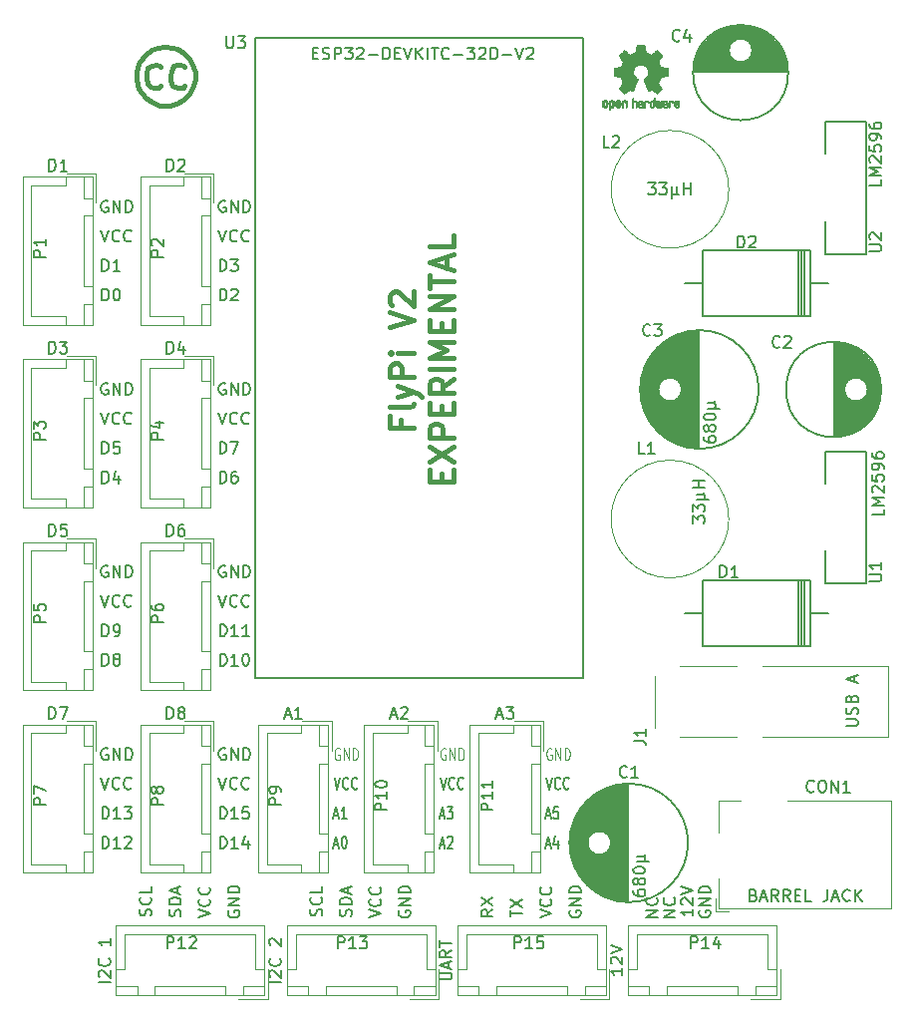
<source format=gbr>
G04 #@! TF.GenerationSoftware,KiCad,Pcbnew,(5.1.4)-1*
G04 #@! TF.CreationDate,2020-01-17T21:09:57+02:00*
G04 #@! TF.ProjectId,flypi_v2,666c7970-695f-4763-922e-6b696361645f,rev?*
G04 #@! TF.SameCoordinates,Original*
G04 #@! TF.FileFunction,Legend,Top*
G04 #@! TF.FilePolarity,Positive*
%FSLAX46Y46*%
G04 Gerber Fmt 4.6, Leading zero omitted, Abs format (unit mm)*
G04 Created by KiCad (PCBNEW (5.1.4)-1) date 2020-01-17 21:09:57*
%MOMM*%
%LPD*%
G04 APERTURE LIST*
%ADD10C,0.400000*%
%ADD11C,0.150000*%
%ADD12C,0.125000*%
%ADD13C,0.120000*%
%ADD14C,0.010000*%
%ADD15C,0.381000*%
%ADD16C,0.127000*%
G04 APERTURE END LIST*
D10*
X169157142Y-94547619D02*
X169157142Y-95214285D01*
X170204761Y-95214285D02*
X168204761Y-95214285D01*
X168204761Y-94261904D01*
X170204761Y-93214285D02*
X170109523Y-93404761D01*
X169919047Y-93500000D01*
X168204761Y-93500000D01*
X168871428Y-92642857D02*
X170204761Y-92166666D01*
X168871428Y-91690476D02*
X170204761Y-92166666D01*
X170680952Y-92357142D01*
X170776190Y-92452380D01*
X170871428Y-92642857D01*
X170204761Y-90928571D02*
X168204761Y-90928571D01*
X168204761Y-90166666D01*
X168300000Y-89976190D01*
X168395238Y-89880952D01*
X168585714Y-89785714D01*
X168871428Y-89785714D01*
X169061904Y-89880952D01*
X169157142Y-89976190D01*
X169252380Y-90166666D01*
X169252380Y-90928571D01*
X170204761Y-88928571D02*
X168871428Y-88928571D01*
X168204761Y-88928571D02*
X168300000Y-89023809D01*
X168395238Y-88928571D01*
X168300000Y-88833333D01*
X168204761Y-88928571D01*
X168395238Y-88928571D01*
X168204761Y-86738095D02*
X170204761Y-86071428D01*
X168204761Y-85404761D01*
X168395238Y-84833333D02*
X168300000Y-84738095D01*
X168204761Y-84547619D01*
X168204761Y-84071428D01*
X168300000Y-83880952D01*
X168395238Y-83785714D01*
X168585714Y-83690476D01*
X168776190Y-83690476D01*
X169061904Y-83785714D01*
X170204761Y-84928571D01*
X170204761Y-83690476D01*
X172557142Y-99785714D02*
X172557142Y-99119047D01*
X173604761Y-98833333D02*
X173604761Y-99785714D01*
X171604761Y-99785714D01*
X171604761Y-98833333D01*
X171604761Y-98166666D02*
X173604761Y-96833333D01*
X171604761Y-96833333D02*
X173604761Y-98166666D01*
X173604761Y-96071428D02*
X171604761Y-96071428D01*
X171604761Y-95309523D01*
X171700000Y-95119047D01*
X171795238Y-95023809D01*
X171985714Y-94928571D01*
X172271428Y-94928571D01*
X172461904Y-95023809D01*
X172557142Y-95119047D01*
X172652380Y-95309523D01*
X172652380Y-96071428D01*
X172557142Y-94071428D02*
X172557142Y-93404761D01*
X173604761Y-93119047D02*
X173604761Y-94071428D01*
X171604761Y-94071428D01*
X171604761Y-93119047D01*
X173604761Y-91119047D02*
X172652380Y-91785714D01*
X173604761Y-92261904D02*
X171604761Y-92261904D01*
X171604761Y-91500000D01*
X171700000Y-91309523D01*
X171795238Y-91214285D01*
X171985714Y-91119047D01*
X172271428Y-91119047D01*
X172461904Y-91214285D01*
X172557142Y-91309523D01*
X172652380Y-91500000D01*
X172652380Y-92261904D01*
X173604761Y-90261904D02*
X171604761Y-90261904D01*
X173604761Y-89309523D02*
X171604761Y-89309523D01*
X173033333Y-88642857D01*
X171604761Y-87976190D01*
X173604761Y-87976190D01*
X172557142Y-87023809D02*
X172557142Y-86357142D01*
X173604761Y-86071428D02*
X173604761Y-87023809D01*
X171604761Y-87023809D01*
X171604761Y-86071428D01*
X173604761Y-85214285D02*
X171604761Y-85214285D01*
X173604761Y-84071428D01*
X171604761Y-84071428D01*
X171604761Y-83404761D02*
X171604761Y-82261904D01*
X173604761Y-82833333D02*
X171604761Y-82833333D01*
X173033333Y-81690476D02*
X173033333Y-80738095D01*
X173604761Y-81880952D02*
X171604761Y-81214285D01*
X173604761Y-80547619D01*
X173604761Y-78928571D02*
X173604761Y-79880952D01*
X171604761Y-79880952D01*
D11*
X192452380Y-136785714D02*
X191452380Y-136785714D01*
X192452380Y-136214285D01*
X191452380Y-136214285D01*
X192357142Y-135166666D02*
X192404761Y-135214285D01*
X192452380Y-135357142D01*
X192452380Y-135452380D01*
X192404761Y-135595238D01*
X192309523Y-135690476D01*
X192214285Y-135738095D01*
X192023809Y-135785714D01*
X191880952Y-135785714D01*
X191690476Y-135738095D01*
X191595238Y-135690476D01*
X191500000Y-135595238D01*
X191452380Y-135452380D01*
X191452380Y-135357142D01*
X191500000Y-135214285D01*
X191547619Y-135166666D01*
X193952380Y-136119047D02*
X193952380Y-136690476D01*
X193952380Y-136404761D02*
X192952380Y-136404761D01*
X193095238Y-136500000D01*
X193190476Y-136595238D01*
X193238095Y-136690476D01*
X193047619Y-135738095D02*
X193000000Y-135690476D01*
X192952380Y-135595238D01*
X192952380Y-135357142D01*
X193000000Y-135261904D01*
X193047619Y-135214285D01*
X193142857Y-135166666D01*
X193238095Y-135166666D01*
X193380952Y-135214285D01*
X193952380Y-135785714D01*
X193952380Y-135166666D01*
X192952380Y-134880952D02*
X193952380Y-134547619D01*
X192952380Y-134214285D01*
X190952380Y-136785714D02*
X189952380Y-136785714D01*
X190952380Y-136214285D01*
X189952380Y-136214285D01*
X190857142Y-135166666D02*
X190904761Y-135214285D01*
X190952380Y-135357142D01*
X190952380Y-135452380D01*
X190904761Y-135595238D01*
X190809523Y-135690476D01*
X190714285Y-135738095D01*
X190523809Y-135785714D01*
X190380952Y-135785714D01*
X190190476Y-135738095D01*
X190095238Y-135690476D01*
X190000000Y-135595238D01*
X189952380Y-135452380D01*
X189952380Y-135357142D01*
X190000000Y-135214285D01*
X190047619Y-135166666D01*
X194500000Y-136261904D02*
X194452380Y-136357142D01*
X194452380Y-136500000D01*
X194500000Y-136642857D01*
X194595238Y-136738095D01*
X194690476Y-136785714D01*
X194880952Y-136833333D01*
X195023809Y-136833333D01*
X195214285Y-136785714D01*
X195309523Y-136738095D01*
X195404761Y-136642857D01*
X195452380Y-136500000D01*
X195452380Y-136404761D01*
X195404761Y-136261904D01*
X195357142Y-136214285D01*
X195023809Y-136214285D01*
X195023809Y-136404761D01*
X195452380Y-135785714D02*
X194452380Y-135785714D01*
X195452380Y-135214285D01*
X194452380Y-135214285D01*
X195452380Y-134738095D02*
X194452380Y-134738095D01*
X194452380Y-134500000D01*
X194500000Y-134357142D01*
X194595238Y-134261904D01*
X194690476Y-134214285D01*
X194880952Y-134166666D01*
X195023809Y-134166666D01*
X195214285Y-134214285D01*
X195309523Y-134261904D01*
X195404761Y-134357142D01*
X195452380Y-134500000D01*
X195452380Y-134738095D01*
X178452380Y-136761904D02*
X178452380Y-136190476D01*
X179452380Y-136476190D02*
X178452380Y-136476190D01*
X178452380Y-135952380D02*
X179452380Y-135285714D01*
X178452380Y-135285714D02*
X179452380Y-135952380D01*
X180952380Y-136833333D02*
X181952380Y-136500000D01*
X180952380Y-136166666D01*
X181857142Y-135261904D02*
X181904761Y-135309523D01*
X181952380Y-135452380D01*
X181952380Y-135547619D01*
X181904761Y-135690476D01*
X181809523Y-135785714D01*
X181714285Y-135833333D01*
X181523809Y-135880952D01*
X181380952Y-135880952D01*
X181190476Y-135833333D01*
X181095238Y-135785714D01*
X181000000Y-135690476D01*
X180952380Y-135547619D01*
X180952380Y-135452380D01*
X181000000Y-135309523D01*
X181047619Y-135261904D01*
X181857142Y-134261904D02*
X181904761Y-134309523D01*
X181952380Y-134452380D01*
X181952380Y-134547619D01*
X181904761Y-134690476D01*
X181809523Y-134785714D01*
X181714285Y-134833333D01*
X181523809Y-134880952D01*
X181380952Y-134880952D01*
X181190476Y-134833333D01*
X181095238Y-134785714D01*
X181000000Y-134690476D01*
X180952380Y-134547619D01*
X180952380Y-134452380D01*
X181000000Y-134309523D01*
X181047619Y-134261904D01*
X176952380Y-136166666D02*
X176476190Y-136500000D01*
X176952380Y-136738095D02*
X175952380Y-136738095D01*
X175952380Y-136357142D01*
X176000000Y-136261904D01*
X176047619Y-136214285D01*
X176142857Y-136166666D01*
X176285714Y-136166666D01*
X176380952Y-136214285D01*
X176428571Y-136261904D01*
X176476190Y-136357142D01*
X176476190Y-136738095D01*
X175952380Y-135833333D02*
X176952380Y-135166666D01*
X175952380Y-135166666D02*
X176952380Y-135833333D01*
X183500000Y-136261904D02*
X183452380Y-136357142D01*
X183452380Y-136500000D01*
X183500000Y-136642857D01*
X183595238Y-136738095D01*
X183690476Y-136785714D01*
X183880952Y-136833333D01*
X184023809Y-136833333D01*
X184214285Y-136785714D01*
X184309523Y-136738095D01*
X184404761Y-136642857D01*
X184452380Y-136500000D01*
X184452380Y-136404761D01*
X184404761Y-136261904D01*
X184357142Y-136214285D01*
X184023809Y-136214285D01*
X184023809Y-136404761D01*
X184452380Y-135785714D02*
X183452380Y-135785714D01*
X184452380Y-135214285D01*
X183452380Y-135214285D01*
X184452380Y-134738095D02*
X183452380Y-134738095D01*
X183452380Y-134500000D01*
X183500000Y-134357142D01*
X183595238Y-134261904D01*
X183690476Y-134214285D01*
X183880952Y-134166666D01*
X184023809Y-134166666D01*
X184214285Y-134214285D01*
X184309523Y-134261904D01*
X184404761Y-134357142D01*
X184452380Y-134500000D01*
X184452380Y-134738095D01*
X164904761Y-136714285D02*
X164952380Y-136571428D01*
X164952380Y-136333333D01*
X164904761Y-136238095D01*
X164857142Y-136190476D01*
X164761904Y-136142857D01*
X164666666Y-136142857D01*
X164571428Y-136190476D01*
X164523809Y-136238095D01*
X164476190Y-136333333D01*
X164428571Y-136523809D01*
X164380952Y-136619047D01*
X164333333Y-136666666D01*
X164238095Y-136714285D01*
X164142857Y-136714285D01*
X164047619Y-136666666D01*
X164000000Y-136619047D01*
X163952380Y-136523809D01*
X163952380Y-136285714D01*
X164000000Y-136142857D01*
X164952380Y-135714285D02*
X163952380Y-135714285D01*
X163952380Y-135476190D01*
X164000000Y-135333333D01*
X164095238Y-135238095D01*
X164190476Y-135190476D01*
X164380952Y-135142857D01*
X164523809Y-135142857D01*
X164714285Y-135190476D01*
X164809523Y-135238095D01*
X164904761Y-135333333D01*
X164952380Y-135476190D01*
X164952380Y-135714285D01*
X164666666Y-134761904D02*
X164666666Y-134285714D01*
X164952380Y-134857142D02*
X163952380Y-134523809D01*
X164952380Y-134190476D01*
X166452380Y-136833333D02*
X167452380Y-136500000D01*
X166452380Y-136166666D01*
X167357142Y-135261904D02*
X167404761Y-135309523D01*
X167452380Y-135452380D01*
X167452380Y-135547619D01*
X167404761Y-135690476D01*
X167309523Y-135785714D01*
X167214285Y-135833333D01*
X167023809Y-135880952D01*
X166880952Y-135880952D01*
X166690476Y-135833333D01*
X166595238Y-135785714D01*
X166500000Y-135690476D01*
X166452380Y-135547619D01*
X166452380Y-135452380D01*
X166500000Y-135309523D01*
X166547619Y-135261904D01*
X167357142Y-134261904D02*
X167404761Y-134309523D01*
X167452380Y-134452380D01*
X167452380Y-134547619D01*
X167404761Y-134690476D01*
X167309523Y-134785714D01*
X167214285Y-134833333D01*
X167023809Y-134880952D01*
X166880952Y-134880952D01*
X166690476Y-134833333D01*
X166595238Y-134785714D01*
X166500000Y-134690476D01*
X166452380Y-134547619D01*
X166452380Y-134452380D01*
X166500000Y-134309523D01*
X166547619Y-134261904D01*
X162404761Y-136690476D02*
X162452380Y-136547619D01*
X162452380Y-136309523D01*
X162404761Y-136214285D01*
X162357142Y-136166666D01*
X162261904Y-136119047D01*
X162166666Y-136119047D01*
X162071428Y-136166666D01*
X162023809Y-136214285D01*
X161976190Y-136309523D01*
X161928571Y-136500000D01*
X161880952Y-136595238D01*
X161833333Y-136642857D01*
X161738095Y-136690476D01*
X161642857Y-136690476D01*
X161547619Y-136642857D01*
X161500000Y-136595238D01*
X161452380Y-136500000D01*
X161452380Y-136261904D01*
X161500000Y-136119047D01*
X162357142Y-135119047D02*
X162404761Y-135166666D01*
X162452380Y-135309523D01*
X162452380Y-135404761D01*
X162404761Y-135547619D01*
X162309523Y-135642857D01*
X162214285Y-135690476D01*
X162023809Y-135738095D01*
X161880952Y-135738095D01*
X161690476Y-135690476D01*
X161595238Y-135642857D01*
X161500000Y-135547619D01*
X161452380Y-135404761D01*
X161452380Y-135309523D01*
X161500000Y-135166666D01*
X161547619Y-135119047D01*
X162452380Y-134214285D02*
X162452380Y-134690476D01*
X161452380Y-134690476D01*
X169000000Y-136261904D02*
X168952380Y-136357142D01*
X168952380Y-136500000D01*
X169000000Y-136642857D01*
X169095238Y-136738095D01*
X169190476Y-136785714D01*
X169380952Y-136833333D01*
X169523809Y-136833333D01*
X169714285Y-136785714D01*
X169809523Y-136738095D01*
X169904761Y-136642857D01*
X169952380Y-136500000D01*
X169952380Y-136404761D01*
X169904761Y-136261904D01*
X169857142Y-136214285D01*
X169523809Y-136214285D01*
X169523809Y-136404761D01*
X169952380Y-135785714D02*
X168952380Y-135785714D01*
X169952380Y-135214285D01*
X168952380Y-135214285D01*
X169952380Y-134738095D02*
X168952380Y-134738095D01*
X168952380Y-134500000D01*
X169000000Y-134357142D01*
X169095238Y-134261904D01*
X169190476Y-134214285D01*
X169380952Y-134166666D01*
X169523809Y-134166666D01*
X169714285Y-134214285D01*
X169809523Y-134261904D01*
X169904761Y-134357142D01*
X169952380Y-134500000D01*
X169952380Y-134738095D01*
X150404761Y-136714285D02*
X150452380Y-136571428D01*
X150452380Y-136333333D01*
X150404761Y-136238095D01*
X150357142Y-136190476D01*
X150261904Y-136142857D01*
X150166666Y-136142857D01*
X150071428Y-136190476D01*
X150023809Y-136238095D01*
X149976190Y-136333333D01*
X149928571Y-136523809D01*
X149880952Y-136619047D01*
X149833333Y-136666666D01*
X149738095Y-136714285D01*
X149642857Y-136714285D01*
X149547619Y-136666666D01*
X149500000Y-136619047D01*
X149452380Y-136523809D01*
X149452380Y-136285714D01*
X149500000Y-136142857D01*
X150452380Y-135714285D02*
X149452380Y-135714285D01*
X149452380Y-135476190D01*
X149500000Y-135333333D01*
X149595238Y-135238095D01*
X149690476Y-135190476D01*
X149880952Y-135142857D01*
X150023809Y-135142857D01*
X150214285Y-135190476D01*
X150309523Y-135238095D01*
X150404761Y-135333333D01*
X150452380Y-135476190D01*
X150452380Y-135714285D01*
X150166666Y-134761904D02*
X150166666Y-134285714D01*
X150452380Y-134857142D02*
X149452380Y-134523809D01*
X150452380Y-134190476D01*
X147904761Y-136690476D02*
X147952380Y-136547619D01*
X147952380Y-136309523D01*
X147904761Y-136214285D01*
X147857142Y-136166666D01*
X147761904Y-136119047D01*
X147666666Y-136119047D01*
X147571428Y-136166666D01*
X147523809Y-136214285D01*
X147476190Y-136309523D01*
X147428571Y-136500000D01*
X147380952Y-136595238D01*
X147333333Y-136642857D01*
X147238095Y-136690476D01*
X147142857Y-136690476D01*
X147047619Y-136642857D01*
X147000000Y-136595238D01*
X146952380Y-136500000D01*
X146952380Y-136261904D01*
X147000000Y-136119047D01*
X147857142Y-135119047D02*
X147904761Y-135166666D01*
X147952380Y-135309523D01*
X147952380Y-135404761D01*
X147904761Y-135547619D01*
X147809523Y-135642857D01*
X147714285Y-135690476D01*
X147523809Y-135738095D01*
X147380952Y-135738095D01*
X147190476Y-135690476D01*
X147095238Y-135642857D01*
X147000000Y-135547619D01*
X146952380Y-135404761D01*
X146952380Y-135309523D01*
X147000000Y-135166666D01*
X147047619Y-135119047D01*
X147952380Y-134214285D02*
X147952380Y-134690476D01*
X146952380Y-134690476D01*
X151952380Y-136833333D02*
X152952380Y-136500000D01*
X151952380Y-136166666D01*
X152857142Y-135261904D02*
X152904761Y-135309523D01*
X152952380Y-135452380D01*
X152952380Y-135547619D01*
X152904761Y-135690476D01*
X152809523Y-135785714D01*
X152714285Y-135833333D01*
X152523809Y-135880952D01*
X152380952Y-135880952D01*
X152190476Y-135833333D01*
X152095238Y-135785714D01*
X152000000Y-135690476D01*
X151952380Y-135547619D01*
X151952380Y-135452380D01*
X152000000Y-135309523D01*
X152047619Y-135261904D01*
X152857142Y-134261904D02*
X152904761Y-134309523D01*
X152952380Y-134452380D01*
X152952380Y-134547619D01*
X152904761Y-134690476D01*
X152809523Y-134785714D01*
X152714285Y-134833333D01*
X152523809Y-134880952D01*
X152380952Y-134880952D01*
X152190476Y-134833333D01*
X152095238Y-134785714D01*
X152000000Y-134690476D01*
X151952380Y-134547619D01*
X151952380Y-134452380D01*
X152000000Y-134309523D01*
X152047619Y-134261904D01*
X154500000Y-136261904D02*
X154452380Y-136357142D01*
X154452380Y-136500000D01*
X154500000Y-136642857D01*
X154595238Y-136738095D01*
X154690476Y-136785714D01*
X154880952Y-136833333D01*
X155023809Y-136833333D01*
X155214285Y-136785714D01*
X155309523Y-136738095D01*
X155404761Y-136642857D01*
X155452380Y-136500000D01*
X155452380Y-136404761D01*
X155404761Y-136261904D01*
X155357142Y-136214285D01*
X155023809Y-136214285D01*
X155023809Y-136404761D01*
X155452380Y-135785714D02*
X154452380Y-135785714D01*
X155452380Y-135214285D01*
X154452380Y-135214285D01*
X155452380Y-134738095D02*
X154452380Y-134738095D01*
X154452380Y-134500000D01*
X154500000Y-134357142D01*
X154595238Y-134261904D01*
X154690476Y-134214285D01*
X154880952Y-134166666D01*
X155023809Y-134166666D01*
X155214285Y-134214285D01*
X155309523Y-134261904D01*
X155404761Y-134357142D01*
X155452380Y-134500000D01*
X155452380Y-134738095D01*
X181500000Y-124952380D02*
X181750000Y-125952380D01*
X182000000Y-124952380D01*
X182678571Y-125857142D02*
X182642857Y-125904761D01*
X182535714Y-125952380D01*
X182464285Y-125952380D01*
X182357142Y-125904761D01*
X182285714Y-125809523D01*
X182250000Y-125714285D01*
X182214285Y-125523809D01*
X182214285Y-125380952D01*
X182250000Y-125190476D01*
X182285714Y-125095238D01*
X182357142Y-125000000D01*
X182464285Y-124952380D01*
X182535714Y-124952380D01*
X182642857Y-125000000D01*
X182678571Y-125047619D01*
X183428571Y-125857142D02*
X183392857Y-125904761D01*
X183285714Y-125952380D01*
X183214285Y-125952380D01*
X183107142Y-125904761D01*
X183035714Y-125809523D01*
X183000000Y-125714285D01*
X182964285Y-125523809D01*
X182964285Y-125380952D01*
X183000000Y-125190476D01*
X183035714Y-125095238D01*
X183107142Y-125000000D01*
X183214285Y-124952380D01*
X183285714Y-124952380D01*
X183392857Y-125000000D01*
X183428571Y-125047619D01*
D12*
X181928571Y-122500000D02*
X181857142Y-122452380D01*
X181750000Y-122452380D01*
X181642857Y-122500000D01*
X181571428Y-122595238D01*
X181535714Y-122690476D01*
X181500000Y-122880952D01*
X181500000Y-123023809D01*
X181535714Y-123214285D01*
X181571428Y-123309523D01*
X181642857Y-123404761D01*
X181750000Y-123452380D01*
X181821428Y-123452380D01*
X181928571Y-123404761D01*
X181964285Y-123357142D01*
X181964285Y-123023809D01*
X181821428Y-123023809D01*
X182285714Y-123452380D02*
X182285714Y-122452380D01*
X182714285Y-123452380D01*
X182714285Y-122452380D01*
X183071428Y-123452380D02*
X183071428Y-122452380D01*
X183250000Y-122452380D01*
X183357142Y-122500000D01*
X183428571Y-122595238D01*
X183464285Y-122690476D01*
X183500000Y-122880952D01*
X183500000Y-123023809D01*
X183464285Y-123214285D01*
X183428571Y-123309523D01*
X183357142Y-123404761D01*
X183250000Y-123452380D01*
X183071428Y-123452380D01*
D11*
X181464285Y-128166666D02*
X181821428Y-128166666D01*
X181392857Y-128452380D02*
X181642857Y-127452380D01*
X181892857Y-128452380D01*
X182500000Y-127452380D02*
X182142857Y-127452380D01*
X182107142Y-127928571D01*
X182142857Y-127880952D01*
X182214285Y-127833333D01*
X182392857Y-127833333D01*
X182464285Y-127880952D01*
X182500000Y-127928571D01*
X182535714Y-128023809D01*
X182535714Y-128261904D01*
X182500000Y-128357142D01*
X182464285Y-128404761D01*
X182392857Y-128452380D01*
X182214285Y-128452380D01*
X182142857Y-128404761D01*
X182107142Y-128357142D01*
X181464285Y-130666666D02*
X181821428Y-130666666D01*
X181392857Y-130952380D02*
X181642857Y-129952380D01*
X181892857Y-130952380D01*
X182464285Y-130285714D02*
X182464285Y-130952380D01*
X182285714Y-129904761D02*
X182107142Y-130619047D01*
X182571428Y-130619047D01*
X172500000Y-124952380D02*
X172750000Y-125952380D01*
X173000000Y-124952380D01*
X173678571Y-125857142D02*
X173642857Y-125904761D01*
X173535714Y-125952380D01*
X173464285Y-125952380D01*
X173357142Y-125904761D01*
X173285714Y-125809523D01*
X173250000Y-125714285D01*
X173214285Y-125523809D01*
X173214285Y-125380952D01*
X173250000Y-125190476D01*
X173285714Y-125095238D01*
X173357142Y-125000000D01*
X173464285Y-124952380D01*
X173535714Y-124952380D01*
X173642857Y-125000000D01*
X173678571Y-125047619D01*
X174428571Y-125857142D02*
X174392857Y-125904761D01*
X174285714Y-125952380D01*
X174214285Y-125952380D01*
X174107142Y-125904761D01*
X174035714Y-125809523D01*
X174000000Y-125714285D01*
X173964285Y-125523809D01*
X173964285Y-125380952D01*
X174000000Y-125190476D01*
X174035714Y-125095238D01*
X174107142Y-125000000D01*
X174214285Y-124952380D01*
X174285714Y-124952380D01*
X174392857Y-125000000D01*
X174428571Y-125047619D01*
D12*
X172928571Y-122500000D02*
X172857142Y-122452380D01*
X172750000Y-122452380D01*
X172642857Y-122500000D01*
X172571428Y-122595238D01*
X172535714Y-122690476D01*
X172500000Y-122880952D01*
X172500000Y-123023809D01*
X172535714Y-123214285D01*
X172571428Y-123309523D01*
X172642857Y-123404761D01*
X172750000Y-123452380D01*
X172821428Y-123452380D01*
X172928571Y-123404761D01*
X172964285Y-123357142D01*
X172964285Y-123023809D01*
X172821428Y-123023809D01*
X173285714Y-123452380D02*
X173285714Y-122452380D01*
X173714285Y-123452380D01*
X173714285Y-122452380D01*
X174071428Y-123452380D02*
X174071428Y-122452380D01*
X174250000Y-122452380D01*
X174357142Y-122500000D01*
X174428571Y-122595238D01*
X174464285Y-122690476D01*
X174500000Y-122880952D01*
X174500000Y-123023809D01*
X174464285Y-123214285D01*
X174428571Y-123309523D01*
X174357142Y-123404761D01*
X174250000Y-123452380D01*
X174071428Y-123452380D01*
D11*
X172464285Y-128166666D02*
X172821428Y-128166666D01*
X172392857Y-128452380D02*
X172642857Y-127452380D01*
X172892857Y-128452380D01*
X173071428Y-127452380D02*
X173535714Y-127452380D01*
X173285714Y-127833333D01*
X173392857Y-127833333D01*
X173464285Y-127880952D01*
X173500000Y-127928571D01*
X173535714Y-128023809D01*
X173535714Y-128261904D01*
X173500000Y-128357142D01*
X173464285Y-128404761D01*
X173392857Y-128452380D01*
X173178571Y-128452380D01*
X173107142Y-128404761D01*
X173071428Y-128357142D01*
X172464285Y-130666666D02*
X172821428Y-130666666D01*
X172392857Y-130952380D02*
X172642857Y-129952380D01*
X172892857Y-130952380D01*
X173107142Y-130047619D02*
X173142857Y-130000000D01*
X173214285Y-129952380D01*
X173392857Y-129952380D01*
X173464285Y-130000000D01*
X173500000Y-130047619D01*
X173535714Y-130142857D01*
X173535714Y-130238095D01*
X173500000Y-130380952D01*
X173071428Y-130952380D01*
X173535714Y-130952380D01*
X163500000Y-124952380D02*
X163750000Y-125952380D01*
X164000000Y-124952380D01*
X164678571Y-125857142D02*
X164642857Y-125904761D01*
X164535714Y-125952380D01*
X164464285Y-125952380D01*
X164357142Y-125904761D01*
X164285714Y-125809523D01*
X164250000Y-125714285D01*
X164214285Y-125523809D01*
X164214285Y-125380952D01*
X164250000Y-125190476D01*
X164285714Y-125095238D01*
X164357142Y-125000000D01*
X164464285Y-124952380D01*
X164535714Y-124952380D01*
X164642857Y-125000000D01*
X164678571Y-125047619D01*
X165428571Y-125857142D02*
X165392857Y-125904761D01*
X165285714Y-125952380D01*
X165214285Y-125952380D01*
X165107142Y-125904761D01*
X165035714Y-125809523D01*
X165000000Y-125714285D01*
X164964285Y-125523809D01*
X164964285Y-125380952D01*
X165000000Y-125190476D01*
X165035714Y-125095238D01*
X165107142Y-125000000D01*
X165214285Y-124952380D01*
X165285714Y-124952380D01*
X165392857Y-125000000D01*
X165428571Y-125047619D01*
D12*
X163928571Y-122500000D02*
X163857142Y-122452380D01*
X163750000Y-122452380D01*
X163642857Y-122500000D01*
X163571428Y-122595238D01*
X163535714Y-122690476D01*
X163500000Y-122880952D01*
X163500000Y-123023809D01*
X163535714Y-123214285D01*
X163571428Y-123309523D01*
X163642857Y-123404761D01*
X163750000Y-123452380D01*
X163821428Y-123452380D01*
X163928571Y-123404761D01*
X163964285Y-123357142D01*
X163964285Y-123023809D01*
X163821428Y-123023809D01*
X164285714Y-123452380D02*
X164285714Y-122452380D01*
X164714285Y-123452380D01*
X164714285Y-122452380D01*
X165071428Y-123452380D02*
X165071428Y-122452380D01*
X165250000Y-122452380D01*
X165357142Y-122500000D01*
X165428571Y-122595238D01*
X165464285Y-122690476D01*
X165500000Y-122880952D01*
X165500000Y-123023809D01*
X165464285Y-123214285D01*
X165428571Y-123309523D01*
X165357142Y-123404761D01*
X165250000Y-123452380D01*
X165071428Y-123452380D01*
D11*
X163464285Y-128166666D02*
X163821428Y-128166666D01*
X163392857Y-128452380D02*
X163642857Y-127452380D01*
X163892857Y-128452380D01*
X164535714Y-128452380D02*
X164107142Y-128452380D01*
X164321428Y-128452380D02*
X164321428Y-127452380D01*
X164250000Y-127595238D01*
X164178571Y-127690476D01*
X164107142Y-127738095D01*
X163464285Y-130666666D02*
X163821428Y-130666666D01*
X163392857Y-130952380D02*
X163642857Y-129952380D01*
X163892857Y-130952380D01*
X164285714Y-129952380D02*
X164357142Y-129952380D01*
X164428571Y-130000000D01*
X164464285Y-130047619D01*
X164500000Y-130142857D01*
X164535714Y-130333333D01*
X164535714Y-130571428D01*
X164500000Y-130761904D01*
X164464285Y-130857142D01*
X164428571Y-130904761D01*
X164357142Y-130952380D01*
X164285714Y-130952380D01*
X164214285Y-130904761D01*
X164178571Y-130857142D01*
X164142857Y-130761904D01*
X164107142Y-130571428D01*
X164107142Y-130333333D01*
X164142857Y-130142857D01*
X164178571Y-130047619D01*
X164214285Y-130000000D01*
X164285714Y-129952380D01*
X153666666Y-124952380D02*
X154000000Y-125952380D01*
X154333333Y-124952380D01*
X155238095Y-125857142D02*
X155190476Y-125904761D01*
X155047619Y-125952380D01*
X154952380Y-125952380D01*
X154809523Y-125904761D01*
X154714285Y-125809523D01*
X154666666Y-125714285D01*
X154619047Y-125523809D01*
X154619047Y-125380952D01*
X154666666Y-125190476D01*
X154714285Y-125095238D01*
X154809523Y-125000000D01*
X154952380Y-124952380D01*
X155047619Y-124952380D01*
X155190476Y-125000000D01*
X155238095Y-125047619D01*
X156238095Y-125857142D02*
X156190476Y-125904761D01*
X156047619Y-125952380D01*
X155952380Y-125952380D01*
X155809523Y-125904761D01*
X155714285Y-125809523D01*
X155666666Y-125714285D01*
X155619047Y-125523809D01*
X155619047Y-125380952D01*
X155666666Y-125190476D01*
X155714285Y-125095238D01*
X155809523Y-125000000D01*
X155952380Y-124952380D01*
X156047619Y-124952380D01*
X156190476Y-125000000D01*
X156238095Y-125047619D01*
X143785714Y-128452380D02*
X143785714Y-127452380D01*
X144023809Y-127452380D01*
X144166666Y-127500000D01*
X144261904Y-127595238D01*
X144309523Y-127690476D01*
X144357142Y-127880952D01*
X144357142Y-128023809D01*
X144309523Y-128214285D01*
X144261904Y-128309523D01*
X144166666Y-128404761D01*
X144023809Y-128452380D01*
X143785714Y-128452380D01*
X145309523Y-128452380D02*
X144738095Y-128452380D01*
X145023809Y-128452380D02*
X145023809Y-127452380D01*
X144928571Y-127595238D01*
X144833333Y-127690476D01*
X144738095Y-127738095D01*
X145642857Y-127452380D02*
X146261904Y-127452380D01*
X145928571Y-127833333D01*
X146071428Y-127833333D01*
X146166666Y-127880952D01*
X146214285Y-127928571D01*
X146261904Y-128023809D01*
X146261904Y-128261904D01*
X146214285Y-128357142D01*
X146166666Y-128404761D01*
X146071428Y-128452380D01*
X145785714Y-128452380D01*
X145690476Y-128404761D01*
X145642857Y-128357142D01*
X154238095Y-122500000D02*
X154142857Y-122452380D01*
X154000000Y-122452380D01*
X153857142Y-122500000D01*
X153761904Y-122595238D01*
X153714285Y-122690476D01*
X153666666Y-122880952D01*
X153666666Y-123023809D01*
X153714285Y-123214285D01*
X153761904Y-123309523D01*
X153857142Y-123404761D01*
X154000000Y-123452380D01*
X154095238Y-123452380D01*
X154238095Y-123404761D01*
X154285714Y-123357142D01*
X154285714Y-123023809D01*
X154095238Y-123023809D01*
X154714285Y-123452380D02*
X154714285Y-122452380D01*
X155285714Y-123452380D01*
X155285714Y-122452380D01*
X155761904Y-123452380D02*
X155761904Y-122452380D01*
X156000000Y-122452380D01*
X156142857Y-122500000D01*
X156238095Y-122595238D01*
X156285714Y-122690476D01*
X156333333Y-122880952D01*
X156333333Y-123023809D01*
X156285714Y-123214285D01*
X156238095Y-123309523D01*
X156142857Y-123404761D01*
X156000000Y-123452380D01*
X155761904Y-123452380D01*
X143785714Y-130952380D02*
X143785714Y-129952380D01*
X144023809Y-129952380D01*
X144166666Y-130000000D01*
X144261904Y-130095238D01*
X144309523Y-130190476D01*
X144357142Y-130380952D01*
X144357142Y-130523809D01*
X144309523Y-130714285D01*
X144261904Y-130809523D01*
X144166666Y-130904761D01*
X144023809Y-130952380D01*
X143785714Y-130952380D01*
X145309523Y-130952380D02*
X144738095Y-130952380D01*
X145023809Y-130952380D02*
X145023809Y-129952380D01*
X144928571Y-130095238D01*
X144833333Y-130190476D01*
X144738095Y-130238095D01*
X145690476Y-130047619D02*
X145738095Y-130000000D01*
X145833333Y-129952380D01*
X146071428Y-129952380D01*
X146166666Y-130000000D01*
X146214285Y-130047619D01*
X146261904Y-130142857D01*
X146261904Y-130238095D01*
X146214285Y-130380952D01*
X145642857Y-130952380D01*
X146261904Y-130952380D01*
X144238095Y-122500000D02*
X144142857Y-122452380D01*
X144000000Y-122452380D01*
X143857142Y-122500000D01*
X143761904Y-122595238D01*
X143714285Y-122690476D01*
X143666666Y-122880952D01*
X143666666Y-123023809D01*
X143714285Y-123214285D01*
X143761904Y-123309523D01*
X143857142Y-123404761D01*
X144000000Y-123452380D01*
X144095238Y-123452380D01*
X144238095Y-123404761D01*
X144285714Y-123357142D01*
X144285714Y-123023809D01*
X144095238Y-123023809D01*
X144714285Y-123452380D02*
X144714285Y-122452380D01*
X145285714Y-123452380D01*
X145285714Y-122452380D01*
X145761904Y-123452380D02*
X145761904Y-122452380D01*
X146000000Y-122452380D01*
X146142857Y-122500000D01*
X146238095Y-122595238D01*
X146285714Y-122690476D01*
X146333333Y-122880952D01*
X146333333Y-123023809D01*
X146285714Y-123214285D01*
X146238095Y-123309523D01*
X146142857Y-123404761D01*
X146000000Y-123452380D01*
X145761904Y-123452380D01*
X143666666Y-124952380D02*
X144000000Y-125952380D01*
X144333333Y-124952380D01*
X145238095Y-125857142D02*
X145190476Y-125904761D01*
X145047619Y-125952380D01*
X144952380Y-125952380D01*
X144809523Y-125904761D01*
X144714285Y-125809523D01*
X144666666Y-125714285D01*
X144619047Y-125523809D01*
X144619047Y-125380952D01*
X144666666Y-125190476D01*
X144714285Y-125095238D01*
X144809523Y-125000000D01*
X144952380Y-124952380D01*
X145047619Y-124952380D01*
X145190476Y-125000000D01*
X145238095Y-125047619D01*
X146238095Y-125857142D02*
X146190476Y-125904761D01*
X146047619Y-125952380D01*
X145952380Y-125952380D01*
X145809523Y-125904761D01*
X145714285Y-125809523D01*
X145666666Y-125714285D01*
X145619047Y-125523809D01*
X145619047Y-125380952D01*
X145666666Y-125190476D01*
X145714285Y-125095238D01*
X145809523Y-125000000D01*
X145952380Y-124952380D01*
X146047619Y-124952380D01*
X146190476Y-125000000D01*
X146238095Y-125047619D01*
X153785714Y-128452380D02*
X153785714Y-127452380D01*
X154023809Y-127452380D01*
X154166666Y-127500000D01*
X154261904Y-127595238D01*
X154309523Y-127690476D01*
X154357142Y-127880952D01*
X154357142Y-128023809D01*
X154309523Y-128214285D01*
X154261904Y-128309523D01*
X154166666Y-128404761D01*
X154023809Y-128452380D01*
X153785714Y-128452380D01*
X155309523Y-128452380D02*
X154738095Y-128452380D01*
X155023809Y-128452380D02*
X155023809Y-127452380D01*
X154928571Y-127595238D01*
X154833333Y-127690476D01*
X154738095Y-127738095D01*
X156214285Y-127452380D02*
X155738095Y-127452380D01*
X155690476Y-127928571D01*
X155738095Y-127880952D01*
X155833333Y-127833333D01*
X156071428Y-127833333D01*
X156166666Y-127880952D01*
X156214285Y-127928571D01*
X156261904Y-128023809D01*
X156261904Y-128261904D01*
X156214285Y-128357142D01*
X156166666Y-128404761D01*
X156071428Y-128452380D01*
X155833333Y-128452380D01*
X155738095Y-128404761D01*
X155690476Y-128357142D01*
X153785714Y-130952380D02*
X153785714Y-129952380D01*
X154023809Y-129952380D01*
X154166666Y-130000000D01*
X154261904Y-130095238D01*
X154309523Y-130190476D01*
X154357142Y-130380952D01*
X154357142Y-130523809D01*
X154309523Y-130714285D01*
X154261904Y-130809523D01*
X154166666Y-130904761D01*
X154023809Y-130952380D01*
X153785714Y-130952380D01*
X155309523Y-130952380D02*
X154738095Y-130952380D01*
X155023809Y-130952380D02*
X155023809Y-129952380D01*
X154928571Y-130095238D01*
X154833333Y-130190476D01*
X154738095Y-130238095D01*
X156166666Y-130285714D02*
X156166666Y-130952380D01*
X155928571Y-129904761D02*
X155690476Y-130619047D01*
X156309523Y-130619047D01*
X153666666Y-109452380D02*
X154000000Y-110452380D01*
X154333333Y-109452380D01*
X155238095Y-110357142D02*
X155190476Y-110404761D01*
X155047619Y-110452380D01*
X154952380Y-110452380D01*
X154809523Y-110404761D01*
X154714285Y-110309523D01*
X154666666Y-110214285D01*
X154619047Y-110023809D01*
X154619047Y-109880952D01*
X154666666Y-109690476D01*
X154714285Y-109595238D01*
X154809523Y-109500000D01*
X154952380Y-109452380D01*
X155047619Y-109452380D01*
X155190476Y-109500000D01*
X155238095Y-109547619D01*
X156238095Y-110357142D02*
X156190476Y-110404761D01*
X156047619Y-110452380D01*
X155952380Y-110452380D01*
X155809523Y-110404761D01*
X155714285Y-110309523D01*
X155666666Y-110214285D01*
X155619047Y-110023809D01*
X155619047Y-109880952D01*
X155666666Y-109690476D01*
X155714285Y-109595238D01*
X155809523Y-109500000D01*
X155952380Y-109452380D01*
X156047619Y-109452380D01*
X156190476Y-109500000D01*
X156238095Y-109547619D01*
X143761904Y-112952380D02*
X143761904Y-111952380D01*
X144000000Y-111952380D01*
X144142857Y-112000000D01*
X144238095Y-112095238D01*
X144285714Y-112190476D01*
X144333333Y-112380952D01*
X144333333Y-112523809D01*
X144285714Y-112714285D01*
X144238095Y-112809523D01*
X144142857Y-112904761D01*
X144000000Y-112952380D01*
X143761904Y-112952380D01*
X144809523Y-112952380D02*
X145000000Y-112952380D01*
X145095238Y-112904761D01*
X145142857Y-112857142D01*
X145238095Y-112714285D01*
X145285714Y-112523809D01*
X145285714Y-112142857D01*
X145238095Y-112047619D01*
X145190476Y-112000000D01*
X145095238Y-111952380D01*
X144904761Y-111952380D01*
X144809523Y-112000000D01*
X144761904Y-112047619D01*
X144714285Y-112142857D01*
X144714285Y-112380952D01*
X144761904Y-112476190D01*
X144809523Y-112523809D01*
X144904761Y-112571428D01*
X145095238Y-112571428D01*
X145190476Y-112523809D01*
X145238095Y-112476190D01*
X145285714Y-112380952D01*
X154238095Y-107000000D02*
X154142857Y-106952380D01*
X154000000Y-106952380D01*
X153857142Y-107000000D01*
X153761904Y-107095238D01*
X153714285Y-107190476D01*
X153666666Y-107380952D01*
X153666666Y-107523809D01*
X153714285Y-107714285D01*
X153761904Y-107809523D01*
X153857142Y-107904761D01*
X154000000Y-107952380D01*
X154095238Y-107952380D01*
X154238095Y-107904761D01*
X154285714Y-107857142D01*
X154285714Y-107523809D01*
X154095238Y-107523809D01*
X154714285Y-107952380D02*
X154714285Y-106952380D01*
X155285714Y-107952380D01*
X155285714Y-106952380D01*
X155761904Y-107952380D02*
X155761904Y-106952380D01*
X156000000Y-106952380D01*
X156142857Y-107000000D01*
X156238095Y-107095238D01*
X156285714Y-107190476D01*
X156333333Y-107380952D01*
X156333333Y-107523809D01*
X156285714Y-107714285D01*
X156238095Y-107809523D01*
X156142857Y-107904761D01*
X156000000Y-107952380D01*
X155761904Y-107952380D01*
X143761904Y-115452380D02*
X143761904Y-114452380D01*
X144000000Y-114452380D01*
X144142857Y-114500000D01*
X144238095Y-114595238D01*
X144285714Y-114690476D01*
X144333333Y-114880952D01*
X144333333Y-115023809D01*
X144285714Y-115214285D01*
X144238095Y-115309523D01*
X144142857Y-115404761D01*
X144000000Y-115452380D01*
X143761904Y-115452380D01*
X144904761Y-114880952D02*
X144809523Y-114833333D01*
X144761904Y-114785714D01*
X144714285Y-114690476D01*
X144714285Y-114642857D01*
X144761904Y-114547619D01*
X144809523Y-114500000D01*
X144904761Y-114452380D01*
X145095238Y-114452380D01*
X145190476Y-114500000D01*
X145238095Y-114547619D01*
X145285714Y-114642857D01*
X145285714Y-114690476D01*
X145238095Y-114785714D01*
X145190476Y-114833333D01*
X145095238Y-114880952D01*
X144904761Y-114880952D01*
X144809523Y-114928571D01*
X144761904Y-114976190D01*
X144714285Y-115071428D01*
X144714285Y-115261904D01*
X144761904Y-115357142D01*
X144809523Y-115404761D01*
X144904761Y-115452380D01*
X145095238Y-115452380D01*
X145190476Y-115404761D01*
X145238095Y-115357142D01*
X145285714Y-115261904D01*
X145285714Y-115071428D01*
X145238095Y-114976190D01*
X145190476Y-114928571D01*
X145095238Y-114880952D01*
X144238095Y-107000000D02*
X144142857Y-106952380D01*
X144000000Y-106952380D01*
X143857142Y-107000000D01*
X143761904Y-107095238D01*
X143714285Y-107190476D01*
X143666666Y-107380952D01*
X143666666Y-107523809D01*
X143714285Y-107714285D01*
X143761904Y-107809523D01*
X143857142Y-107904761D01*
X144000000Y-107952380D01*
X144095238Y-107952380D01*
X144238095Y-107904761D01*
X144285714Y-107857142D01*
X144285714Y-107523809D01*
X144095238Y-107523809D01*
X144714285Y-107952380D02*
X144714285Y-106952380D01*
X145285714Y-107952380D01*
X145285714Y-106952380D01*
X145761904Y-107952380D02*
X145761904Y-106952380D01*
X146000000Y-106952380D01*
X146142857Y-107000000D01*
X146238095Y-107095238D01*
X146285714Y-107190476D01*
X146333333Y-107380952D01*
X146333333Y-107523809D01*
X146285714Y-107714285D01*
X146238095Y-107809523D01*
X146142857Y-107904761D01*
X146000000Y-107952380D01*
X145761904Y-107952380D01*
X143666666Y-109452380D02*
X144000000Y-110452380D01*
X144333333Y-109452380D01*
X145238095Y-110357142D02*
X145190476Y-110404761D01*
X145047619Y-110452380D01*
X144952380Y-110452380D01*
X144809523Y-110404761D01*
X144714285Y-110309523D01*
X144666666Y-110214285D01*
X144619047Y-110023809D01*
X144619047Y-109880952D01*
X144666666Y-109690476D01*
X144714285Y-109595238D01*
X144809523Y-109500000D01*
X144952380Y-109452380D01*
X145047619Y-109452380D01*
X145190476Y-109500000D01*
X145238095Y-109547619D01*
X146238095Y-110357142D02*
X146190476Y-110404761D01*
X146047619Y-110452380D01*
X145952380Y-110452380D01*
X145809523Y-110404761D01*
X145714285Y-110309523D01*
X145666666Y-110214285D01*
X145619047Y-110023809D01*
X145619047Y-109880952D01*
X145666666Y-109690476D01*
X145714285Y-109595238D01*
X145809523Y-109500000D01*
X145952380Y-109452380D01*
X146047619Y-109452380D01*
X146190476Y-109500000D01*
X146238095Y-109547619D01*
X153785714Y-112952380D02*
X153785714Y-111952380D01*
X154023809Y-111952380D01*
X154166666Y-112000000D01*
X154261904Y-112095238D01*
X154309523Y-112190476D01*
X154357142Y-112380952D01*
X154357142Y-112523809D01*
X154309523Y-112714285D01*
X154261904Y-112809523D01*
X154166666Y-112904761D01*
X154023809Y-112952380D01*
X153785714Y-112952380D01*
X155309523Y-112952380D02*
X154738095Y-112952380D01*
X155023809Y-112952380D02*
X155023809Y-111952380D01*
X154928571Y-112095238D01*
X154833333Y-112190476D01*
X154738095Y-112238095D01*
X156261904Y-112952380D02*
X155690476Y-112952380D01*
X155976190Y-112952380D02*
X155976190Y-111952380D01*
X155880952Y-112095238D01*
X155785714Y-112190476D01*
X155690476Y-112238095D01*
X153785714Y-115452380D02*
X153785714Y-114452380D01*
X154023809Y-114452380D01*
X154166666Y-114500000D01*
X154261904Y-114595238D01*
X154309523Y-114690476D01*
X154357142Y-114880952D01*
X154357142Y-115023809D01*
X154309523Y-115214285D01*
X154261904Y-115309523D01*
X154166666Y-115404761D01*
X154023809Y-115452380D01*
X153785714Y-115452380D01*
X155309523Y-115452380D02*
X154738095Y-115452380D01*
X155023809Y-115452380D02*
X155023809Y-114452380D01*
X154928571Y-114595238D01*
X154833333Y-114690476D01*
X154738095Y-114738095D01*
X155928571Y-114452380D02*
X156023809Y-114452380D01*
X156119047Y-114500000D01*
X156166666Y-114547619D01*
X156214285Y-114642857D01*
X156261904Y-114833333D01*
X156261904Y-115071428D01*
X156214285Y-115261904D01*
X156166666Y-115357142D01*
X156119047Y-115404761D01*
X156023809Y-115452380D01*
X155928571Y-115452380D01*
X155833333Y-115404761D01*
X155785714Y-115357142D01*
X155738095Y-115261904D01*
X155690476Y-115071428D01*
X155690476Y-114833333D01*
X155738095Y-114642857D01*
X155785714Y-114547619D01*
X155833333Y-114500000D01*
X155928571Y-114452380D01*
X153666666Y-93952380D02*
X154000000Y-94952380D01*
X154333333Y-93952380D01*
X155238095Y-94857142D02*
X155190476Y-94904761D01*
X155047619Y-94952380D01*
X154952380Y-94952380D01*
X154809523Y-94904761D01*
X154714285Y-94809523D01*
X154666666Y-94714285D01*
X154619047Y-94523809D01*
X154619047Y-94380952D01*
X154666666Y-94190476D01*
X154714285Y-94095238D01*
X154809523Y-94000000D01*
X154952380Y-93952380D01*
X155047619Y-93952380D01*
X155190476Y-94000000D01*
X155238095Y-94047619D01*
X156238095Y-94857142D02*
X156190476Y-94904761D01*
X156047619Y-94952380D01*
X155952380Y-94952380D01*
X155809523Y-94904761D01*
X155714285Y-94809523D01*
X155666666Y-94714285D01*
X155619047Y-94523809D01*
X155619047Y-94380952D01*
X155666666Y-94190476D01*
X155714285Y-94095238D01*
X155809523Y-94000000D01*
X155952380Y-93952380D01*
X156047619Y-93952380D01*
X156190476Y-94000000D01*
X156238095Y-94047619D01*
X143761904Y-97452380D02*
X143761904Y-96452380D01*
X144000000Y-96452380D01*
X144142857Y-96500000D01*
X144238095Y-96595238D01*
X144285714Y-96690476D01*
X144333333Y-96880952D01*
X144333333Y-97023809D01*
X144285714Y-97214285D01*
X144238095Y-97309523D01*
X144142857Y-97404761D01*
X144000000Y-97452380D01*
X143761904Y-97452380D01*
X145238095Y-96452380D02*
X144761904Y-96452380D01*
X144714285Y-96928571D01*
X144761904Y-96880952D01*
X144857142Y-96833333D01*
X145095238Y-96833333D01*
X145190476Y-96880952D01*
X145238095Y-96928571D01*
X145285714Y-97023809D01*
X145285714Y-97261904D01*
X145238095Y-97357142D01*
X145190476Y-97404761D01*
X145095238Y-97452380D01*
X144857142Y-97452380D01*
X144761904Y-97404761D01*
X144714285Y-97357142D01*
X154238095Y-91500000D02*
X154142857Y-91452380D01*
X154000000Y-91452380D01*
X153857142Y-91500000D01*
X153761904Y-91595238D01*
X153714285Y-91690476D01*
X153666666Y-91880952D01*
X153666666Y-92023809D01*
X153714285Y-92214285D01*
X153761904Y-92309523D01*
X153857142Y-92404761D01*
X154000000Y-92452380D01*
X154095238Y-92452380D01*
X154238095Y-92404761D01*
X154285714Y-92357142D01*
X154285714Y-92023809D01*
X154095238Y-92023809D01*
X154714285Y-92452380D02*
X154714285Y-91452380D01*
X155285714Y-92452380D01*
X155285714Y-91452380D01*
X155761904Y-92452380D02*
X155761904Y-91452380D01*
X156000000Y-91452380D01*
X156142857Y-91500000D01*
X156238095Y-91595238D01*
X156285714Y-91690476D01*
X156333333Y-91880952D01*
X156333333Y-92023809D01*
X156285714Y-92214285D01*
X156238095Y-92309523D01*
X156142857Y-92404761D01*
X156000000Y-92452380D01*
X155761904Y-92452380D01*
X143761904Y-99952380D02*
X143761904Y-98952380D01*
X144000000Y-98952380D01*
X144142857Y-99000000D01*
X144238095Y-99095238D01*
X144285714Y-99190476D01*
X144333333Y-99380952D01*
X144333333Y-99523809D01*
X144285714Y-99714285D01*
X144238095Y-99809523D01*
X144142857Y-99904761D01*
X144000000Y-99952380D01*
X143761904Y-99952380D01*
X145190476Y-99285714D02*
X145190476Y-99952380D01*
X144952380Y-98904761D02*
X144714285Y-99619047D01*
X145333333Y-99619047D01*
X144238095Y-91500000D02*
X144142857Y-91452380D01*
X144000000Y-91452380D01*
X143857142Y-91500000D01*
X143761904Y-91595238D01*
X143714285Y-91690476D01*
X143666666Y-91880952D01*
X143666666Y-92023809D01*
X143714285Y-92214285D01*
X143761904Y-92309523D01*
X143857142Y-92404761D01*
X144000000Y-92452380D01*
X144095238Y-92452380D01*
X144238095Y-92404761D01*
X144285714Y-92357142D01*
X144285714Y-92023809D01*
X144095238Y-92023809D01*
X144714285Y-92452380D02*
X144714285Y-91452380D01*
X145285714Y-92452380D01*
X145285714Y-91452380D01*
X145761904Y-92452380D02*
X145761904Y-91452380D01*
X146000000Y-91452380D01*
X146142857Y-91500000D01*
X146238095Y-91595238D01*
X146285714Y-91690476D01*
X146333333Y-91880952D01*
X146333333Y-92023809D01*
X146285714Y-92214285D01*
X146238095Y-92309523D01*
X146142857Y-92404761D01*
X146000000Y-92452380D01*
X145761904Y-92452380D01*
X143666666Y-93952380D02*
X144000000Y-94952380D01*
X144333333Y-93952380D01*
X145238095Y-94857142D02*
X145190476Y-94904761D01*
X145047619Y-94952380D01*
X144952380Y-94952380D01*
X144809523Y-94904761D01*
X144714285Y-94809523D01*
X144666666Y-94714285D01*
X144619047Y-94523809D01*
X144619047Y-94380952D01*
X144666666Y-94190476D01*
X144714285Y-94095238D01*
X144809523Y-94000000D01*
X144952380Y-93952380D01*
X145047619Y-93952380D01*
X145190476Y-94000000D01*
X145238095Y-94047619D01*
X146238095Y-94857142D02*
X146190476Y-94904761D01*
X146047619Y-94952380D01*
X145952380Y-94952380D01*
X145809523Y-94904761D01*
X145714285Y-94809523D01*
X145666666Y-94714285D01*
X145619047Y-94523809D01*
X145619047Y-94380952D01*
X145666666Y-94190476D01*
X145714285Y-94095238D01*
X145809523Y-94000000D01*
X145952380Y-93952380D01*
X146047619Y-93952380D01*
X146190476Y-94000000D01*
X146238095Y-94047619D01*
X153761904Y-97452380D02*
X153761904Y-96452380D01*
X154000000Y-96452380D01*
X154142857Y-96500000D01*
X154238095Y-96595238D01*
X154285714Y-96690476D01*
X154333333Y-96880952D01*
X154333333Y-97023809D01*
X154285714Y-97214285D01*
X154238095Y-97309523D01*
X154142857Y-97404761D01*
X154000000Y-97452380D01*
X153761904Y-97452380D01*
X154666666Y-96452380D02*
X155333333Y-96452380D01*
X154904761Y-97452380D01*
X153761904Y-99952380D02*
X153761904Y-98952380D01*
X154000000Y-98952380D01*
X154142857Y-99000000D01*
X154238095Y-99095238D01*
X154285714Y-99190476D01*
X154333333Y-99380952D01*
X154333333Y-99523809D01*
X154285714Y-99714285D01*
X154238095Y-99809523D01*
X154142857Y-99904761D01*
X154000000Y-99952380D01*
X153761904Y-99952380D01*
X155190476Y-98952380D02*
X155000000Y-98952380D01*
X154904761Y-99000000D01*
X154857142Y-99047619D01*
X154761904Y-99190476D01*
X154714285Y-99380952D01*
X154714285Y-99761904D01*
X154761904Y-99857142D01*
X154809523Y-99904761D01*
X154904761Y-99952380D01*
X155095238Y-99952380D01*
X155190476Y-99904761D01*
X155238095Y-99857142D01*
X155285714Y-99761904D01*
X155285714Y-99523809D01*
X155238095Y-99428571D01*
X155190476Y-99380952D01*
X155095238Y-99333333D01*
X154904761Y-99333333D01*
X154809523Y-99380952D01*
X154761904Y-99428571D01*
X154714285Y-99523809D01*
X143666666Y-78452380D02*
X144000000Y-79452380D01*
X144333333Y-78452380D01*
X145238095Y-79357142D02*
X145190476Y-79404761D01*
X145047619Y-79452380D01*
X144952380Y-79452380D01*
X144809523Y-79404761D01*
X144714285Y-79309523D01*
X144666666Y-79214285D01*
X144619047Y-79023809D01*
X144619047Y-78880952D01*
X144666666Y-78690476D01*
X144714285Y-78595238D01*
X144809523Y-78500000D01*
X144952380Y-78452380D01*
X145047619Y-78452380D01*
X145190476Y-78500000D01*
X145238095Y-78547619D01*
X146238095Y-79357142D02*
X146190476Y-79404761D01*
X146047619Y-79452380D01*
X145952380Y-79452380D01*
X145809523Y-79404761D01*
X145714285Y-79309523D01*
X145666666Y-79214285D01*
X145619047Y-79023809D01*
X145619047Y-78880952D01*
X145666666Y-78690476D01*
X145714285Y-78595238D01*
X145809523Y-78500000D01*
X145952380Y-78452380D01*
X146047619Y-78452380D01*
X146190476Y-78500000D01*
X146238095Y-78547619D01*
X153761904Y-81952380D02*
X153761904Y-80952380D01*
X154000000Y-80952380D01*
X154142857Y-81000000D01*
X154238095Y-81095238D01*
X154285714Y-81190476D01*
X154333333Y-81380952D01*
X154333333Y-81523809D01*
X154285714Y-81714285D01*
X154238095Y-81809523D01*
X154142857Y-81904761D01*
X154000000Y-81952380D01*
X153761904Y-81952380D01*
X154666666Y-80952380D02*
X155285714Y-80952380D01*
X154952380Y-81333333D01*
X155095238Y-81333333D01*
X155190476Y-81380952D01*
X155238095Y-81428571D01*
X155285714Y-81523809D01*
X155285714Y-81761904D01*
X155238095Y-81857142D01*
X155190476Y-81904761D01*
X155095238Y-81952380D01*
X154809523Y-81952380D01*
X154714285Y-81904761D01*
X154666666Y-81857142D01*
X153761904Y-84452380D02*
X153761904Y-83452380D01*
X154000000Y-83452380D01*
X154142857Y-83500000D01*
X154238095Y-83595238D01*
X154285714Y-83690476D01*
X154333333Y-83880952D01*
X154333333Y-84023809D01*
X154285714Y-84214285D01*
X154238095Y-84309523D01*
X154142857Y-84404761D01*
X154000000Y-84452380D01*
X153761904Y-84452380D01*
X154714285Y-83547619D02*
X154761904Y-83500000D01*
X154857142Y-83452380D01*
X155095238Y-83452380D01*
X155190476Y-83500000D01*
X155238095Y-83547619D01*
X155285714Y-83642857D01*
X155285714Y-83738095D01*
X155238095Y-83880952D01*
X154666666Y-84452380D01*
X155285714Y-84452380D01*
X154238095Y-76000000D02*
X154142857Y-75952380D01*
X154000000Y-75952380D01*
X153857142Y-76000000D01*
X153761904Y-76095238D01*
X153714285Y-76190476D01*
X153666666Y-76380952D01*
X153666666Y-76523809D01*
X153714285Y-76714285D01*
X153761904Y-76809523D01*
X153857142Y-76904761D01*
X154000000Y-76952380D01*
X154095238Y-76952380D01*
X154238095Y-76904761D01*
X154285714Y-76857142D01*
X154285714Y-76523809D01*
X154095238Y-76523809D01*
X154714285Y-76952380D02*
X154714285Y-75952380D01*
X155285714Y-76952380D01*
X155285714Y-75952380D01*
X155761904Y-76952380D02*
X155761904Y-75952380D01*
X156000000Y-75952380D01*
X156142857Y-76000000D01*
X156238095Y-76095238D01*
X156285714Y-76190476D01*
X156333333Y-76380952D01*
X156333333Y-76523809D01*
X156285714Y-76714285D01*
X156238095Y-76809523D01*
X156142857Y-76904761D01*
X156000000Y-76952380D01*
X155761904Y-76952380D01*
X153666666Y-78452380D02*
X154000000Y-79452380D01*
X154333333Y-78452380D01*
X155238095Y-79357142D02*
X155190476Y-79404761D01*
X155047619Y-79452380D01*
X154952380Y-79452380D01*
X154809523Y-79404761D01*
X154714285Y-79309523D01*
X154666666Y-79214285D01*
X154619047Y-79023809D01*
X154619047Y-78880952D01*
X154666666Y-78690476D01*
X154714285Y-78595238D01*
X154809523Y-78500000D01*
X154952380Y-78452380D01*
X155047619Y-78452380D01*
X155190476Y-78500000D01*
X155238095Y-78547619D01*
X156238095Y-79357142D02*
X156190476Y-79404761D01*
X156047619Y-79452380D01*
X155952380Y-79452380D01*
X155809523Y-79404761D01*
X155714285Y-79309523D01*
X155666666Y-79214285D01*
X155619047Y-79023809D01*
X155619047Y-78880952D01*
X155666666Y-78690476D01*
X155714285Y-78595238D01*
X155809523Y-78500000D01*
X155952380Y-78452380D01*
X156047619Y-78452380D01*
X156190476Y-78500000D01*
X156238095Y-78547619D01*
X143761904Y-84452380D02*
X143761904Y-83452380D01*
X144000000Y-83452380D01*
X144142857Y-83500000D01*
X144238095Y-83595238D01*
X144285714Y-83690476D01*
X144333333Y-83880952D01*
X144333333Y-84023809D01*
X144285714Y-84214285D01*
X144238095Y-84309523D01*
X144142857Y-84404761D01*
X144000000Y-84452380D01*
X143761904Y-84452380D01*
X144952380Y-83452380D02*
X145047619Y-83452380D01*
X145142857Y-83500000D01*
X145190476Y-83547619D01*
X145238095Y-83642857D01*
X145285714Y-83833333D01*
X145285714Y-84071428D01*
X145238095Y-84261904D01*
X145190476Y-84357142D01*
X145142857Y-84404761D01*
X145047619Y-84452380D01*
X144952380Y-84452380D01*
X144857142Y-84404761D01*
X144809523Y-84357142D01*
X144761904Y-84261904D01*
X144714285Y-84071428D01*
X144714285Y-83833333D01*
X144761904Y-83642857D01*
X144809523Y-83547619D01*
X144857142Y-83500000D01*
X144952380Y-83452380D01*
X143761904Y-81952380D02*
X143761904Y-80952380D01*
X144000000Y-80952380D01*
X144142857Y-81000000D01*
X144238095Y-81095238D01*
X144285714Y-81190476D01*
X144333333Y-81380952D01*
X144333333Y-81523809D01*
X144285714Y-81714285D01*
X144238095Y-81809523D01*
X144142857Y-81904761D01*
X144000000Y-81952380D01*
X143761904Y-81952380D01*
X145285714Y-81952380D02*
X144714285Y-81952380D01*
X145000000Y-81952380D02*
X145000000Y-80952380D01*
X144904761Y-81095238D01*
X144809523Y-81190476D01*
X144714285Y-81238095D01*
X144238095Y-76000000D02*
X144142857Y-75952380D01*
X144000000Y-75952380D01*
X143857142Y-76000000D01*
X143761904Y-76095238D01*
X143714285Y-76190476D01*
X143666666Y-76380952D01*
X143666666Y-76523809D01*
X143714285Y-76714285D01*
X143761904Y-76809523D01*
X143857142Y-76904761D01*
X144000000Y-76952380D01*
X144095238Y-76952380D01*
X144238095Y-76904761D01*
X144285714Y-76857142D01*
X144285714Y-76523809D01*
X144095238Y-76523809D01*
X144714285Y-76952380D02*
X144714285Y-75952380D01*
X145285714Y-76952380D01*
X145285714Y-75952380D01*
X145761904Y-76952380D02*
X145761904Y-75952380D01*
X146000000Y-75952380D01*
X146142857Y-76000000D01*
X146238095Y-76095238D01*
X146285714Y-76190476D01*
X146333333Y-76380952D01*
X146333333Y-76523809D01*
X146285714Y-76714285D01*
X146238095Y-76809523D01*
X146142857Y-76904761D01*
X146000000Y-76952380D01*
X145761904Y-76952380D01*
D13*
X143250000Y-89150000D02*
X140750000Y-89150000D01*
X143250000Y-91650000D02*
X143250000Y-89150000D01*
X137750000Y-101300000D02*
X137750000Y-95750000D01*
X140700000Y-101300000D02*
X137750000Y-101300000D01*
X140700000Y-102050000D02*
X140700000Y-101300000D01*
X137750000Y-90200000D02*
X137750000Y-95750000D01*
X140700000Y-90200000D02*
X137750000Y-90200000D01*
X140700000Y-89450000D02*
X140700000Y-90200000D01*
X142950000Y-102050000D02*
X142950000Y-100250000D01*
X142200000Y-102050000D02*
X142950000Y-102050000D01*
X142200000Y-100250000D02*
X142200000Y-102050000D01*
X142950000Y-100250000D02*
X142200000Y-100250000D01*
X142950000Y-91250000D02*
X142950000Y-89450000D01*
X142200000Y-91250000D02*
X142950000Y-91250000D01*
X142200000Y-89450000D02*
X142200000Y-91250000D01*
X142950000Y-89450000D02*
X142200000Y-89450000D01*
X142950000Y-98750000D02*
X142950000Y-92750000D01*
X142200000Y-98750000D02*
X142950000Y-98750000D01*
X142200000Y-92750000D02*
X142200000Y-98750000D01*
X142950000Y-92750000D02*
X142200000Y-92750000D01*
X142950000Y-102050000D02*
X142950000Y-89450000D01*
X137000000Y-102050000D02*
X142950000Y-102050000D01*
X137000000Y-89450000D02*
X137000000Y-102050000D01*
X142950000Y-89450000D02*
X137000000Y-89450000D01*
X153250000Y-73650000D02*
X150750000Y-73650000D01*
X153250000Y-76150000D02*
X153250000Y-73650000D01*
X147750000Y-85800000D02*
X147750000Y-80250000D01*
X150700000Y-85800000D02*
X147750000Y-85800000D01*
X150700000Y-86550000D02*
X150700000Y-85800000D01*
X147750000Y-74700000D02*
X147750000Y-80250000D01*
X150700000Y-74700000D02*
X147750000Y-74700000D01*
X150700000Y-73950000D02*
X150700000Y-74700000D01*
X152950000Y-86550000D02*
X152950000Y-84750000D01*
X152200000Y-86550000D02*
X152950000Y-86550000D01*
X152200000Y-84750000D02*
X152200000Y-86550000D01*
X152950000Y-84750000D02*
X152200000Y-84750000D01*
X152950000Y-75750000D02*
X152950000Y-73950000D01*
X152200000Y-75750000D02*
X152950000Y-75750000D01*
X152200000Y-73950000D02*
X152200000Y-75750000D01*
X152950000Y-73950000D02*
X152200000Y-73950000D01*
X152950000Y-83250000D02*
X152950000Y-77250000D01*
X152200000Y-83250000D02*
X152950000Y-83250000D01*
X152200000Y-77250000D02*
X152200000Y-83250000D01*
X152950000Y-77250000D02*
X152200000Y-77250000D01*
X152950000Y-86550000D02*
X152950000Y-73950000D01*
X147000000Y-86550000D02*
X152950000Y-86550000D01*
X147000000Y-73950000D02*
X147000000Y-86550000D01*
X152950000Y-73950000D02*
X147000000Y-73950000D01*
X143250000Y-73650000D02*
X140750000Y-73650000D01*
X143250000Y-76150000D02*
X143250000Y-73650000D01*
X137750000Y-85800000D02*
X137750000Y-80250000D01*
X140700000Y-85800000D02*
X137750000Y-85800000D01*
X140700000Y-86550000D02*
X140700000Y-85800000D01*
X137750000Y-74700000D02*
X137750000Y-80250000D01*
X140700000Y-74700000D02*
X137750000Y-74700000D01*
X140700000Y-73950000D02*
X140700000Y-74700000D01*
X142950000Y-86550000D02*
X142950000Y-84750000D01*
X142200000Y-86550000D02*
X142950000Y-86550000D01*
X142200000Y-84750000D02*
X142200000Y-86550000D01*
X142950000Y-84750000D02*
X142200000Y-84750000D01*
X142950000Y-75750000D02*
X142950000Y-73950000D01*
X142200000Y-75750000D02*
X142950000Y-75750000D01*
X142200000Y-73950000D02*
X142200000Y-75750000D01*
X142950000Y-73950000D02*
X142200000Y-73950000D01*
X142950000Y-83250000D02*
X142950000Y-77250000D01*
X142200000Y-83250000D02*
X142950000Y-83250000D01*
X142200000Y-77250000D02*
X142200000Y-83250000D01*
X142950000Y-77250000D02*
X142200000Y-77250000D01*
X142950000Y-86550000D02*
X142950000Y-73950000D01*
X137000000Y-86550000D02*
X142950000Y-86550000D01*
X137000000Y-73950000D02*
X137000000Y-86550000D01*
X142950000Y-73950000D02*
X137000000Y-73950000D01*
X143250000Y-104650000D02*
X140750000Y-104650000D01*
X143250000Y-107150000D02*
X143250000Y-104650000D01*
X137750000Y-116800000D02*
X137750000Y-111250000D01*
X140700000Y-116800000D02*
X137750000Y-116800000D01*
X140700000Y-117550000D02*
X140700000Y-116800000D01*
X137750000Y-105700000D02*
X137750000Y-111250000D01*
X140700000Y-105700000D02*
X137750000Y-105700000D01*
X140700000Y-104950000D02*
X140700000Y-105700000D01*
X142950000Y-117550000D02*
X142950000Y-115750000D01*
X142200000Y-117550000D02*
X142950000Y-117550000D01*
X142200000Y-115750000D02*
X142200000Y-117550000D01*
X142950000Y-115750000D02*
X142200000Y-115750000D01*
X142950000Y-106750000D02*
X142950000Y-104950000D01*
X142200000Y-106750000D02*
X142950000Y-106750000D01*
X142200000Y-104950000D02*
X142200000Y-106750000D01*
X142950000Y-104950000D02*
X142200000Y-104950000D01*
X142950000Y-114250000D02*
X142950000Y-108250000D01*
X142200000Y-114250000D02*
X142950000Y-114250000D01*
X142200000Y-108250000D02*
X142200000Y-114250000D01*
X142950000Y-108250000D02*
X142200000Y-108250000D01*
X142950000Y-117550000D02*
X142950000Y-104950000D01*
X137000000Y-117550000D02*
X142950000Y-117550000D01*
X137000000Y-104950000D02*
X137000000Y-117550000D01*
X142950000Y-104950000D02*
X137000000Y-104950000D01*
D14*
G36*
X189603910Y-62742348D02*
G01*
X189682454Y-62742778D01*
X189739298Y-62743942D01*
X189778105Y-62746207D01*
X189802538Y-62749940D01*
X189816262Y-62755506D01*
X189822940Y-62763273D01*
X189826236Y-62773605D01*
X189826556Y-62774943D01*
X189831562Y-62799079D01*
X189840829Y-62846701D01*
X189853392Y-62912741D01*
X189868287Y-62992128D01*
X189884551Y-63079796D01*
X189885119Y-63082875D01*
X189901410Y-63168789D01*
X189916652Y-63244696D01*
X189929861Y-63306045D01*
X189940054Y-63348282D01*
X189946248Y-63366855D01*
X189946543Y-63367184D01*
X189964788Y-63376253D01*
X190002405Y-63391367D01*
X190051271Y-63409262D01*
X190051543Y-63409358D01*
X190113093Y-63432493D01*
X190185657Y-63461965D01*
X190254057Y-63491597D01*
X190257294Y-63493062D01*
X190368702Y-63543626D01*
X190615399Y-63375160D01*
X190691077Y-63323803D01*
X190759631Y-63277889D01*
X190817088Y-63240030D01*
X190859476Y-63212837D01*
X190882825Y-63198921D01*
X190885042Y-63197889D01*
X190902010Y-63202484D01*
X190933701Y-63224655D01*
X190981352Y-63265447D01*
X191046198Y-63325905D01*
X191112397Y-63390227D01*
X191176214Y-63453612D01*
X191233329Y-63511451D01*
X191280305Y-63560175D01*
X191313703Y-63596210D01*
X191330085Y-63615984D01*
X191330694Y-63617002D01*
X191332505Y-63630572D01*
X191325683Y-63652733D01*
X191308540Y-63686478D01*
X191279393Y-63734800D01*
X191236555Y-63800692D01*
X191179448Y-63885517D01*
X191128766Y-63960177D01*
X191083461Y-64027140D01*
X191046150Y-64082516D01*
X191019452Y-64122420D01*
X191005985Y-64142962D01*
X191005137Y-64144356D01*
X191006781Y-64164038D01*
X191019245Y-64202293D01*
X191040048Y-64251889D01*
X191047462Y-64267728D01*
X191079814Y-64338290D01*
X191114328Y-64418353D01*
X191142365Y-64487629D01*
X191162568Y-64539045D01*
X191178615Y-64578119D01*
X191187888Y-64598541D01*
X191189041Y-64600114D01*
X191206096Y-64602721D01*
X191246298Y-64609863D01*
X191304302Y-64620523D01*
X191374763Y-64633685D01*
X191452335Y-64648333D01*
X191531672Y-64663449D01*
X191607431Y-64678018D01*
X191674264Y-64691022D01*
X191726828Y-64701445D01*
X191759776Y-64708270D01*
X191767857Y-64710199D01*
X191776205Y-64714962D01*
X191782506Y-64725718D01*
X191787045Y-64746098D01*
X191790104Y-64779734D01*
X191791967Y-64830255D01*
X191792918Y-64901292D01*
X191793240Y-64996476D01*
X191793257Y-65035492D01*
X191793257Y-65352799D01*
X191717057Y-65367839D01*
X191674663Y-65375995D01*
X191611400Y-65387899D01*
X191534962Y-65402116D01*
X191453043Y-65417210D01*
X191430400Y-65421355D01*
X191354806Y-65436053D01*
X191288953Y-65450505D01*
X191238366Y-65463375D01*
X191208574Y-65473322D01*
X191203612Y-65476287D01*
X191191426Y-65497283D01*
X191173953Y-65537967D01*
X191154577Y-65590322D01*
X191150734Y-65601600D01*
X191125339Y-65671523D01*
X191093817Y-65750418D01*
X191062969Y-65821266D01*
X191062817Y-65821595D01*
X191011447Y-65932733D01*
X191180399Y-66181253D01*
X191349352Y-66429772D01*
X191132429Y-66647058D01*
X191066819Y-66711726D01*
X191006979Y-66768733D01*
X190956267Y-66815033D01*
X190918046Y-66847584D01*
X190895675Y-66863343D01*
X190892466Y-66864343D01*
X190873626Y-66856469D01*
X190835180Y-66834578D01*
X190781330Y-66801267D01*
X190716276Y-66759131D01*
X190645940Y-66711943D01*
X190574555Y-66663810D01*
X190510908Y-66621928D01*
X190459041Y-66588871D01*
X190422995Y-66567218D01*
X190406867Y-66559543D01*
X190387189Y-66566037D01*
X190349875Y-66583150D01*
X190302621Y-66607326D01*
X190297612Y-66610013D01*
X190233977Y-66641927D01*
X190190341Y-66657579D01*
X190163202Y-66657745D01*
X190149057Y-66643204D01*
X190148975Y-66643000D01*
X190141905Y-66625779D01*
X190125042Y-66584899D01*
X190099695Y-66523525D01*
X190067171Y-66444819D01*
X190028778Y-66351947D01*
X189985822Y-66248072D01*
X189944222Y-66147502D01*
X189898504Y-66036516D01*
X189856526Y-65933703D01*
X189819548Y-65842215D01*
X189788827Y-65765201D01*
X189765622Y-65705815D01*
X189751190Y-65667209D01*
X189746743Y-65652800D01*
X189757896Y-65636272D01*
X189787069Y-65609930D01*
X189825971Y-65580887D01*
X189936757Y-65489039D01*
X190023351Y-65383759D01*
X190084716Y-65267266D01*
X190119815Y-65141776D01*
X190127608Y-65009507D01*
X190121943Y-64948457D01*
X190091078Y-64821795D01*
X190037920Y-64709941D01*
X189965767Y-64614001D01*
X189877917Y-64535076D01*
X189777665Y-64474270D01*
X189668310Y-64432687D01*
X189553147Y-64411428D01*
X189435475Y-64411599D01*
X189318590Y-64434301D01*
X189205789Y-64480638D01*
X189100369Y-64551713D01*
X189056368Y-64591911D01*
X188971979Y-64695129D01*
X188913222Y-64807925D01*
X188879704Y-64927010D01*
X188871035Y-65049095D01*
X188886823Y-65170893D01*
X188926678Y-65289116D01*
X188990207Y-65400475D01*
X189077021Y-65501684D01*
X189174029Y-65580887D01*
X189214437Y-65611162D01*
X189242982Y-65637219D01*
X189253257Y-65652825D01*
X189247877Y-65669843D01*
X189232575Y-65710500D01*
X189208612Y-65771642D01*
X189177244Y-65850119D01*
X189139732Y-65942780D01*
X189097333Y-66046472D01*
X189055663Y-66147526D01*
X189009690Y-66258607D01*
X188967107Y-66361541D01*
X188929221Y-66453165D01*
X188897340Y-66530316D01*
X188872771Y-66589831D01*
X188856820Y-66628544D01*
X188850910Y-66643000D01*
X188836948Y-66657685D01*
X188809940Y-66657642D01*
X188766413Y-66642099D01*
X188702890Y-66610284D01*
X188702388Y-66610013D01*
X188654560Y-66585323D01*
X188615897Y-66567338D01*
X188594095Y-66559614D01*
X188593133Y-66559543D01*
X188576721Y-66567378D01*
X188540487Y-66589165D01*
X188488474Y-66622328D01*
X188424725Y-66664291D01*
X188354060Y-66711943D01*
X188282116Y-66760191D01*
X188217274Y-66802151D01*
X188163735Y-66835227D01*
X188125697Y-66856821D01*
X188107533Y-66864343D01*
X188090808Y-66854457D01*
X188057180Y-66826826D01*
X188010010Y-66784495D01*
X187952658Y-66730505D01*
X187888484Y-66667899D01*
X187867497Y-66646983D01*
X187650499Y-66429623D01*
X187815668Y-66187220D01*
X187865864Y-66112781D01*
X187909919Y-66045972D01*
X187945362Y-65990665D01*
X187969719Y-65950729D01*
X187980522Y-65930036D01*
X187980838Y-65928563D01*
X187975143Y-65909058D01*
X187959826Y-65869822D01*
X187937537Y-65817430D01*
X187921893Y-65782355D01*
X187892641Y-65715201D01*
X187865094Y-65647358D01*
X187843737Y-65590034D01*
X187837935Y-65572572D01*
X187821452Y-65525938D01*
X187805340Y-65489905D01*
X187796490Y-65476287D01*
X187776960Y-65467952D01*
X187734334Y-65456137D01*
X187674145Y-65442181D01*
X187601922Y-65427422D01*
X187569600Y-65421355D01*
X187487522Y-65406273D01*
X187408795Y-65391669D01*
X187341109Y-65378980D01*
X187292160Y-65369642D01*
X187282943Y-65367839D01*
X187206743Y-65352799D01*
X187206743Y-65035492D01*
X187206914Y-64931154D01*
X187207616Y-64852213D01*
X187209134Y-64795038D01*
X187211749Y-64755999D01*
X187215746Y-64731465D01*
X187221409Y-64717805D01*
X187229020Y-64711389D01*
X187232143Y-64710199D01*
X187250978Y-64705980D01*
X187292588Y-64697562D01*
X187351630Y-64685961D01*
X187422757Y-64672195D01*
X187500625Y-64657280D01*
X187579887Y-64642232D01*
X187655198Y-64628069D01*
X187721213Y-64615806D01*
X187772587Y-64606461D01*
X187803975Y-64601050D01*
X187810959Y-64600114D01*
X187817285Y-64587596D01*
X187831290Y-64554246D01*
X187850355Y-64506377D01*
X187857634Y-64487629D01*
X187886996Y-64415195D01*
X187921571Y-64335170D01*
X187952537Y-64267728D01*
X187975323Y-64216159D01*
X187990482Y-64173785D01*
X187995542Y-64147834D01*
X187994736Y-64144356D01*
X187984041Y-64127936D01*
X187959620Y-64091417D01*
X187924095Y-64038687D01*
X187880087Y-63973635D01*
X187830217Y-63900151D01*
X187820356Y-63885645D01*
X187762492Y-63799704D01*
X187719956Y-63734261D01*
X187691054Y-63686304D01*
X187674090Y-63652820D01*
X187667367Y-63630795D01*
X187669190Y-63617217D01*
X187669236Y-63617131D01*
X187683586Y-63599297D01*
X187715323Y-63564817D01*
X187761010Y-63517268D01*
X187817204Y-63460222D01*
X187880468Y-63397255D01*
X187887602Y-63390227D01*
X187967330Y-63313020D01*
X188028857Y-63256330D01*
X188073421Y-63219110D01*
X188102257Y-63200315D01*
X188114958Y-63197889D01*
X188133494Y-63208471D01*
X188171961Y-63232916D01*
X188226386Y-63268612D01*
X188292798Y-63312947D01*
X188367225Y-63363311D01*
X188384601Y-63375160D01*
X188631297Y-63543626D01*
X188742706Y-63493062D01*
X188810457Y-63463595D01*
X188883183Y-63433959D01*
X188945703Y-63410330D01*
X188948457Y-63409358D01*
X188997360Y-63391457D01*
X189035057Y-63376320D01*
X189053425Y-63367210D01*
X189053456Y-63367184D01*
X189059285Y-63350717D01*
X189069192Y-63310219D01*
X189082195Y-63250242D01*
X189097309Y-63175340D01*
X189113552Y-63090064D01*
X189114881Y-63082875D01*
X189131175Y-62995014D01*
X189146133Y-62915260D01*
X189158791Y-62848681D01*
X189168186Y-62800347D01*
X189173354Y-62775325D01*
X189173444Y-62774943D01*
X189176589Y-62764299D01*
X189182704Y-62756262D01*
X189195453Y-62750467D01*
X189218500Y-62746547D01*
X189255509Y-62744135D01*
X189310144Y-62742865D01*
X189386067Y-62742371D01*
X189486944Y-62742286D01*
X189500000Y-62742286D01*
X189603910Y-62742348D01*
X189603910Y-62742348D01*
G37*
X189603910Y-62742348D02*
X189682454Y-62742778D01*
X189739298Y-62743942D01*
X189778105Y-62746207D01*
X189802538Y-62749940D01*
X189816262Y-62755506D01*
X189822940Y-62763273D01*
X189826236Y-62773605D01*
X189826556Y-62774943D01*
X189831562Y-62799079D01*
X189840829Y-62846701D01*
X189853392Y-62912741D01*
X189868287Y-62992128D01*
X189884551Y-63079796D01*
X189885119Y-63082875D01*
X189901410Y-63168789D01*
X189916652Y-63244696D01*
X189929861Y-63306045D01*
X189940054Y-63348282D01*
X189946248Y-63366855D01*
X189946543Y-63367184D01*
X189964788Y-63376253D01*
X190002405Y-63391367D01*
X190051271Y-63409262D01*
X190051543Y-63409358D01*
X190113093Y-63432493D01*
X190185657Y-63461965D01*
X190254057Y-63491597D01*
X190257294Y-63493062D01*
X190368702Y-63543626D01*
X190615399Y-63375160D01*
X190691077Y-63323803D01*
X190759631Y-63277889D01*
X190817088Y-63240030D01*
X190859476Y-63212837D01*
X190882825Y-63198921D01*
X190885042Y-63197889D01*
X190902010Y-63202484D01*
X190933701Y-63224655D01*
X190981352Y-63265447D01*
X191046198Y-63325905D01*
X191112397Y-63390227D01*
X191176214Y-63453612D01*
X191233329Y-63511451D01*
X191280305Y-63560175D01*
X191313703Y-63596210D01*
X191330085Y-63615984D01*
X191330694Y-63617002D01*
X191332505Y-63630572D01*
X191325683Y-63652733D01*
X191308540Y-63686478D01*
X191279393Y-63734800D01*
X191236555Y-63800692D01*
X191179448Y-63885517D01*
X191128766Y-63960177D01*
X191083461Y-64027140D01*
X191046150Y-64082516D01*
X191019452Y-64122420D01*
X191005985Y-64142962D01*
X191005137Y-64144356D01*
X191006781Y-64164038D01*
X191019245Y-64202293D01*
X191040048Y-64251889D01*
X191047462Y-64267728D01*
X191079814Y-64338290D01*
X191114328Y-64418353D01*
X191142365Y-64487629D01*
X191162568Y-64539045D01*
X191178615Y-64578119D01*
X191187888Y-64598541D01*
X191189041Y-64600114D01*
X191206096Y-64602721D01*
X191246298Y-64609863D01*
X191304302Y-64620523D01*
X191374763Y-64633685D01*
X191452335Y-64648333D01*
X191531672Y-64663449D01*
X191607431Y-64678018D01*
X191674264Y-64691022D01*
X191726828Y-64701445D01*
X191759776Y-64708270D01*
X191767857Y-64710199D01*
X191776205Y-64714962D01*
X191782506Y-64725718D01*
X191787045Y-64746098D01*
X191790104Y-64779734D01*
X191791967Y-64830255D01*
X191792918Y-64901292D01*
X191793240Y-64996476D01*
X191793257Y-65035492D01*
X191793257Y-65352799D01*
X191717057Y-65367839D01*
X191674663Y-65375995D01*
X191611400Y-65387899D01*
X191534962Y-65402116D01*
X191453043Y-65417210D01*
X191430400Y-65421355D01*
X191354806Y-65436053D01*
X191288953Y-65450505D01*
X191238366Y-65463375D01*
X191208574Y-65473322D01*
X191203612Y-65476287D01*
X191191426Y-65497283D01*
X191173953Y-65537967D01*
X191154577Y-65590322D01*
X191150734Y-65601600D01*
X191125339Y-65671523D01*
X191093817Y-65750418D01*
X191062969Y-65821266D01*
X191062817Y-65821595D01*
X191011447Y-65932733D01*
X191180399Y-66181253D01*
X191349352Y-66429772D01*
X191132429Y-66647058D01*
X191066819Y-66711726D01*
X191006979Y-66768733D01*
X190956267Y-66815033D01*
X190918046Y-66847584D01*
X190895675Y-66863343D01*
X190892466Y-66864343D01*
X190873626Y-66856469D01*
X190835180Y-66834578D01*
X190781330Y-66801267D01*
X190716276Y-66759131D01*
X190645940Y-66711943D01*
X190574555Y-66663810D01*
X190510908Y-66621928D01*
X190459041Y-66588871D01*
X190422995Y-66567218D01*
X190406867Y-66559543D01*
X190387189Y-66566037D01*
X190349875Y-66583150D01*
X190302621Y-66607326D01*
X190297612Y-66610013D01*
X190233977Y-66641927D01*
X190190341Y-66657579D01*
X190163202Y-66657745D01*
X190149057Y-66643204D01*
X190148975Y-66643000D01*
X190141905Y-66625779D01*
X190125042Y-66584899D01*
X190099695Y-66523525D01*
X190067171Y-66444819D01*
X190028778Y-66351947D01*
X189985822Y-66248072D01*
X189944222Y-66147502D01*
X189898504Y-66036516D01*
X189856526Y-65933703D01*
X189819548Y-65842215D01*
X189788827Y-65765201D01*
X189765622Y-65705815D01*
X189751190Y-65667209D01*
X189746743Y-65652800D01*
X189757896Y-65636272D01*
X189787069Y-65609930D01*
X189825971Y-65580887D01*
X189936757Y-65489039D01*
X190023351Y-65383759D01*
X190084716Y-65267266D01*
X190119815Y-65141776D01*
X190127608Y-65009507D01*
X190121943Y-64948457D01*
X190091078Y-64821795D01*
X190037920Y-64709941D01*
X189965767Y-64614001D01*
X189877917Y-64535076D01*
X189777665Y-64474270D01*
X189668310Y-64432687D01*
X189553147Y-64411428D01*
X189435475Y-64411599D01*
X189318590Y-64434301D01*
X189205789Y-64480638D01*
X189100369Y-64551713D01*
X189056368Y-64591911D01*
X188971979Y-64695129D01*
X188913222Y-64807925D01*
X188879704Y-64927010D01*
X188871035Y-65049095D01*
X188886823Y-65170893D01*
X188926678Y-65289116D01*
X188990207Y-65400475D01*
X189077021Y-65501684D01*
X189174029Y-65580887D01*
X189214437Y-65611162D01*
X189242982Y-65637219D01*
X189253257Y-65652825D01*
X189247877Y-65669843D01*
X189232575Y-65710500D01*
X189208612Y-65771642D01*
X189177244Y-65850119D01*
X189139732Y-65942780D01*
X189097333Y-66046472D01*
X189055663Y-66147526D01*
X189009690Y-66258607D01*
X188967107Y-66361541D01*
X188929221Y-66453165D01*
X188897340Y-66530316D01*
X188872771Y-66589831D01*
X188856820Y-66628544D01*
X188850910Y-66643000D01*
X188836948Y-66657685D01*
X188809940Y-66657642D01*
X188766413Y-66642099D01*
X188702890Y-66610284D01*
X188702388Y-66610013D01*
X188654560Y-66585323D01*
X188615897Y-66567338D01*
X188594095Y-66559614D01*
X188593133Y-66559543D01*
X188576721Y-66567378D01*
X188540487Y-66589165D01*
X188488474Y-66622328D01*
X188424725Y-66664291D01*
X188354060Y-66711943D01*
X188282116Y-66760191D01*
X188217274Y-66802151D01*
X188163735Y-66835227D01*
X188125697Y-66856821D01*
X188107533Y-66864343D01*
X188090808Y-66854457D01*
X188057180Y-66826826D01*
X188010010Y-66784495D01*
X187952658Y-66730505D01*
X187888484Y-66667899D01*
X187867497Y-66646983D01*
X187650499Y-66429623D01*
X187815668Y-66187220D01*
X187865864Y-66112781D01*
X187909919Y-66045972D01*
X187945362Y-65990665D01*
X187969719Y-65950729D01*
X187980522Y-65930036D01*
X187980838Y-65928563D01*
X187975143Y-65909058D01*
X187959826Y-65869822D01*
X187937537Y-65817430D01*
X187921893Y-65782355D01*
X187892641Y-65715201D01*
X187865094Y-65647358D01*
X187843737Y-65590034D01*
X187837935Y-65572572D01*
X187821452Y-65525938D01*
X187805340Y-65489905D01*
X187796490Y-65476287D01*
X187776960Y-65467952D01*
X187734334Y-65456137D01*
X187674145Y-65442181D01*
X187601922Y-65427422D01*
X187569600Y-65421355D01*
X187487522Y-65406273D01*
X187408795Y-65391669D01*
X187341109Y-65378980D01*
X187292160Y-65369642D01*
X187282943Y-65367839D01*
X187206743Y-65352799D01*
X187206743Y-65035492D01*
X187206914Y-64931154D01*
X187207616Y-64852213D01*
X187209134Y-64795038D01*
X187211749Y-64755999D01*
X187215746Y-64731465D01*
X187221409Y-64717805D01*
X187229020Y-64711389D01*
X187232143Y-64710199D01*
X187250978Y-64705980D01*
X187292588Y-64697562D01*
X187351630Y-64685961D01*
X187422757Y-64672195D01*
X187500625Y-64657280D01*
X187579887Y-64642232D01*
X187655198Y-64628069D01*
X187721213Y-64615806D01*
X187772587Y-64606461D01*
X187803975Y-64601050D01*
X187810959Y-64600114D01*
X187817285Y-64587596D01*
X187831290Y-64554246D01*
X187850355Y-64506377D01*
X187857634Y-64487629D01*
X187886996Y-64415195D01*
X187921571Y-64335170D01*
X187952537Y-64267728D01*
X187975323Y-64216159D01*
X187990482Y-64173785D01*
X187995542Y-64147834D01*
X187994736Y-64144356D01*
X187984041Y-64127936D01*
X187959620Y-64091417D01*
X187924095Y-64038687D01*
X187880087Y-63973635D01*
X187830217Y-63900151D01*
X187820356Y-63885645D01*
X187762492Y-63799704D01*
X187719956Y-63734261D01*
X187691054Y-63686304D01*
X187674090Y-63652820D01*
X187667367Y-63630795D01*
X187669190Y-63617217D01*
X187669236Y-63617131D01*
X187683586Y-63599297D01*
X187715323Y-63564817D01*
X187761010Y-63517268D01*
X187817204Y-63460222D01*
X187880468Y-63397255D01*
X187887602Y-63390227D01*
X187967330Y-63313020D01*
X188028857Y-63256330D01*
X188073421Y-63219110D01*
X188102257Y-63200315D01*
X188114958Y-63197889D01*
X188133494Y-63208471D01*
X188171961Y-63232916D01*
X188226386Y-63268612D01*
X188292798Y-63312947D01*
X188367225Y-63363311D01*
X188384601Y-63375160D01*
X188631297Y-63543626D01*
X188742706Y-63493062D01*
X188810457Y-63463595D01*
X188883183Y-63433959D01*
X188945703Y-63410330D01*
X188948457Y-63409358D01*
X188997360Y-63391457D01*
X189035057Y-63376320D01*
X189053425Y-63367210D01*
X189053456Y-63367184D01*
X189059285Y-63350717D01*
X189069192Y-63310219D01*
X189082195Y-63250242D01*
X189097309Y-63175340D01*
X189113552Y-63090064D01*
X189114881Y-63082875D01*
X189131175Y-62995014D01*
X189146133Y-62915260D01*
X189158791Y-62848681D01*
X189168186Y-62800347D01*
X189173354Y-62775325D01*
X189173444Y-62774943D01*
X189176589Y-62764299D01*
X189182704Y-62756262D01*
X189195453Y-62750467D01*
X189218500Y-62746547D01*
X189255509Y-62744135D01*
X189310144Y-62742865D01*
X189386067Y-62742371D01*
X189486944Y-62742286D01*
X189500000Y-62742286D01*
X189603910Y-62742348D01*
G36*
X192653595Y-67466966D02*
G01*
X192711021Y-67504497D01*
X192738719Y-67538096D01*
X192760662Y-67599064D01*
X192762405Y-67647308D01*
X192758457Y-67711816D01*
X192609686Y-67776934D01*
X192537349Y-67810202D01*
X192490084Y-67836964D01*
X192465507Y-67860144D01*
X192461237Y-67882667D01*
X192474889Y-67907455D01*
X192489943Y-67923886D01*
X192533746Y-67950235D01*
X192581389Y-67952081D01*
X192625145Y-67931546D01*
X192657289Y-67890752D01*
X192663038Y-67876347D01*
X192690576Y-67831356D01*
X192722258Y-67812182D01*
X192765714Y-67795779D01*
X192765714Y-67857966D01*
X192761872Y-67900283D01*
X192746823Y-67935969D01*
X192715280Y-67976943D01*
X192710592Y-67982267D01*
X192675506Y-68018720D01*
X192645347Y-68038283D01*
X192607615Y-68047283D01*
X192576335Y-68050230D01*
X192520385Y-68050965D01*
X192480555Y-68041660D01*
X192455708Y-68027846D01*
X192416656Y-67997467D01*
X192389625Y-67964613D01*
X192372517Y-67923294D01*
X192363238Y-67867521D01*
X192359693Y-67791305D01*
X192359410Y-67752622D01*
X192360372Y-67706247D01*
X192448007Y-67706247D01*
X192449023Y-67731126D01*
X192451556Y-67735200D01*
X192468274Y-67729665D01*
X192504249Y-67715017D01*
X192552331Y-67694190D01*
X192562386Y-67689714D01*
X192623152Y-67658814D01*
X192656632Y-67631657D01*
X192663990Y-67606220D01*
X192646391Y-67580481D01*
X192631856Y-67569109D01*
X192579410Y-67546364D01*
X192530322Y-67550122D01*
X192489227Y-67577884D01*
X192460758Y-67627152D01*
X192451631Y-67666257D01*
X192448007Y-67706247D01*
X192360372Y-67706247D01*
X192361285Y-67662249D01*
X192368196Y-67595384D01*
X192381884Y-67546695D01*
X192404096Y-67510849D01*
X192436574Y-67482513D01*
X192450733Y-67473355D01*
X192515053Y-67449507D01*
X192585473Y-67448006D01*
X192653595Y-67466966D01*
X192653595Y-67466966D01*
G37*
X192653595Y-67466966D02*
X192711021Y-67504497D01*
X192738719Y-67538096D01*
X192760662Y-67599064D01*
X192762405Y-67647308D01*
X192758457Y-67711816D01*
X192609686Y-67776934D01*
X192537349Y-67810202D01*
X192490084Y-67836964D01*
X192465507Y-67860144D01*
X192461237Y-67882667D01*
X192474889Y-67907455D01*
X192489943Y-67923886D01*
X192533746Y-67950235D01*
X192581389Y-67952081D01*
X192625145Y-67931546D01*
X192657289Y-67890752D01*
X192663038Y-67876347D01*
X192690576Y-67831356D01*
X192722258Y-67812182D01*
X192765714Y-67795779D01*
X192765714Y-67857966D01*
X192761872Y-67900283D01*
X192746823Y-67935969D01*
X192715280Y-67976943D01*
X192710592Y-67982267D01*
X192675506Y-68018720D01*
X192645347Y-68038283D01*
X192607615Y-68047283D01*
X192576335Y-68050230D01*
X192520385Y-68050965D01*
X192480555Y-68041660D01*
X192455708Y-68027846D01*
X192416656Y-67997467D01*
X192389625Y-67964613D01*
X192372517Y-67923294D01*
X192363238Y-67867521D01*
X192359693Y-67791305D01*
X192359410Y-67752622D01*
X192360372Y-67706247D01*
X192448007Y-67706247D01*
X192449023Y-67731126D01*
X192451556Y-67735200D01*
X192468274Y-67729665D01*
X192504249Y-67715017D01*
X192552331Y-67694190D01*
X192562386Y-67689714D01*
X192623152Y-67658814D01*
X192656632Y-67631657D01*
X192663990Y-67606220D01*
X192646391Y-67580481D01*
X192631856Y-67569109D01*
X192579410Y-67546364D01*
X192530322Y-67550122D01*
X192489227Y-67577884D01*
X192460758Y-67627152D01*
X192451631Y-67666257D01*
X192448007Y-67706247D01*
X192360372Y-67706247D01*
X192361285Y-67662249D01*
X192368196Y-67595384D01*
X192381884Y-67546695D01*
X192404096Y-67510849D01*
X192436574Y-67482513D01*
X192450733Y-67473355D01*
X192515053Y-67449507D01*
X192585473Y-67448006D01*
X192653595Y-67466966D01*
G36*
X192152600Y-67458752D02*
G01*
X192169948Y-67466334D01*
X192211356Y-67499128D01*
X192246765Y-67546547D01*
X192268664Y-67597151D01*
X192272229Y-67622098D01*
X192260279Y-67656927D01*
X192234067Y-67675357D01*
X192205964Y-67686516D01*
X192193095Y-67688572D01*
X192186829Y-67673649D01*
X192174456Y-67641175D01*
X192169028Y-67626502D01*
X192138590Y-67575744D01*
X192094520Y-67550427D01*
X192038010Y-67551206D01*
X192033825Y-67552203D01*
X192003655Y-67566507D01*
X191981476Y-67594393D01*
X191966327Y-67639287D01*
X191957250Y-67704615D01*
X191953286Y-67793804D01*
X191952914Y-67841261D01*
X191952730Y-67916071D01*
X191951522Y-67967069D01*
X191948309Y-67999471D01*
X191942109Y-68018495D01*
X191931940Y-68029356D01*
X191916819Y-68037272D01*
X191915946Y-68037670D01*
X191886828Y-68049981D01*
X191872403Y-68054514D01*
X191870186Y-68040809D01*
X191868289Y-68002925D01*
X191866847Y-67945715D01*
X191865998Y-67874027D01*
X191865829Y-67821565D01*
X191866692Y-67720047D01*
X191870070Y-67643032D01*
X191877142Y-67586023D01*
X191889088Y-67544526D01*
X191907090Y-67514043D01*
X191932327Y-67490080D01*
X191957247Y-67473355D01*
X192017171Y-67451097D01*
X192086911Y-67446076D01*
X192152600Y-67458752D01*
X192152600Y-67458752D01*
G37*
X192152600Y-67458752D02*
X192169948Y-67466334D01*
X192211356Y-67499128D01*
X192246765Y-67546547D01*
X192268664Y-67597151D01*
X192272229Y-67622098D01*
X192260279Y-67656927D01*
X192234067Y-67675357D01*
X192205964Y-67686516D01*
X192193095Y-67688572D01*
X192186829Y-67673649D01*
X192174456Y-67641175D01*
X192169028Y-67626502D01*
X192138590Y-67575744D01*
X192094520Y-67550427D01*
X192038010Y-67551206D01*
X192033825Y-67552203D01*
X192003655Y-67566507D01*
X191981476Y-67594393D01*
X191966327Y-67639287D01*
X191957250Y-67704615D01*
X191953286Y-67793804D01*
X191952914Y-67841261D01*
X191952730Y-67916071D01*
X191951522Y-67967069D01*
X191948309Y-67999471D01*
X191942109Y-68018495D01*
X191931940Y-68029356D01*
X191916819Y-68037272D01*
X191915946Y-68037670D01*
X191886828Y-68049981D01*
X191872403Y-68054514D01*
X191870186Y-68040809D01*
X191868289Y-68002925D01*
X191866847Y-67945715D01*
X191865998Y-67874027D01*
X191865829Y-67821565D01*
X191866692Y-67720047D01*
X191870070Y-67643032D01*
X191877142Y-67586023D01*
X191889088Y-67544526D01*
X191907090Y-67514043D01*
X191932327Y-67490080D01*
X191957247Y-67473355D01*
X192017171Y-67451097D01*
X192086911Y-67446076D01*
X192152600Y-67458752D01*
G36*
X191644876Y-67456335D02*
G01*
X191686667Y-67475344D01*
X191719469Y-67498378D01*
X191743503Y-67524133D01*
X191760097Y-67557358D01*
X191770577Y-67602800D01*
X191776271Y-67665207D01*
X191778507Y-67749327D01*
X191778743Y-67804721D01*
X191778743Y-68020826D01*
X191741774Y-68037670D01*
X191712656Y-68049981D01*
X191698231Y-68054514D01*
X191695472Y-68041025D01*
X191693282Y-68004653D01*
X191691942Y-67951542D01*
X191691657Y-67909372D01*
X191690434Y-67848447D01*
X191687136Y-67800115D01*
X191682321Y-67770518D01*
X191678496Y-67764229D01*
X191652783Y-67770652D01*
X191612418Y-67787125D01*
X191565679Y-67809458D01*
X191520845Y-67833457D01*
X191486193Y-67854930D01*
X191470002Y-67869685D01*
X191469938Y-67869845D01*
X191471330Y-67897152D01*
X191483818Y-67923219D01*
X191505743Y-67944392D01*
X191537743Y-67951474D01*
X191565092Y-67950649D01*
X191603826Y-67950042D01*
X191624158Y-67959116D01*
X191636369Y-67983092D01*
X191637909Y-67987613D01*
X191643203Y-68021806D01*
X191629047Y-68042568D01*
X191592148Y-68052462D01*
X191552289Y-68054292D01*
X191480562Y-68040727D01*
X191443432Y-68021355D01*
X191397576Y-67975845D01*
X191373256Y-67919983D01*
X191371073Y-67860957D01*
X191391629Y-67805953D01*
X191422549Y-67771486D01*
X191453420Y-67752189D01*
X191501942Y-67727759D01*
X191558485Y-67702985D01*
X191567910Y-67699199D01*
X191630019Y-67671791D01*
X191665822Y-67647634D01*
X191677337Y-67623619D01*
X191666580Y-67596635D01*
X191648114Y-67575543D01*
X191604469Y-67549572D01*
X191556446Y-67547624D01*
X191512406Y-67567637D01*
X191480709Y-67607551D01*
X191476549Y-67617848D01*
X191452327Y-67655724D01*
X191416965Y-67683842D01*
X191372343Y-67706917D01*
X191372343Y-67641485D01*
X191374969Y-67601506D01*
X191386230Y-67569997D01*
X191411199Y-67536378D01*
X191435169Y-67510484D01*
X191472441Y-67473817D01*
X191501401Y-67454121D01*
X191532505Y-67446220D01*
X191567713Y-67444914D01*
X191644876Y-67456335D01*
X191644876Y-67456335D01*
G37*
X191644876Y-67456335D02*
X191686667Y-67475344D01*
X191719469Y-67498378D01*
X191743503Y-67524133D01*
X191760097Y-67557358D01*
X191770577Y-67602800D01*
X191776271Y-67665207D01*
X191778507Y-67749327D01*
X191778743Y-67804721D01*
X191778743Y-68020826D01*
X191741774Y-68037670D01*
X191712656Y-68049981D01*
X191698231Y-68054514D01*
X191695472Y-68041025D01*
X191693282Y-68004653D01*
X191691942Y-67951542D01*
X191691657Y-67909372D01*
X191690434Y-67848447D01*
X191687136Y-67800115D01*
X191682321Y-67770518D01*
X191678496Y-67764229D01*
X191652783Y-67770652D01*
X191612418Y-67787125D01*
X191565679Y-67809458D01*
X191520845Y-67833457D01*
X191486193Y-67854930D01*
X191470002Y-67869685D01*
X191469938Y-67869845D01*
X191471330Y-67897152D01*
X191483818Y-67923219D01*
X191505743Y-67944392D01*
X191537743Y-67951474D01*
X191565092Y-67950649D01*
X191603826Y-67950042D01*
X191624158Y-67959116D01*
X191636369Y-67983092D01*
X191637909Y-67987613D01*
X191643203Y-68021806D01*
X191629047Y-68042568D01*
X191592148Y-68052462D01*
X191552289Y-68054292D01*
X191480562Y-68040727D01*
X191443432Y-68021355D01*
X191397576Y-67975845D01*
X191373256Y-67919983D01*
X191371073Y-67860957D01*
X191391629Y-67805953D01*
X191422549Y-67771486D01*
X191453420Y-67752189D01*
X191501942Y-67727759D01*
X191558485Y-67702985D01*
X191567910Y-67699199D01*
X191630019Y-67671791D01*
X191665822Y-67647634D01*
X191677337Y-67623619D01*
X191666580Y-67596635D01*
X191648114Y-67575543D01*
X191604469Y-67549572D01*
X191556446Y-67547624D01*
X191512406Y-67567637D01*
X191480709Y-67607551D01*
X191476549Y-67617848D01*
X191452327Y-67655724D01*
X191416965Y-67683842D01*
X191372343Y-67706917D01*
X191372343Y-67641485D01*
X191374969Y-67601506D01*
X191386230Y-67569997D01*
X191411199Y-67536378D01*
X191435169Y-67510484D01*
X191472441Y-67473817D01*
X191501401Y-67454121D01*
X191532505Y-67446220D01*
X191567713Y-67444914D01*
X191644876Y-67456335D01*
G36*
X191279833Y-67458663D02*
G01*
X191282048Y-67496850D01*
X191283784Y-67554886D01*
X191284899Y-67628180D01*
X191285257Y-67705055D01*
X191285257Y-67965196D01*
X191239326Y-68011127D01*
X191207675Y-68039429D01*
X191179890Y-68050893D01*
X191141915Y-68050168D01*
X191126840Y-68048321D01*
X191079726Y-68042948D01*
X191040756Y-68039869D01*
X191031257Y-68039585D01*
X190999233Y-68041445D01*
X190953432Y-68046114D01*
X190935674Y-68048321D01*
X190892057Y-68051735D01*
X190862745Y-68044320D01*
X190833680Y-68021427D01*
X190823188Y-68011127D01*
X190777257Y-67965196D01*
X190777257Y-67478602D01*
X190814226Y-67461758D01*
X190846059Y-67449282D01*
X190864683Y-67444914D01*
X190869458Y-67458718D01*
X190873921Y-67497286D01*
X190877775Y-67556356D01*
X190880722Y-67631663D01*
X190882143Y-67695286D01*
X190886114Y-67945657D01*
X190920759Y-67950556D01*
X190952268Y-67947131D01*
X190967708Y-67936041D01*
X190972023Y-67915308D01*
X190975708Y-67871145D01*
X190978469Y-67809146D01*
X190980012Y-67734909D01*
X190980235Y-67696706D01*
X190980457Y-67476783D01*
X191026166Y-67460849D01*
X191058518Y-67450015D01*
X191076115Y-67444962D01*
X191076623Y-67444914D01*
X191078388Y-67458648D01*
X191080329Y-67496730D01*
X191082282Y-67554482D01*
X191084084Y-67627227D01*
X191085343Y-67695286D01*
X191089314Y-67945657D01*
X191176400Y-67945657D01*
X191180396Y-67717240D01*
X191184392Y-67488822D01*
X191226847Y-67466868D01*
X191258192Y-67451793D01*
X191276744Y-67444951D01*
X191277279Y-67444914D01*
X191279833Y-67458663D01*
X191279833Y-67458663D01*
G37*
X191279833Y-67458663D02*
X191282048Y-67496850D01*
X191283784Y-67554886D01*
X191284899Y-67628180D01*
X191285257Y-67705055D01*
X191285257Y-67965196D01*
X191239326Y-68011127D01*
X191207675Y-68039429D01*
X191179890Y-68050893D01*
X191141915Y-68050168D01*
X191126840Y-68048321D01*
X191079726Y-68042948D01*
X191040756Y-68039869D01*
X191031257Y-68039585D01*
X190999233Y-68041445D01*
X190953432Y-68046114D01*
X190935674Y-68048321D01*
X190892057Y-68051735D01*
X190862745Y-68044320D01*
X190833680Y-68021427D01*
X190823188Y-68011127D01*
X190777257Y-67965196D01*
X190777257Y-67478602D01*
X190814226Y-67461758D01*
X190846059Y-67449282D01*
X190864683Y-67444914D01*
X190869458Y-67458718D01*
X190873921Y-67497286D01*
X190877775Y-67556356D01*
X190880722Y-67631663D01*
X190882143Y-67695286D01*
X190886114Y-67945657D01*
X190920759Y-67950556D01*
X190952268Y-67947131D01*
X190967708Y-67936041D01*
X190972023Y-67915308D01*
X190975708Y-67871145D01*
X190978469Y-67809146D01*
X190980012Y-67734909D01*
X190980235Y-67696706D01*
X190980457Y-67476783D01*
X191026166Y-67460849D01*
X191058518Y-67450015D01*
X191076115Y-67444962D01*
X191076623Y-67444914D01*
X191078388Y-67458648D01*
X191080329Y-67496730D01*
X191082282Y-67554482D01*
X191084084Y-67627227D01*
X191085343Y-67695286D01*
X191089314Y-67945657D01*
X191176400Y-67945657D01*
X191180396Y-67717240D01*
X191184392Y-67488822D01*
X191226847Y-67466868D01*
X191258192Y-67451793D01*
X191276744Y-67444951D01*
X191277279Y-67444914D01*
X191279833Y-67458663D01*
G36*
X190690117Y-67565358D02*
G01*
X190689933Y-67673837D01*
X190689219Y-67757287D01*
X190687675Y-67819704D01*
X190685001Y-67865085D01*
X190680894Y-67897429D01*
X190675055Y-67920733D01*
X190667182Y-67938995D01*
X190661221Y-67949418D01*
X190611855Y-68005945D01*
X190549264Y-68041377D01*
X190480013Y-68054090D01*
X190410668Y-68042463D01*
X190369375Y-68021568D01*
X190326025Y-67985422D01*
X190296481Y-67941276D01*
X190278655Y-67883462D01*
X190270463Y-67806313D01*
X190269302Y-67749714D01*
X190269458Y-67745647D01*
X190370857Y-67745647D01*
X190371476Y-67810550D01*
X190374314Y-67853514D01*
X190380840Y-67881622D01*
X190392523Y-67901953D01*
X190406483Y-67917288D01*
X190453365Y-67946890D01*
X190503701Y-67949419D01*
X190551276Y-67924705D01*
X190554979Y-67921356D01*
X190570783Y-67903935D01*
X190580693Y-67883209D01*
X190586058Y-67852362D01*
X190588228Y-67804577D01*
X190588571Y-67751748D01*
X190587827Y-67685381D01*
X190584748Y-67641106D01*
X190578061Y-67612009D01*
X190566496Y-67591173D01*
X190557013Y-67580107D01*
X190512960Y-67552198D01*
X190462224Y-67548843D01*
X190413796Y-67570159D01*
X190404450Y-67578073D01*
X190388540Y-67595647D01*
X190378610Y-67616587D01*
X190373278Y-67647782D01*
X190371163Y-67696122D01*
X190370857Y-67745647D01*
X190269458Y-67745647D01*
X190272810Y-67658568D01*
X190284726Y-67590086D01*
X190307135Y-67538600D01*
X190342124Y-67498443D01*
X190369375Y-67477861D01*
X190418907Y-67455625D01*
X190476316Y-67445304D01*
X190529682Y-67448067D01*
X190559543Y-67459212D01*
X190571261Y-67462383D01*
X190579037Y-67450557D01*
X190584465Y-67418866D01*
X190588571Y-67370593D01*
X190593067Y-67316829D01*
X190599313Y-67284482D01*
X190610676Y-67265985D01*
X190630528Y-67253770D01*
X190643000Y-67248362D01*
X190690171Y-67228601D01*
X190690117Y-67565358D01*
X190690117Y-67565358D01*
G37*
X190690117Y-67565358D02*
X190689933Y-67673837D01*
X190689219Y-67757287D01*
X190687675Y-67819704D01*
X190685001Y-67865085D01*
X190680894Y-67897429D01*
X190675055Y-67920733D01*
X190667182Y-67938995D01*
X190661221Y-67949418D01*
X190611855Y-68005945D01*
X190549264Y-68041377D01*
X190480013Y-68054090D01*
X190410668Y-68042463D01*
X190369375Y-68021568D01*
X190326025Y-67985422D01*
X190296481Y-67941276D01*
X190278655Y-67883462D01*
X190270463Y-67806313D01*
X190269302Y-67749714D01*
X190269458Y-67745647D01*
X190370857Y-67745647D01*
X190371476Y-67810550D01*
X190374314Y-67853514D01*
X190380840Y-67881622D01*
X190392523Y-67901953D01*
X190406483Y-67917288D01*
X190453365Y-67946890D01*
X190503701Y-67949419D01*
X190551276Y-67924705D01*
X190554979Y-67921356D01*
X190570783Y-67903935D01*
X190580693Y-67883209D01*
X190586058Y-67852362D01*
X190588228Y-67804577D01*
X190588571Y-67751748D01*
X190587827Y-67685381D01*
X190584748Y-67641106D01*
X190578061Y-67612009D01*
X190566496Y-67591173D01*
X190557013Y-67580107D01*
X190512960Y-67552198D01*
X190462224Y-67548843D01*
X190413796Y-67570159D01*
X190404450Y-67578073D01*
X190388540Y-67595647D01*
X190378610Y-67616587D01*
X190373278Y-67647782D01*
X190371163Y-67696122D01*
X190370857Y-67745647D01*
X190269458Y-67745647D01*
X190272810Y-67658568D01*
X190284726Y-67590086D01*
X190307135Y-67538600D01*
X190342124Y-67498443D01*
X190369375Y-67477861D01*
X190418907Y-67455625D01*
X190476316Y-67445304D01*
X190529682Y-67448067D01*
X190559543Y-67459212D01*
X190571261Y-67462383D01*
X190579037Y-67450557D01*
X190584465Y-67418866D01*
X190588571Y-67370593D01*
X190593067Y-67316829D01*
X190599313Y-67284482D01*
X190610676Y-67265985D01*
X190630528Y-67253770D01*
X190643000Y-67248362D01*
X190690171Y-67228601D01*
X190690117Y-67565358D01*
G36*
X190029926Y-67449755D02*
G01*
X190095858Y-67474084D01*
X190149273Y-67517117D01*
X190170164Y-67547409D01*
X190192939Y-67602994D01*
X190192466Y-67643186D01*
X190168562Y-67670217D01*
X190159717Y-67674813D01*
X190121530Y-67689144D01*
X190102028Y-67685472D01*
X190095422Y-67661407D01*
X190095086Y-67648114D01*
X190082992Y-67599210D01*
X190051471Y-67564999D01*
X190007659Y-67548476D01*
X189958695Y-67552634D01*
X189918894Y-67574227D01*
X189905450Y-67586544D01*
X189895921Y-67601487D01*
X189889485Y-67624075D01*
X189885317Y-67659328D01*
X189882597Y-67712266D01*
X189880502Y-67787907D01*
X189879960Y-67811857D01*
X189877981Y-67893790D01*
X189875731Y-67951455D01*
X189872357Y-67989608D01*
X189867006Y-68013004D01*
X189858824Y-68026398D01*
X189846959Y-68034545D01*
X189839362Y-68038144D01*
X189807102Y-68050452D01*
X189788111Y-68054514D01*
X189781836Y-68040948D01*
X189778006Y-67999934D01*
X189776600Y-67930999D01*
X189777598Y-67833669D01*
X189777908Y-67818657D01*
X189780101Y-67729859D01*
X189782693Y-67665019D01*
X189786382Y-67619067D01*
X189791864Y-67586935D01*
X189799835Y-67563553D01*
X189810993Y-67543852D01*
X189816830Y-67535410D01*
X189850296Y-67498057D01*
X189887727Y-67469003D01*
X189892309Y-67466467D01*
X189959426Y-67446443D01*
X190029926Y-67449755D01*
X190029926Y-67449755D01*
G37*
X190029926Y-67449755D02*
X190095858Y-67474084D01*
X190149273Y-67517117D01*
X190170164Y-67547409D01*
X190192939Y-67602994D01*
X190192466Y-67643186D01*
X190168562Y-67670217D01*
X190159717Y-67674813D01*
X190121530Y-67689144D01*
X190102028Y-67685472D01*
X190095422Y-67661407D01*
X190095086Y-67648114D01*
X190082992Y-67599210D01*
X190051471Y-67564999D01*
X190007659Y-67548476D01*
X189958695Y-67552634D01*
X189918894Y-67574227D01*
X189905450Y-67586544D01*
X189895921Y-67601487D01*
X189889485Y-67624075D01*
X189885317Y-67659328D01*
X189882597Y-67712266D01*
X189880502Y-67787907D01*
X189879960Y-67811857D01*
X189877981Y-67893790D01*
X189875731Y-67951455D01*
X189872357Y-67989608D01*
X189867006Y-68013004D01*
X189858824Y-68026398D01*
X189846959Y-68034545D01*
X189839362Y-68038144D01*
X189807102Y-68050452D01*
X189788111Y-68054514D01*
X189781836Y-68040948D01*
X189778006Y-67999934D01*
X189776600Y-67930999D01*
X189777598Y-67833669D01*
X189777908Y-67818657D01*
X189780101Y-67729859D01*
X189782693Y-67665019D01*
X189786382Y-67619067D01*
X189791864Y-67586935D01*
X189799835Y-67563553D01*
X189810993Y-67543852D01*
X189816830Y-67535410D01*
X189850296Y-67498057D01*
X189887727Y-67469003D01*
X189892309Y-67466467D01*
X189959426Y-67446443D01*
X190029926Y-67449755D01*
G36*
X189539744Y-67450968D02*
G01*
X189596616Y-67472087D01*
X189597267Y-67472493D01*
X189632440Y-67498380D01*
X189658407Y-67528633D01*
X189676670Y-67568058D01*
X189688732Y-67621462D01*
X189696096Y-67693651D01*
X189700264Y-67789432D01*
X189700629Y-67803078D01*
X189705876Y-68008842D01*
X189661716Y-68031678D01*
X189629763Y-68047110D01*
X189610470Y-68054423D01*
X189609578Y-68054514D01*
X189606239Y-68041022D01*
X189603587Y-68004626D01*
X189601956Y-67951452D01*
X189601600Y-67908393D01*
X189601592Y-67838641D01*
X189598403Y-67794837D01*
X189587288Y-67773944D01*
X189563501Y-67772925D01*
X189522296Y-67788741D01*
X189460086Y-67817815D01*
X189414341Y-67841963D01*
X189390813Y-67862913D01*
X189383896Y-67885747D01*
X189383886Y-67886877D01*
X189395299Y-67926212D01*
X189429092Y-67947462D01*
X189480809Y-67950539D01*
X189518061Y-67950006D01*
X189537703Y-67960735D01*
X189549952Y-67986505D01*
X189557002Y-68019337D01*
X189546842Y-68037966D01*
X189543017Y-68040632D01*
X189507001Y-68051340D01*
X189456566Y-68052856D01*
X189404626Y-68045759D01*
X189367822Y-68032788D01*
X189316938Y-67989585D01*
X189288014Y-67929446D01*
X189282286Y-67882462D01*
X189286657Y-67840082D01*
X189302475Y-67805488D01*
X189333797Y-67774763D01*
X189384678Y-67743990D01*
X189459176Y-67709252D01*
X189463714Y-67707288D01*
X189530821Y-67676287D01*
X189572232Y-67650862D01*
X189589981Y-67628014D01*
X189586107Y-67604745D01*
X189562643Y-67578056D01*
X189555627Y-67571914D01*
X189508630Y-67548100D01*
X189459933Y-67549103D01*
X189417522Y-67572451D01*
X189389384Y-67615675D01*
X189386769Y-67624160D01*
X189361308Y-67665308D01*
X189329001Y-67685128D01*
X189282286Y-67704770D01*
X189282286Y-67653950D01*
X189296496Y-67580082D01*
X189338675Y-67512327D01*
X189360624Y-67489661D01*
X189410517Y-67460569D01*
X189473967Y-67447400D01*
X189539744Y-67450968D01*
X189539744Y-67450968D01*
G37*
X189539744Y-67450968D02*
X189596616Y-67472087D01*
X189597267Y-67472493D01*
X189632440Y-67498380D01*
X189658407Y-67528633D01*
X189676670Y-67568058D01*
X189688732Y-67621462D01*
X189696096Y-67693651D01*
X189700264Y-67789432D01*
X189700629Y-67803078D01*
X189705876Y-68008842D01*
X189661716Y-68031678D01*
X189629763Y-68047110D01*
X189610470Y-68054423D01*
X189609578Y-68054514D01*
X189606239Y-68041022D01*
X189603587Y-68004626D01*
X189601956Y-67951452D01*
X189601600Y-67908393D01*
X189601592Y-67838641D01*
X189598403Y-67794837D01*
X189587288Y-67773944D01*
X189563501Y-67772925D01*
X189522296Y-67788741D01*
X189460086Y-67817815D01*
X189414341Y-67841963D01*
X189390813Y-67862913D01*
X189383896Y-67885747D01*
X189383886Y-67886877D01*
X189395299Y-67926212D01*
X189429092Y-67947462D01*
X189480809Y-67950539D01*
X189518061Y-67950006D01*
X189537703Y-67960735D01*
X189549952Y-67986505D01*
X189557002Y-68019337D01*
X189546842Y-68037966D01*
X189543017Y-68040632D01*
X189507001Y-68051340D01*
X189456566Y-68052856D01*
X189404626Y-68045759D01*
X189367822Y-68032788D01*
X189316938Y-67989585D01*
X189288014Y-67929446D01*
X189282286Y-67882462D01*
X189286657Y-67840082D01*
X189302475Y-67805488D01*
X189333797Y-67774763D01*
X189384678Y-67743990D01*
X189459176Y-67709252D01*
X189463714Y-67707288D01*
X189530821Y-67676287D01*
X189572232Y-67650862D01*
X189589981Y-67628014D01*
X189586107Y-67604745D01*
X189562643Y-67578056D01*
X189555627Y-67571914D01*
X189508630Y-67548100D01*
X189459933Y-67549103D01*
X189417522Y-67572451D01*
X189389384Y-67615675D01*
X189386769Y-67624160D01*
X189361308Y-67665308D01*
X189329001Y-67685128D01*
X189282286Y-67704770D01*
X189282286Y-67653950D01*
X189296496Y-67580082D01*
X189338675Y-67512327D01*
X189360624Y-67489661D01*
X189410517Y-67460569D01*
X189473967Y-67447400D01*
X189539744Y-67450968D01*
G36*
X188875886Y-67351289D02*
G01*
X188880139Y-67410613D01*
X188885025Y-67445572D01*
X188891795Y-67460820D01*
X188901702Y-67461015D01*
X188904914Y-67459195D01*
X188947644Y-67446015D01*
X189003227Y-67446785D01*
X189059737Y-67460333D01*
X189095082Y-67477861D01*
X189131321Y-67505861D01*
X189157813Y-67537549D01*
X189175999Y-67577813D01*
X189187322Y-67631543D01*
X189193222Y-67703626D01*
X189195143Y-67798951D01*
X189195177Y-67817237D01*
X189195200Y-68022646D01*
X189149491Y-68038580D01*
X189117027Y-68049420D01*
X189099215Y-68054468D01*
X189098691Y-68054514D01*
X189096937Y-68040828D01*
X189095444Y-68003076D01*
X189094326Y-67946224D01*
X189093697Y-67875234D01*
X189093600Y-67832073D01*
X189093398Y-67746973D01*
X189092358Y-67685981D01*
X189089831Y-67644177D01*
X189085164Y-67616642D01*
X189077707Y-67598456D01*
X189066811Y-67584698D01*
X189060007Y-67578073D01*
X189013272Y-67551375D01*
X188962272Y-67549375D01*
X188916001Y-67571955D01*
X188907444Y-67580107D01*
X188894893Y-67595436D01*
X188886188Y-67613618D01*
X188880631Y-67639909D01*
X188877526Y-67679562D01*
X188876176Y-67737832D01*
X188875886Y-67818173D01*
X188875886Y-68022646D01*
X188830177Y-68038580D01*
X188797713Y-68049420D01*
X188779901Y-68054468D01*
X188779377Y-68054514D01*
X188778037Y-68040623D01*
X188776828Y-68001439D01*
X188775801Y-67940700D01*
X188775002Y-67862141D01*
X188774481Y-67769498D01*
X188774286Y-67666509D01*
X188774286Y-67269342D01*
X188821457Y-67249444D01*
X188868629Y-67229547D01*
X188875886Y-67351289D01*
X188875886Y-67351289D01*
G37*
X188875886Y-67351289D02*
X188880139Y-67410613D01*
X188885025Y-67445572D01*
X188891795Y-67460820D01*
X188901702Y-67461015D01*
X188904914Y-67459195D01*
X188947644Y-67446015D01*
X189003227Y-67446785D01*
X189059737Y-67460333D01*
X189095082Y-67477861D01*
X189131321Y-67505861D01*
X189157813Y-67537549D01*
X189175999Y-67577813D01*
X189187322Y-67631543D01*
X189193222Y-67703626D01*
X189195143Y-67798951D01*
X189195177Y-67817237D01*
X189195200Y-68022646D01*
X189149491Y-68038580D01*
X189117027Y-68049420D01*
X189099215Y-68054468D01*
X189098691Y-68054514D01*
X189096937Y-68040828D01*
X189095444Y-68003076D01*
X189094326Y-67946224D01*
X189093697Y-67875234D01*
X189093600Y-67832073D01*
X189093398Y-67746973D01*
X189092358Y-67685981D01*
X189089831Y-67644177D01*
X189085164Y-67616642D01*
X189077707Y-67598456D01*
X189066811Y-67584698D01*
X189060007Y-67578073D01*
X189013272Y-67551375D01*
X188962272Y-67549375D01*
X188916001Y-67571955D01*
X188907444Y-67580107D01*
X188894893Y-67595436D01*
X188886188Y-67613618D01*
X188880631Y-67639909D01*
X188877526Y-67679562D01*
X188876176Y-67737832D01*
X188875886Y-67818173D01*
X188875886Y-68022646D01*
X188830177Y-68038580D01*
X188797713Y-68049420D01*
X188779901Y-68054468D01*
X188779377Y-68054514D01*
X188778037Y-68040623D01*
X188776828Y-68001439D01*
X188775801Y-67940700D01*
X188775002Y-67862141D01*
X188774481Y-67769498D01*
X188774286Y-67666509D01*
X188774286Y-67269342D01*
X188821457Y-67249444D01*
X188868629Y-67229547D01*
X188875886Y-67351289D01*
G36*
X187668303Y-67431239D02*
G01*
X187725527Y-67469735D01*
X187769749Y-67525335D01*
X187796167Y-67596086D01*
X187801510Y-67648162D01*
X187800903Y-67669893D01*
X187795822Y-67686531D01*
X187781855Y-67701437D01*
X187754589Y-67717973D01*
X187709612Y-67739498D01*
X187642511Y-67769374D01*
X187642171Y-67769524D01*
X187580407Y-67797813D01*
X187529759Y-67822933D01*
X187495404Y-67842179D01*
X187482518Y-67852848D01*
X187482514Y-67852934D01*
X187493872Y-67876166D01*
X187520431Y-67901774D01*
X187550923Y-67920221D01*
X187566370Y-67923886D01*
X187608515Y-67911212D01*
X187644808Y-67879471D01*
X187662517Y-67844572D01*
X187679552Y-67818845D01*
X187712922Y-67789546D01*
X187752149Y-67764235D01*
X187786756Y-67750471D01*
X187793993Y-67749714D01*
X187802139Y-67762160D01*
X187802630Y-67793972D01*
X187796643Y-67836866D01*
X187785357Y-67882558D01*
X187769950Y-67922761D01*
X187769171Y-67924322D01*
X187722804Y-67989062D01*
X187662711Y-68033097D01*
X187594465Y-68054711D01*
X187523638Y-68052185D01*
X187455804Y-68023804D01*
X187452788Y-68021808D01*
X187399427Y-67973448D01*
X187364340Y-67910352D01*
X187344922Y-67827387D01*
X187342316Y-67804078D01*
X187337701Y-67694055D01*
X187343233Y-67642748D01*
X187482514Y-67642748D01*
X187484324Y-67674753D01*
X187494222Y-67684093D01*
X187518898Y-67677105D01*
X187557795Y-67660587D01*
X187601275Y-67639881D01*
X187602356Y-67639333D01*
X187639209Y-67619949D01*
X187654000Y-67607013D01*
X187650353Y-67593451D01*
X187634995Y-67575632D01*
X187595923Y-67549845D01*
X187553846Y-67547950D01*
X187516103Y-67566717D01*
X187490034Y-67602915D01*
X187482514Y-67642748D01*
X187343233Y-67642748D01*
X187347194Y-67606027D01*
X187371550Y-67536212D01*
X187405456Y-67487302D01*
X187466653Y-67437878D01*
X187534063Y-67413359D01*
X187602880Y-67411797D01*
X187668303Y-67431239D01*
X187668303Y-67431239D01*
G37*
X187668303Y-67431239D02*
X187725527Y-67469735D01*
X187769749Y-67525335D01*
X187796167Y-67596086D01*
X187801510Y-67648162D01*
X187800903Y-67669893D01*
X187795822Y-67686531D01*
X187781855Y-67701437D01*
X187754589Y-67717973D01*
X187709612Y-67739498D01*
X187642511Y-67769374D01*
X187642171Y-67769524D01*
X187580407Y-67797813D01*
X187529759Y-67822933D01*
X187495404Y-67842179D01*
X187482518Y-67852848D01*
X187482514Y-67852934D01*
X187493872Y-67876166D01*
X187520431Y-67901774D01*
X187550923Y-67920221D01*
X187566370Y-67923886D01*
X187608515Y-67911212D01*
X187644808Y-67879471D01*
X187662517Y-67844572D01*
X187679552Y-67818845D01*
X187712922Y-67789546D01*
X187752149Y-67764235D01*
X187786756Y-67750471D01*
X187793993Y-67749714D01*
X187802139Y-67762160D01*
X187802630Y-67793972D01*
X187796643Y-67836866D01*
X187785357Y-67882558D01*
X187769950Y-67922761D01*
X187769171Y-67924322D01*
X187722804Y-67989062D01*
X187662711Y-68033097D01*
X187594465Y-68054711D01*
X187523638Y-68052185D01*
X187455804Y-68023804D01*
X187452788Y-68021808D01*
X187399427Y-67973448D01*
X187364340Y-67910352D01*
X187344922Y-67827387D01*
X187342316Y-67804078D01*
X187337701Y-67694055D01*
X187343233Y-67642748D01*
X187482514Y-67642748D01*
X187484324Y-67674753D01*
X187494222Y-67684093D01*
X187518898Y-67677105D01*
X187557795Y-67660587D01*
X187601275Y-67639881D01*
X187602356Y-67639333D01*
X187639209Y-67619949D01*
X187654000Y-67607013D01*
X187650353Y-67593451D01*
X187634995Y-67575632D01*
X187595923Y-67549845D01*
X187553846Y-67547950D01*
X187516103Y-67566717D01*
X187490034Y-67602915D01*
X187482514Y-67642748D01*
X187343233Y-67642748D01*
X187347194Y-67606027D01*
X187371550Y-67536212D01*
X187405456Y-67487302D01*
X187466653Y-67437878D01*
X187534063Y-67413359D01*
X187602880Y-67411797D01*
X187668303Y-67431239D01*
G36*
X186541115Y-67421962D02*
G01*
X186609145Y-67457733D01*
X186659351Y-67515301D01*
X186677185Y-67552312D01*
X186691063Y-67607882D01*
X186698167Y-67678096D01*
X186698840Y-67754727D01*
X186693427Y-67829552D01*
X186682270Y-67894342D01*
X186665714Y-67940873D01*
X186660626Y-67948887D01*
X186600355Y-68008707D01*
X186528769Y-68044535D01*
X186451092Y-68055020D01*
X186372548Y-68038810D01*
X186350689Y-68029092D01*
X186308122Y-67999143D01*
X186270763Y-67959433D01*
X186267232Y-67954397D01*
X186252881Y-67930124D01*
X186243394Y-67904178D01*
X186237790Y-67870022D01*
X186235086Y-67821119D01*
X186234299Y-67750935D01*
X186234286Y-67735200D01*
X186234322Y-67730192D01*
X186379429Y-67730192D01*
X186380273Y-67796430D01*
X186383596Y-67840386D01*
X186390583Y-67868779D01*
X186402416Y-67888325D01*
X186408457Y-67894857D01*
X186443186Y-67919680D01*
X186476903Y-67918548D01*
X186510995Y-67897016D01*
X186531329Y-67874029D01*
X186543371Y-67840478D01*
X186550134Y-67787569D01*
X186550598Y-67781399D01*
X186551752Y-67685513D01*
X186539688Y-67614299D01*
X186514570Y-67568194D01*
X186476560Y-67547635D01*
X186462992Y-67546514D01*
X186427364Y-67552152D01*
X186402994Y-67571686D01*
X186388093Y-67609042D01*
X186380875Y-67668150D01*
X186379429Y-67730192D01*
X186234322Y-67730192D01*
X186234826Y-67660413D01*
X186237096Y-67608159D01*
X186242068Y-67571949D01*
X186250713Y-67545299D01*
X186264005Y-67521722D01*
X186266943Y-67517338D01*
X186316313Y-67458249D01*
X186370109Y-67423947D01*
X186435602Y-67410331D01*
X186457842Y-67409665D01*
X186541115Y-67421962D01*
X186541115Y-67421962D01*
G37*
X186541115Y-67421962D02*
X186609145Y-67457733D01*
X186659351Y-67515301D01*
X186677185Y-67552312D01*
X186691063Y-67607882D01*
X186698167Y-67678096D01*
X186698840Y-67754727D01*
X186693427Y-67829552D01*
X186682270Y-67894342D01*
X186665714Y-67940873D01*
X186660626Y-67948887D01*
X186600355Y-68008707D01*
X186528769Y-68044535D01*
X186451092Y-68055020D01*
X186372548Y-68038810D01*
X186350689Y-68029092D01*
X186308122Y-67999143D01*
X186270763Y-67959433D01*
X186267232Y-67954397D01*
X186252881Y-67930124D01*
X186243394Y-67904178D01*
X186237790Y-67870022D01*
X186235086Y-67821119D01*
X186234299Y-67750935D01*
X186234286Y-67735200D01*
X186234322Y-67730192D01*
X186379429Y-67730192D01*
X186380273Y-67796430D01*
X186383596Y-67840386D01*
X186390583Y-67868779D01*
X186402416Y-67888325D01*
X186408457Y-67894857D01*
X186443186Y-67919680D01*
X186476903Y-67918548D01*
X186510995Y-67897016D01*
X186531329Y-67874029D01*
X186543371Y-67840478D01*
X186550134Y-67787569D01*
X186550598Y-67781399D01*
X186551752Y-67685513D01*
X186539688Y-67614299D01*
X186514570Y-67568194D01*
X186476560Y-67547635D01*
X186462992Y-67546514D01*
X186427364Y-67552152D01*
X186402994Y-67571686D01*
X186388093Y-67609042D01*
X186380875Y-67668150D01*
X186379429Y-67730192D01*
X186234322Y-67730192D01*
X186234826Y-67660413D01*
X186237096Y-67608159D01*
X186242068Y-67571949D01*
X186250713Y-67545299D01*
X186264005Y-67521722D01*
X186266943Y-67517338D01*
X186316313Y-67458249D01*
X186370109Y-67423947D01*
X186435602Y-67410331D01*
X186457842Y-67409665D01*
X186541115Y-67421962D01*
G36*
X188216093Y-67427780D02*
G01*
X188262672Y-67454723D01*
X188295057Y-67481466D01*
X188318742Y-67509484D01*
X188335059Y-67543748D01*
X188345339Y-67589227D01*
X188350914Y-67650892D01*
X188353116Y-67733711D01*
X188353371Y-67793246D01*
X188353371Y-68012391D01*
X188291686Y-68040044D01*
X188230000Y-68067697D01*
X188222743Y-67827670D01*
X188219744Y-67738028D01*
X188216598Y-67672962D01*
X188212701Y-67628026D01*
X188207447Y-67598770D01*
X188200231Y-67580748D01*
X188190450Y-67569511D01*
X188187312Y-67567079D01*
X188139761Y-67548083D01*
X188091697Y-67555600D01*
X188063086Y-67575543D01*
X188051447Y-67589675D01*
X188043391Y-67608220D01*
X188038271Y-67636334D01*
X188035441Y-67679173D01*
X188034256Y-67741895D01*
X188034057Y-67807261D01*
X188034018Y-67889268D01*
X188032614Y-67947316D01*
X188027914Y-67986465D01*
X188017987Y-68011780D01*
X188000903Y-68028323D01*
X187974732Y-68041156D01*
X187939775Y-68054491D01*
X187901596Y-68069007D01*
X187906141Y-67811389D01*
X187907971Y-67718519D01*
X187910112Y-67649889D01*
X187913181Y-67600711D01*
X187917794Y-67566198D01*
X187924568Y-67541562D01*
X187934119Y-67522016D01*
X187945634Y-67504770D01*
X188001190Y-67449680D01*
X188068980Y-67417822D01*
X188142713Y-67410191D01*
X188216093Y-67427780D01*
X188216093Y-67427780D01*
G37*
X188216093Y-67427780D02*
X188262672Y-67454723D01*
X188295057Y-67481466D01*
X188318742Y-67509484D01*
X188335059Y-67543748D01*
X188345339Y-67589227D01*
X188350914Y-67650892D01*
X188353116Y-67733711D01*
X188353371Y-67793246D01*
X188353371Y-68012391D01*
X188291686Y-68040044D01*
X188230000Y-68067697D01*
X188222743Y-67827670D01*
X188219744Y-67738028D01*
X188216598Y-67672962D01*
X188212701Y-67628026D01*
X188207447Y-67598770D01*
X188200231Y-67580748D01*
X188190450Y-67569511D01*
X188187312Y-67567079D01*
X188139761Y-67548083D01*
X188091697Y-67555600D01*
X188063086Y-67575543D01*
X188051447Y-67589675D01*
X188043391Y-67608220D01*
X188038271Y-67636334D01*
X188035441Y-67679173D01*
X188034256Y-67741895D01*
X188034057Y-67807261D01*
X188034018Y-67889268D01*
X188032614Y-67947316D01*
X188027914Y-67986465D01*
X188017987Y-68011780D01*
X188000903Y-68028323D01*
X187974732Y-68041156D01*
X187939775Y-68054491D01*
X187901596Y-68069007D01*
X187906141Y-67811389D01*
X187907971Y-67718519D01*
X187910112Y-67649889D01*
X187913181Y-67600711D01*
X187917794Y-67566198D01*
X187924568Y-67541562D01*
X187934119Y-67522016D01*
X187945634Y-67504770D01*
X188001190Y-67449680D01*
X188068980Y-67417822D01*
X188142713Y-67410191D01*
X188216093Y-67427780D01*
G36*
X187099744Y-67419918D02*
G01*
X187155201Y-67447568D01*
X187204148Y-67498480D01*
X187217629Y-67517338D01*
X187232314Y-67542015D01*
X187241842Y-67568816D01*
X187247293Y-67604587D01*
X187249747Y-67656169D01*
X187250286Y-67724267D01*
X187247852Y-67817588D01*
X187239394Y-67887657D01*
X187223174Y-67939931D01*
X187197454Y-67979869D01*
X187160497Y-68012929D01*
X187157782Y-68014886D01*
X187121360Y-68034908D01*
X187077502Y-68044815D01*
X187021724Y-68047257D01*
X186931048Y-68047257D01*
X186931010Y-68135283D01*
X186930166Y-68184308D01*
X186925024Y-68213065D01*
X186911587Y-68230311D01*
X186885858Y-68244808D01*
X186879679Y-68247769D01*
X186850764Y-68261648D01*
X186828376Y-68270414D01*
X186811729Y-68271171D01*
X186800036Y-68261023D01*
X186792510Y-68237073D01*
X186788366Y-68196426D01*
X186786815Y-68136186D01*
X186787071Y-68053455D01*
X186788349Y-67945339D01*
X186788748Y-67913000D01*
X186790185Y-67801524D01*
X186791472Y-67728603D01*
X186930971Y-67728603D01*
X186931755Y-67790499D01*
X186935240Y-67830997D01*
X186943124Y-67857708D01*
X186957105Y-67878244D01*
X186966597Y-67888260D01*
X187005404Y-67917567D01*
X187039763Y-67919952D01*
X187075216Y-67895750D01*
X187076114Y-67894857D01*
X187090539Y-67876153D01*
X187099313Y-67850732D01*
X187103739Y-67811584D01*
X187105118Y-67751697D01*
X187105143Y-67738430D01*
X187101812Y-67655901D01*
X187090969Y-67598691D01*
X187071340Y-67563766D01*
X187041650Y-67548094D01*
X187024491Y-67546514D01*
X186983766Y-67553926D01*
X186955832Y-67578330D01*
X186939017Y-67622980D01*
X186931650Y-67691130D01*
X186930971Y-67728603D01*
X186791472Y-67728603D01*
X186791708Y-67715245D01*
X186793677Y-67650333D01*
X186796450Y-67602958D01*
X186800388Y-67569290D01*
X186805849Y-67545498D01*
X186813192Y-67527753D01*
X186822777Y-67512224D01*
X186826887Y-67506381D01*
X186881405Y-67451185D01*
X186950336Y-67419890D01*
X187030072Y-67411165D01*
X187099744Y-67419918D01*
X187099744Y-67419918D01*
G37*
X187099744Y-67419918D02*
X187155201Y-67447568D01*
X187204148Y-67498480D01*
X187217629Y-67517338D01*
X187232314Y-67542015D01*
X187241842Y-67568816D01*
X187247293Y-67604587D01*
X187249747Y-67656169D01*
X187250286Y-67724267D01*
X187247852Y-67817588D01*
X187239394Y-67887657D01*
X187223174Y-67939931D01*
X187197454Y-67979869D01*
X187160497Y-68012929D01*
X187157782Y-68014886D01*
X187121360Y-68034908D01*
X187077502Y-68044815D01*
X187021724Y-68047257D01*
X186931048Y-68047257D01*
X186931010Y-68135283D01*
X186930166Y-68184308D01*
X186925024Y-68213065D01*
X186911587Y-68230311D01*
X186885858Y-68244808D01*
X186879679Y-68247769D01*
X186850764Y-68261648D01*
X186828376Y-68270414D01*
X186811729Y-68271171D01*
X186800036Y-68261023D01*
X186792510Y-68237073D01*
X186788366Y-68196426D01*
X186786815Y-68136186D01*
X186787071Y-68053455D01*
X186788349Y-67945339D01*
X186788748Y-67913000D01*
X186790185Y-67801524D01*
X186791472Y-67728603D01*
X186930971Y-67728603D01*
X186931755Y-67790499D01*
X186935240Y-67830997D01*
X186943124Y-67857708D01*
X186957105Y-67878244D01*
X186966597Y-67888260D01*
X187005404Y-67917567D01*
X187039763Y-67919952D01*
X187075216Y-67895750D01*
X187076114Y-67894857D01*
X187090539Y-67876153D01*
X187099313Y-67850732D01*
X187103739Y-67811584D01*
X187105118Y-67751697D01*
X187105143Y-67738430D01*
X187101812Y-67655901D01*
X187090969Y-67598691D01*
X187071340Y-67563766D01*
X187041650Y-67548094D01*
X187024491Y-67546514D01*
X186983766Y-67553926D01*
X186955832Y-67578330D01*
X186939017Y-67622980D01*
X186931650Y-67691130D01*
X186930971Y-67728603D01*
X186791472Y-67728603D01*
X186791708Y-67715245D01*
X186793677Y-67650333D01*
X186796450Y-67602958D01*
X186800388Y-67569290D01*
X186805849Y-67545498D01*
X186813192Y-67527753D01*
X186822777Y-67512224D01*
X186826887Y-67506381D01*
X186881405Y-67451185D01*
X186950336Y-67419890D01*
X187030072Y-67411165D01*
X187099744Y-67419918D01*
D15*
X150750200Y-64599900D02*
X150651140Y-64500840D01*
X150651140Y-64500840D02*
X150450480Y-64399240D01*
X150450480Y-64399240D02*
X150150760Y-64399240D01*
X150150760Y-64399240D02*
X149851040Y-64500840D01*
X149851040Y-64500840D02*
X149650380Y-64899620D01*
X149650380Y-64899620D02*
X149548780Y-65400000D01*
X149548780Y-65400000D02*
X149548780Y-65798780D01*
X149548780Y-65798780D02*
X149749440Y-66200100D01*
X149749440Y-66200100D02*
X150150760Y-66400760D01*
X150150760Y-66400760D02*
X150348880Y-66400760D01*
X150348880Y-66400760D02*
X150651140Y-66400760D01*
X150651140Y-66400760D02*
X150750200Y-66200100D01*
X148751220Y-64599900D02*
X148649620Y-64500840D01*
X148649620Y-64500840D02*
X148349900Y-64399240D01*
X148349900Y-64399240D02*
X147951120Y-64500840D01*
X147951120Y-64500840D02*
X147648860Y-64698960D01*
X147648860Y-64698960D02*
X147549800Y-65100280D01*
X147549800Y-65100280D02*
X147549800Y-65499060D01*
X147549800Y-65499060D02*
X147648860Y-65999440D01*
X147648860Y-65999440D02*
X147849520Y-66299160D01*
X147849520Y-66299160D02*
X148149240Y-66400760D01*
X148149240Y-66400760D02*
X148550560Y-66400760D01*
X148550560Y-66400760D02*
X148751220Y-66200100D01*
X149050940Y-62900640D02*
X148448960Y-62999700D01*
X148448960Y-62999700D02*
X147951120Y-63200360D01*
X147951120Y-63200360D02*
X147450740Y-63599140D01*
X147450740Y-63599140D02*
X146950360Y-64201120D01*
X146950360Y-64201120D02*
X146749700Y-64599900D01*
X146749700Y-64599900D02*
X146650640Y-65100280D01*
X146650640Y-65100280D02*
X146650640Y-65699720D01*
X146650640Y-65699720D02*
X146848760Y-66499820D01*
X146848760Y-66499820D02*
X147450740Y-67200860D01*
X147450740Y-67200860D02*
X147951120Y-67599640D01*
X147951120Y-67599640D02*
X148649620Y-67899360D01*
X148649620Y-67899360D02*
X149449720Y-67899360D01*
X149449720Y-67899360D02*
X150049160Y-67701240D01*
X150049160Y-67701240D02*
X150651140Y-67398980D01*
X150651140Y-67398980D02*
X151148980Y-66901140D01*
X151148980Y-66901140D02*
X151550300Y-66200100D01*
X151550300Y-66200100D02*
X151649360Y-65600660D01*
X151649360Y-65600660D02*
X151649360Y-65001220D01*
X151649360Y-65001220D02*
X151451240Y-64399240D01*
X151451240Y-64399240D02*
X151148980Y-63898860D01*
X151148980Y-63898860D02*
X150651140Y-63401020D01*
X150651140Y-63401020D02*
X150150760Y-63098760D01*
X150150760Y-63098760D02*
X149749440Y-62999700D01*
X149749440Y-62999700D02*
X149150000Y-62900640D01*
D16*
X184650000Y-116510000D02*
X156750000Y-116510000D01*
X184650000Y-62110000D02*
X184650000Y-116510000D01*
X156750000Y-62110000D02*
X184650000Y-62110000D01*
X156750000Y-116510000D02*
X156750000Y-62110000D01*
D13*
X172350000Y-143750000D02*
X172350000Y-141250000D01*
X169850000Y-143750000D02*
X172350000Y-143750000D01*
X160200000Y-138250000D02*
X165750000Y-138250000D01*
X160200000Y-141200000D02*
X160200000Y-138250000D01*
X159450000Y-141200000D02*
X160200000Y-141200000D01*
X171300000Y-138250000D02*
X165750000Y-138250000D01*
X171300000Y-141200000D02*
X171300000Y-138250000D01*
X172050000Y-141200000D02*
X171300000Y-141200000D01*
X159450000Y-143450000D02*
X161250000Y-143450000D01*
X159450000Y-142700000D02*
X159450000Y-143450000D01*
X161250000Y-142700000D02*
X159450000Y-142700000D01*
X161250000Y-143450000D02*
X161250000Y-142700000D01*
X170250000Y-143450000D02*
X172050000Y-143450000D01*
X170250000Y-142700000D02*
X170250000Y-143450000D01*
X172050000Y-142700000D02*
X170250000Y-142700000D01*
X172050000Y-143450000D02*
X172050000Y-142700000D01*
X162750000Y-143450000D02*
X168750000Y-143450000D01*
X162750000Y-142700000D02*
X162750000Y-143450000D01*
X168750000Y-142700000D02*
X162750000Y-142700000D01*
X168750000Y-143450000D02*
X168750000Y-142700000D01*
X159450000Y-143450000D02*
X172050000Y-143450000D01*
X159450000Y-137500000D02*
X159450000Y-143450000D01*
X172050000Y-137500000D02*
X159450000Y-137500000D01*
X172050000Y-143450000D02*
X172050000Y-137500000D01*
D11*
X205200000Y-80500000D02*
X205200000Y-77700000D01*
X208700000Y-80500000D02*
X205200000Y-80500000D01*
X208700000Y-69300000D02*
X208700000Y-80500000D01*
X205200000Y-69300000D02*
X208700000Y-69300000D01*
X205200000Y-72000000D02*
X205200000Y-69300000D01*
D13*
X197000000Y-75000000D02*
G75*
G03X197000000Y-75000000I-5000000J0D01*
G01*
X197000000Y-103000000D02*
G75*
G03X197000000Y-103000000I-5000000J0D01*
G01*
D11*
X205200000Y-108500000D02*
X205200000Y-105700000D01*
X208700000Y-108500000D02*
X205200000Y-108500000D01*
X208700000Y-97300000D02*
X208700000Y-108500000D01*
X205200000Y-97300000D02*
X208700000Y-97300000D01*
X205200000Y-100000000D02*
X205200000Y-97300000D01*
D13*
X186850000Y-143750000D02*
X186850000Y-141250000D01*
X184350000Y-143750000D02*
X186850000Y-143750000D01*
X174700000Y-138250000D02*
X180250000Y-138250000D01*
X174700000Y-141200000D02*
X174700000Y-138250000D01*
X173950000Y-141200000D02*
X174700000Y-141200000D01*
X185800000Y-138250000D02*
X180250000Y-138250000D01*
X185800000Y-141200000D02*
X185800000Y-138250000D01*
X186550000Y-141200000D02*
X185800000Y-141200000D01*
X173950000Y-143450000D02*
X175750000Y-143450000D01*
X173950000Y-142700000D02*
X173950000Y-143450000D01*
X175750000Y-142700000D02*
X173950000Y-142700000D01*
X175750000Y-143450000D02*
X175750000Y-142700000D01*
X184750000Y-143450000D02*
X186550000Y-143450000D01*
X184750000Y-142700000D02*
X184750000Y-143450000D01*
X186550000Y-142700000D02*
X184750000Y-142700000D01*
X186550000Y-143450000D02*
X186550000Y-142700000D01*
X177250000Y-143450000D02*
X183250000Y-143450000D01*
X177250000Y-142700000D02*
X177250000Y-143450000D01*
X183250000Y-142700000D02*
X177250000Y-142700000D01*
X183250000Y-143450000D02*
X183250000Y-142700000D01*
X173950000Y-143450000D02*
X186550000Y-143450000D01*
X173950000Y-137500000D02*
X173950000Y-143450000D01*
X186550000Y-137500000D02*
X173950000Y-137500000D01*
X186550000Y-143450000D02*
X186550000Y-137500000D01*
X201050000Y-143450000D02*
X201050000Y-137500000D01*
X201050000Y-137500000D02*
X188450000Y-137500000D01*
X188450000Y-137500000D02*
X188450000Y-143450000D01*
X188450000Y-143450000D02*
X201050000Y-143450000D01*
X197750000Y-143450000D02*
X197750000Y-142700000D01*
X197750000Y-142700000D02*
X191750000Y-142700000D01*
X191750000Y-142700000D02*
X191750000Y-143450000D01*
X191750000Y-143450000D02*
X197750000Y-143450000D01*
X201050000Y-143450000D02*
X201050000Y-142700000D01*
X201050000Y-142700000D02*
X199250000Y-142700000D01*
X199250000Y-142700000D02*
X199250000Y-143450000D01*
X199250000Y-143450000D02*
X201050000Y-143450000D01*
X190250000Y-143450000D02*
X190250000Y-142700000D01*
X190250000Y-142700000D02*
X188450000Y-142700000D01*
X188450000Y-142700000D02*
X188450000Y-143450000D01*
X188450000Y-143450000D02*
X190250000Y-143450000D01*
X201050000Y-141200000D02*
X200300000Y-141200000D01*
X200300000Y-141200000D02*
X200300000Y-138250000D01*
X200300000Y-138250000D02*
X194750000Y-138250000D01*
X188450000Y-141200000D02*
X189200000Y-141200000D01*
X189200000Y-141200000D02*
X189200000Y-138250000D01*
X189200000Y-138250000D02*
X194750000Y-138250000D01*
X198850000Y-143750000D02*
X201350000Y-143750000D01*
X201350000Y-143750000D02*
X201350000Y-141250000D01*
X157850000Y-143750000D02*
X157850000Y-141250000D01*
X155350000Y-143750000D02*
X157850000Y-143750000D01*
X145700000Y-138250000D02*
X151250000Y-138250000D01*
X145700000Y-141200000D02*
X145700000Y-138250000D01*
X144950000Y-141200000D02*
X145700000Y-141200000D01*
X156800000Y-138250000D02*
X151250000Y-138250000D01*
X156800000Y-141200000D02*
X156800000Y-138250000D01*
X157550000Y-141200000D02*
X156800000Y-141200000D01*
X144950000Y-143450000D02*
X146750000Y-143450000D01*
X144950000Y-142700000D02*
X144950000Y-143450000D01*
X146750000Y-142700000D02*
X144950000Y-142700000D01*
X146750000Y-143450000D02*
X146750000Y-142700000D01*
X155750000Y-143450000D02*
X157550000Y-143450000D01*
X155750000Y-142700000D02*
X155750000Y-143450000D01*
X157550000Y-142700000D02*
X155750000Y-142700000D01*
X157550000Y-143450000D02*
X157550000Y-142700000D01*
X148250000Y-143450000D02*
X154250000Y-143450000D01*
X148250000Y-142700000D02*
X148250000Y-143450000D01*
X154250000Y-142700000D02*
X148250000Y-142700000D01*
X154250000Y-143450000D02*
X154250000Y-142700000D01*
X144950000Y-143450000D02*
X157550000Y-143450000D01*
X144950000Y-137500000D02*
X144950000Y-143450000D01*
X157550000Y-137500000D02*
X144950000Y-137500000D01*
X157550000Y-143450000D02*
X157550000Y-137500000D01*
X181250000Y-120150000D02*
X178750000Y-120150000D01*
X181250000Y-122650000D02*
X181250000Y-120150000D01*
X175750000Y-132300000D02*
X175750000Y-126750000D01*
X178700000Y-132300000D02*
X175750000Y-132300000D01*
X178700000Y-133050000D02*
X178700000Y-132300000D01*
X175750000Y-121200000D02*
X175750000Y-126750000D01*
X178700000Y-121200000D02*
X175750000Y-121200000D01*
X178700000Y-120450000D02*
X178700000Y-121200000D01*
X180950000Y-133050000D02*
X180950000Y-131250000D01*
X180200000Y-133050000D02*
X180950000Y-133050000D01*
X180200000Y-131250000D02*
X180200000Y-133050000D01*
X180950000Y-131250000D02*
X180200000Y-131250000D01*
X180950000Y-122250000D02*
X180950000Y-120450000D01*
X180200000Y-122250000D02*
X180950000Y-122250000D01*
X180200000Y-120450000D02*
X180200000Y-122250000D01*
X180950000Y-120450000D02*
X180200000Y-120450000D01*
X180950000Y-129750000D02*
X180950000Y-123750000D01*
X180200000Y-129750000D02*
X180950000Y-129750000D01*
X180200000Y-123750000D02*
X180200000Y-129750000D01*
X180950000Y-123750000D02*
X180200000Y-123750000D01*
X180950000Y-133050000D02*
X180950000Y-120450000D01*
X175000000Y-133050000D02*
X180950000Y-133050000D01*
X175000000Y-120450000D02*
X175000000Y-133050000D01*
X180950000Y-120450000D02*
X175000000Y-120450000D01*
X172250000Y-120150000D02*
X169750000Y-120150000D01*
X172250000Y-122650000D02*
X172250000Y-120150000D01*
X166750000Y-132300000D02*
X166750000Y-126750000D01*
X169700000Y-132300000D02*
X166750000Y-132300000D01*
X169700000Y-133050000D02*
X169700000Y-132300000D01*
X166750000Y-121200000D02*
X166750000Y-126750000D01*
X169700000Y-121200000D02*
X166750000Y-121200000D01*
X169700000Y-120450000D02*
X169700000Y-121200000D01*
X171950000Y-133050000D02*
X171950000Y-131250000D01*
X171200000Y-133050000D02*
X171950000Y-133050000D01*
X171200000Y-131250000D02*
X171200000Y-133050000D01*
X171950000Y-131250000D02*
X171200000Y-131250000D01*
X171950000Y-122250000D02*
X171950000Y-120450000D01*
X171200000Y-122250000D02*
X171950000Y-122250000D01*
X171200000Y-120450000D02*
X171200000Y-122250000D01*
X171950000Y-120450000D02*
X171200000Y-120450000D01*
X171950000Y-129750000D02*
X171950000Y-123750000D01*
X171200000Y-129750000D02*
X171950000Y-129750000D01*
X171200000Y-123750000D02*
X171200000Y-129750000D01*
X171950000Y-123750000D02*
X171200000Y-123750000D01*
X171950000Y-133050000D02*
X171950000Y-120450000D01*
X166000000Y-133050000D02*
X171950000Y-133050000D01*
X166000000Y-120450000D02*
X166000000Y-133050000D01*
X171950000Y-120450000D02*
X166000000Y-120450000D01*
X163250000Y-120150000D02*
X160750000Y-120150000D01*
X163250000Y-122650000D02*
X163250000Y-120150000D01*
X157750000Y-132300000D02*
X157750000Y-126750000D01*
X160700000Y-132300000D02*
X157750000Y-132300000D01*
X160700000Y-133050000D02*
X160700000Y-132300000D01*
X157750000Y-121200000D02*
X157750000Y-126750000D01*
X160700000Y-121200000D02*
X157750000Y-121200000D01*
X160700000Y-120450000D02*
X160700000Y-121200000D01*
X162950000Y-133050000D02*
X162950000Y-131250000D01*
X162200000Y-133050000D02*
X162950000Y-133050000D01*
X162200000Y-131250000D02*
X162200000Y-133050000D01*
X162950000Y-131250000D02*
X162200000Y-131250000D01*
X162950000Y-122250000D02*
X162950000Y-120450000D01*
X162200000Y-122250000D02*
X162950000Y-122250000D01*
X162200000Y-120450000D02*
X162200000Y-122250000D01*
X162950000Y-120450000D02*
X162200000Y-120450000D01*
X162950000Y-129750000D02*
X162950000Y-123750000D01*
X162200000Y-129750000D02*
X162950000Y-129750000D01*
X162200000Y-123750000D02*
X162200000Y-129750000D01*
X162950000Y-123750000D02*
X162200000Y-123750000D01*
X162950000Y-133050000D02*
X162950000Y-120450000D01*
X157000000Y-133050000D02*
X162950000Y-133050000D01*
X157000000Y-120450000D02*
X157000000Y-133050000D01*
X162950000Y-120450000D02*
X157000000Y-120450000D01*
X153250000Y-120150000D02*
X150750000Y-120150000D01*
X153250000Y-122650000D02*
X153250000Y-120150000D01*
X147750000Y-132300000D02*
X147750000Y-126750000D01*
X150700000Y-132300000D02*
X147750000Y-132300000D01*
X150700000Y-133050000D02*
X150700000Y-132300000D01*
X147750000Y-121200000D02*
X147750000Y-126750000D01*
X150700000Y-121200000D02*
X147750000Y-121200000D01*
X150700000Y-120450000D02*
X150700000Y-121200000D01*
X152950000Y-133050000D02*
X152950000Y-131250000D01*
X152200000Y-133050000D02*
X152950000Y-133050000D01*
X152200000Y-131250000D02*
X152200000Y-133050000D01*
X152950000Y-131250000D02*
X152200000Y-131250000D01*
X152950000Y-122250000D02*
X152950000Y-120450000D01*
X152200000Y-122250000D02*
X152950000Y-122250000D01*
X152200000Y-120450000D02*
X152200000Y-122250000D01*
X152950000Y-120450000D02*
X152200000Y-120450000D01*
X152950000Y-129750000D02*
X152950000Y-123750000D01*
X152200000Y-129750000D02*
X152950000Y-129750000D01*
X152200000Y-123750000D02*
X152200000Y-129750000D01*
X152950000Y-123750000D02*
X152200000Y-123750000D01*
X152950000Y-133050000D02*
X152950000Y-120450000D01*
X147000000Y-133050000D02*
X152950000Y-133050000D01*
X147000000Y-120450000D02*
X147000000Y-133050000D01*
X152950000Y-120450000D02*
X147000000Y-120450000D01*
X143250000Y-120150000D02*
X140750000Y-120150000D01*
X143250000Y-122650000D02*
X143250000Y-120150000D01*
X137750000Y-132300000D02*
X137750000Y-126750000D01*
X140700000Y-132300000D02*
X137750000Y-132300000D01*
X140700000Y-133050000D02*
X140700000Y-132300000D01*
X137750000Y-121200000D02*
X137750000Y-126750000D01*
X140700000Y-121200000D02*
X137750000Y-121200000D01*
X140700000Y-120450000D02*
X140700000Y-121200000D01*
X142950000Y-133050000D02*
X142950000Y-131250000D01*
X142200000Y-133050000D02*
X142950000Y-133050000D01*
X142200000Y-131250000D02*
X142200000Y-133050000D01*
X142950000Y-131250000D02*
X142200000Y-131250000D01*
X142950000Y-122250000D02*
X142950000Y-120450000D01*
X142200000Y-122250000D02*
X142950000Y-122250000D01*
X142200000Y-120450000D02*
X142200000Y-122250000D01*
X142950000Y-120450000D02*
X142200000Y-120450000D01*
X142950000Y-129750000D02*
X142950000Y-123750000D01*
X142200000Y-129750000D02*
X142950000Y-129750000D01*
X142200000Y-123750000D02*
X142200000Y-129750000D01*
X142950000Y-123750000D02*
X142200000Y-123750000D01*
X142950000Y-133050000D02*
X142950000Y-120450000D01*
X137000000Y-133050000D02*
X142950000Y-133050000D01*
X137000000Y-120450000D02*
X137000000Y-133050000D01*
X142950000Y-120450000D02*
X137000000Y-120450000D01*
X153250000Y-104650000D02*
X150750000Y-104650000D01*
X153250000Y-107150000D02*
X153250000Y-104650000D01*
X147750000Y-116800000D02*
X147750000Y-111250000D01*
X150700000Y-116800000D02*
X147750000Y-116800000D01*
X150700000Y-117550000D02*
X150700000Y-116800000D01*
X147750000Y-105700000D02*
X147750000Y-111250000D01*
X150700000Y-105700000D02*
X147750000Y-105700000D01*
X150700000Y-104950000D02*
X150700000Y-105700000D01*
X152950000Y-117550000D02*
X152950000Y-115750000D01*
X152200000Y-117550000D02*
X152950000Y-117550000D01*
X152200000Y-115750000D02*
X152200000Y-117550000D01*
X152950000Y-115750000D02*
X152200000Y-115750000D01*
X152950000Y-106750000D02*
X152950000Y-104950000D01*
X152200000Y-106750000D02*
X152950000Y-106750000D01*
X152200000Y-104950000D02*
X152200000Y-106750000D01*
X152950000Y-104950000D02*
X152200000Y-104950000D01*
X152950000Y-114250000D02*
X152950000Y-108250000D01*
X152200000Y-114250000D02*
X152950000Y-114250000D01*
X152200000Y-108250000D02*
X152200000Y-114250000D01*
X152950000Y-108250000D02*
X152200000Y-108250000D01*
X152950000Y-117550000D02*
X152950000Y-104950000D01*
X147000000Y-117550000D02*
X152950000Y-117550000D01*
X147000000Y-104950000D02*
X147000000Y-117550000D01*
X152950000Y-104950000D02*
X147000000Y-104950000D01*
X153250000Y-89150000D02*
X150750000Y-89150000D01*
X153250000Y-91650000D02*
X153250000Y-89150000D01*
X147750000Y-101300000D02*
X147750000Y-95750000D01*
X150700000Y-101300000D02*
X147750000Y-101300000D01*
X150700000Y-102050000D02*
X150700000Y-101300000D01*
X147750000Y-90200000D02*
X147750000Y-95750000D01*
X150700000Y-90200000D02*
X147750000Y-90200000D01*
X150700000Y-89450000D02*
X150700000Y-90200000D01*
X152950000Y-102050000D02*
X152950000Y-100250000D01*
X152200000Y-102050000D02*
X152950000Y-102050000D01*
X152200000Y-100250000D02*
X152200000Y-102050000D01*
X152950000Y-100250000D02*
X152200000Y-100250000D01*
X152950000Y-91250000D02*
X152950000Y-89450000D01*
X152200000Y-91250000D02*
X152950000Y-91250000D01*
X152200000Y-89450000D02*
X152200000Y-91250000D01*
X152950000Y-89450000D02*
X152200000Y-89450000D01*
X152950000Y-98750000D02*
X152950000Y-92750000D01*
X152200000Y-98750000D02*
X152950000Y-98750000D01*
X152200000Y-92750000D02*
X152200000Y-98750000D01*
X152950000Y-92750000D02*
X152200000Y-92750000D01*
X152950000Y-102050000D02*
X152950000Y-89450000D01*
X147000000Y-102050000D02*
X152950000Y-102050000D01*
X147000000Y-89450000D02*
X147000000Y-102050000D01*
X152950000Y-89450000D02*
X147000000Y-89450000D01*
X199820000Y-121500000D02*
X210500000Y-121500000D01*
X199820000Y-115500000D02*
X210500000Y-115500000D01*
X210500000Y-115500000D02*
X210500000Y-121500000D01*
X197640000Y-115500000D02*
X192820000Y-115500000D01*
X190730000Y-120700000D02*
X190730000Y-116300000D01*
X197640000Y-121500000D02*
X192820000Y-121500000D01*
D11*
X194808000Y-80206000D02*
X203952000Y-80206000D01*
X194808000Y-85794000D02*
X194808000Y-80206000D01*
X203952000Y-85794000D02*
X194808000Y-85794000D01*
X203952000Y-80206000D02*
X203952000Y-85794000D01*
X203444000Y-85794000D02*
X203444000Y-80206000D01*
X203190000Y-85794000D02*
X203190000Y-80206000D01*
X202936000Y-85794000D02*
X202936000Y-80206000D01*
X203952000Y-83000000D02*
X205476000Y-83000000D01*
X194808000Y-83000000D02*
X193284000Y-83000000D01*
X194806780Y-108208960D02*
X203950780Y-108208960D01*
X194806780Y-113796960D02*
X194806780Y-108208960D01*
X203950780Y-113796960D02*
X194806780Y-113796960D01*
X203950780Y-108208960D02*
X203950780Y-113796960D01*
X203442780Y-113796960D02*
X203442780Y-108208960D01*
X203188780Y-113796960D02*
X203188780Y-108208960D01*
X202934780Y-113796960D02*
X202934780Y-108208960D01*
X203950780Y-111002960D02*
X205474780Y-111002960D01*
X194806780Y-111002960D02*
X193282780Y-111002960D01*
D13*
X196100000Y-136100000D02*
X196100000Y-133500000D01*
X210800000Y-136100000D02*
X196100000Y-136100000D01*
X196100000Y-126900000D02*
X198000000Y-126900000D01*
X196100000Y-129600000D02*
X196100000Y-126900000D01*
X210800000Y-126900000D02*
X210800000Y-136100000D01*
X202000000Y-126900000D02*
X210800000Y-126900000D01*
X196950000Y-136300000D02*
X195900000Y-136300000D01*
X195900000Y-135250000D02*
X195900000Y-136300000D01*
D11*
X202037500Y-65100000D02*
G75*
G03X202037500Y-65100000I-4037500J0D01*
G01*
X199000000Y-63200000D02*
G75*
G03X199000000Y-63200000I-1000000J0D01*
G01*
X197800000Y-61105000D02*
X198200000Y-61105000D01*
X196933000Y-61245000D02*
X199067000Y-61245000D01*
X196517000Y-61385000D02*
X199483000Y-61385000D01*
X196206000Y-61525000D02*
X199794000Y-61525000D01*
X195950000Y-61665000D02*
X200050000Y-61665000D01*
X195732000Y-61805000D02*
X200268000Y-61805000D01*
X195541000Y-61945000D02*
X200459000Y-61945000D01*
X195371000Y-62085000D02*
X200629000Y-62085000D01*
X198222000Y-62225000D02*
X200781000Y-62225000D01*
X195219000Y-62225000D02*
X197778000Y-62225000D01*
X198550000Y-62365000D02*
X200919000Y-62365000D01*
X195081000Y-62365000D02*
X197450000Y-62365000D01*
X198719000Y-62505000D02*
X201044000Y-62505000D01*
X194956000Y-62505000D02*
X197281000Y-62505000D01*
X198832000Y-62645000D02*
X201158000Y-62645000D01*
X194842000Y-62645000D02*
X197168000Y-62645000D01*
X198910000Y-62785000D02*
X201262000Y-62785000D01*
X194738000Y-62785000D02*
X197090000Y-62785000D01*
X198961000Y-62925000D02*
X201357000Y-62925000D01*
X194643000Y-62925000D02*
X197039000Y-62925000D01*
X198991000Y-63065000D02*
X201444000Y-63065000D01*
X194556000Y-63065000D02*
X197009000Y-63065000D01*
X199000000Y-63205000D02*
X201523000Y-63205000D01*
X194477000Y-63205000D02*
X197000000Y-63205000D01*
X198989000Y-63345000D02*
X201594000Y-63345000D01*
X194406000Y-63345000D02*
X197011000Y-63345000D01*
X198959000Y-63485000D02*
X201659000Y-63485000D01*
X194341000Y-63485000D02*
X197041000Y-63485000D01*
X198905000Y-63625000D02*
X201718000Y-63625000D01*
X194282000Y-63625000D02*
X197095000Y-63625000D01*
X198825000Y-63765000D02*
X201771000Y-63765000D01*
X194229000Y-63765000D02*
X197175000Y-63765000D01*
X198709000Y-63905000D02*
X201817000Y-63905000D01*
X194183000Y-63905000D02*
X197291000Y-63905000D01*
X198535000Y-64045000D02*
X201858000Y-64045000D01*
X194142000Y-64045000D02*
X197465000Y-64045000D01*
X198173000Y-64185000D02*
X201894000Y-64185000D01*
X194106000Y-64185000D02*
X197827000Y-64185000D01*
X194076000Y-64325000D02*
X201924000Y-64325000D01*
X194051000Y-64465000D02*
X201949000Y-64465000D01*
X194031000Y-64605000D02*
X201969000Y-64605000D01*
X194016000Y-64745000D02*
X201984000Y-64745000D01*
X194006000Y-64885000D02*
X201994000Y-64885000D01*
X194001000Y-65025000D02*
X201999000Y-65025000D01*
X194425000Y-96999000D02*
X194425000Y-87001000D01*
X194285000Y-96995000D02*
X194285000Y-87005000D01*
X194145000Y-96987000D02*
X194145000Y-87013000D01*
X194005000Y-96975000D02*
X194005000Y-87025000D01*
X193865000Y-96960000D02*
X193865000Y-87040000D01*
X193725000Y-96940000D02*
X193725000Y-87060000D01*
X193585000Y-96916000D02*
X193585000Y-87084000D01*
X193445000Y-96887000D02*
X193445000Y-87113000D01*
X193305000Y-96855000D02*
X193305000Y-87145000D01*
X193165000Y-96818000D02*
X193165000Y-87182000D01*
X193025000Y-96777000D02*
X193025000Y-87223000D01*
X192885000Y-96732000D02*
X192885000Y-92466000D01*
X192885000Y-91534000D02*
X192885000Y-87268000D01*
X192745000Y-96682000D02*
X192745000Y-92667000D01*
X192745000Y-91333000D02*
X192745000Y-87318000D01*
X192605000Y-96627000D02*
X192605000Y-92796000D01*
X192605000Y-91204000D02*
X192605000Y-87373000D01*
X192465000Y-96567000D02*
X192465000Y-92885000D01*
X192465000Y-91115000D02*
X192465000Y-87433000D01*
X192325000Y-96502000D02*
X192325000Y-92946000D01*
X192325000Y-91054000D02*
X192325000Y-87498000D01*
X192185000Y-96432000D02*
X192185000Y-92983000D01*
X192185000Y-91017000D02*
X192185000Y-87568000D01*
X192045000Y-96356000D02*
X192045000Y-92999000D01*
X192045000Y-91001000D02*
X192045000Y-87644000D01*
X191905000Y-96274000D02*
X191905000Y-92995000D01*
X191905000Y-91005000D02*
X191905000Y-87726000D01*
X191765000Y-96186000D02*
X191765000Y-92972000D01*
X191765000Y-91028000D02*
X191765000Y-87814000D01*
X191625000Y-96091000D02*
X191625000Y-92927000D01*
X191625000Y-91073000D02*
X191625000Y-87909000D01*
X191485000Y-95989000D02*
X191485000Y-92857000D01*
X191485000Y-91143000D02*
X191485000Y-88011000D01*
X191345000Y-95879000D02*
X191345000Y-92756000D01*
X191345000Y-91244000D02*
X191345000Y-88121000D01*
X191205000Y-95761000D02*
X191205000Y-92607000D01*
X191205000Y-91393000D02*
X191205000Y-88239000D01*
X191065000Y-95633000D02*
X191065000Y-92355000D01*
X191065000Y-91645000D02*
X191065000Y-88367000D01*
X190925000Y-95496000D02*
X190925000Y-88504000D01*
X190785000Y-95346000D02*
X190785000Y-88654000D01*
X190645000Y-95184000D02*
X190645000Y-88816000D01*
X190505000Y-95007000D02*
X190505000Y-88993000D01*
X190365000Y-94811000D02*
X190365000Y-89189000D01*
X190225000Y-94593000D02*
X190225000Y-89407000D01*
X190085000Y-94347000D02*
X190085000Y-89653000D01*
X189945000Y-94062000D02*
X189945000Y-89938000D01*
X189805000Y-93720000D02*
X189805000Y-90280000D01*
X189665000Y-93274000D02*
X189665000Y-90726000D01*
X189525000Y-92499000D02*
X189525000Y-91501000D01*
X193000000Y-92000000D02*
G75*
G03X193000000Y-92000000I-1000000J0D01*
G01*
X199537500Y-92000000D02*
G75*
G03X199537500Y-92000000I-5037500J0D01*
G01*
X209937500Y-92000000D02*
G75*
G03X209937500Y-92000000I-4037500J0D01*
G01*
X208800000Y-92000000D02*
G75*
G03X208800000Y-92000000I-1000000J0D01*
G01*
X209895000Y-91800000D02*
X209895000Y-92200000D01*
X209755000Y-90933000D02*
X209755000Y-93067000D01*
X209615000Y-90517000D02*
X209615000Y-93483000D01*
X209475000Y-90206000D02*
X209475000Y-93794000D01*
X209335000Y-89950000D02*
X209335000Y-94050000D01*
X209195000Y-89732000D02*
X209195000Y-94268000D01*
X209055000Y-89541000D02*
X209055000Y-94459000D01*
X208915000Y-89371000D02*
X208915000Y-94629000D01*
X208775000Y-92222000D02*
X208775000Y-94781000D01*
X208775000Y-89219000D02*
X208775000Y-91778000D01*
X208635000Y-92550000D02*
X208635000Y-94919000D01*
X208635000Y-89081000D02*
X208635000Y-91450000D01*
X208495000Y-92719000D02*
X208495000Y-95044000D01*
X208495000Y-88956000D02*
X208495000Y-91281000D01*
X208355000Y-92832000D02*
X208355000Y-95158000D01*
X208355000Y-88842000D02*
X208355000Y-91168000D01*
X208215000Y-92910000D02*
X208215000Y-95262000D01*
X208215000Y-88738000D02*
X208215000Y-91090000D01*
X208075000Y-92961000D02*
X208075000Y-95357000D01*
X208075000Y-88643000D02*
X208075000Y-91039000D01*
X207935000Y-92991000D02*
X207935000Y-95444000D01*
X207935000Y-88556000D02*
X207935000Y-91009000D01*
X207795000Y-93000000D02*
X207795000Y-95523000D01*
X207795000Y-88477000D02*
X207795000Y-91000000D01*
X207655000Y-92989000D02*
X207655000Y-95594000D01*
X207655000Y-88406000D02*
X207655000Y-91011000D01*
X207515000Y-92959000D02*
X207515000Y-95659000D01*
X207515000Y-88341000D02*
X207515000Y-91041000D01*
X207375000Y-92905000D02*
X207375000Y-95718000D01*
X207375000Y-88282000D02*
X207375000Y-91095000D01*
X207235000Y-92825000D02*
X207235000Y-95771000D01*
X207235000Y-88229000D02*
X207235000Y-91175000D01*
X207095000Y-92709000D02*
X207095000Y-95817000D01*
X207095000Y-88183000D02*
X207095000Y-91291000D01*
X206955000Y-92535000D02*
X206955000Y-95858000D01*
X206955000Y-88142000D02*
X206955000Y-91465000D01*
X206815000Y-92173000D02*
X206815000Y-95894000D01*
X206815000Y-88106000D02*
X206815000Y-91827000D01*
X206675000Y-88076000D02*
X206675000Y-95924000D01*
X206535000Y-88051000D02*
X206535000Y-95949000D01*
X206395000Y-88031000D02*
X206395000Y-95969000D01*
X206255000Y-88016000D02*
X206255000Y-95984000D01*
X206115000Y-88006000D02*
X206115000Y-95994000D01*
X205975000Y-88001000D02*
X205975000Y-95999000D01*
X188425000Y-135499000D02*
X188425000Y-125501000D01*
X188285000Y-135495000D02*
X188285000Y-125505000D01*
X188145000Y-135487000D02*
X188145000Y-125513000D01*
X188005000Y-135475000D02*
X188005000Y-125525000D01*
X187865000Y-135460000D02*
X187865000Y-125540000D01*
X187725000Y-135440000D02*
X187725000Y-125560000D01*
X187585000Y-135416000D02*
X187585000Y-125584000D01*
X187445000Y-135387000D02*
X187445000Y-125613000D01*
X187305000Y-135355000D02*
X187305000Y-125645000D01*
X187165000Y-135318000D02*
X187165000Y-125682000D01*
X187025000Y-135277000D02*
X187025000Y-125723000D01*
X186885000Y-135232000D02*
X186885000Y-130966000D01*
X186885000Y-130034000D02*
X186885000Y-125768000D01*
X186745000Y-135182000D02*
X186745000Y-131167000D01*
X186745000Y-129833000D02*
X186745000Y-125818000D01*
X186605000Y-135127000D02*
X186605000Y-131296000D01*
X186605000Y-129704000D02*
X186605000Y-125873000D01*
X186465000Y-135067000D02*
X186465000Y-131385000D01*
X186465000Y-129615000D02*
X186465000Y-125933000D01*
X186325000Y-135002000D02*
X186325000Y-131446000D01*
X186325000Y-129554000D02*
X186325000Y-125998000D01*
X186185000Y-134932000D02*
X186185000Y-131483000D01*
X186185000Y-129517000D02*
X186185000Y-126068000D01*
X186045000Y-134856000D02*
X186045000Y-131499000D01*
X186045000Y-129501000D02*
X186045000Y-126144000D01*
X185905000Y-134774000D02*
X185905000Y-131495000D01*
X185905000Y-129505000D02*
X185905000Y-126226000D01*
X185765000Y-134686000D02*
X185765000Y-131472000D01*
X185765000Y-129528000D02*
X185765000Y-126314000D01*
X185625000Y-134591000D02*
X185625000Y-131427000D01*
X185625000Y-129573000D02*
X185625000Y-126409000D01*
X185485000Y-134489000D02*
X185485000Y-131357000D01*
X185485000Y-129643000D02*
X185485000Y-126511000D01*
X185345000Y-134379000D02*
X185345000Y-131256000D01*
X185345000Y-129744000D02*
X185345000Y-126621000D01*
X185205000Y-134261000D02*
X185205000Y-131107000D01*
X185205000Y-129893000D02*
X185205000Y-126739000D01*
X185065000Y-134133000D02*
X185065000Y-130855000D01*
X185065000Y-130145000D02*
X185065000Y-126867000D01*
X184925000Y-133996000D02*
X184925000Y-127004000D01*
X184785000Y-133846000D02*
X184785000Y-127154000D01*
X184645000Y-133684000D02*
X184645000Y-127316000D01*
X184505000Y-133507000D02*
X184505000Y-127493000D01*
X184365000Y-133311000D02*
X184365000Y-127689000D01*
X184225000Y-133093000D02*
X184225000Y-127907000D01*
X184085000Y-132847000D02*
X184085000Y-128153000D01*
X183945000Y-132562000D02*
X183945000Y-128438000D01*
X183805000Y-132220000D02*
X183805000Y-128780000D01*
X183665000Y-131774000D02*
X183665000Y-129226000D01*
X183525000Y-130999000D02*
X183525000Y-130001000D01*
X187000000Y-130500000D02*
G75*
G03X187000000Y-130500000I-1000000J0D01*
G01*
X193537500Y-130500000D02*
G75*
G03X193537500Y-130500000I-5037500J0D01*
G01*
X138952380Y-96238095D02*
X137952380Y-96238095D01*
X137952380Y-95857142D01*
X138000000Y-95761904D01*
X138047619Y-95714285D01*
X138142857Y-95666666D01*
X138285714Y-95666666D01*
X138380952Y-95714285D01*
X138428571Y-95761904D01*
X138476190Y-95857142D01*
X138476190Y-96238095D01*
X137952380Y-95333333D02*
X137952380Y-94714285D01*
X138333333Y-95047619D01*
X138333333Y-94904761D01*
X138380952Y-94809523D01*
X138428571Y-94761904D01*
X138523809Y-94714285D01*
X138761904Y-94714285D01*
X138857142Y-94761904D01*
X138904761Y-94809523D01*
X138952380Y-94904761D01*
X138952380Y-95190476D01*
X138904761Y-95285714D01*
X138857142Y-95333333D01*
X139261904Y-88952380D02*
X139261904Y-87952380D01*
X139500000Y-87952380D01*
X139642857Y-88000000D01*
X139738095Y-88095238D01*
X139785714Y-88190476D01*
X139833333Y-88380952D01*
X139833333Y-88523809D01*
X139785714Y-88714285D01*
X139738095Y-88809523D01*
X139642857Y-88904761D01*
X139500000Y-88952380D01*
X139261904Y-88952380D01*
X140166666Y-87952380D02*
X140785714Y-87952380D01*
X140452380Y-88333333D01*
X140595238Y-88333333D01*
X140690476Y-88380952D01*
X140738095Y-88428571D01*
X140785714Y-88523809D01*
X140785714Y-88761904D01*
X140738095Y-88857142D01*
X140690476Y-88904761D01*
X140595238Y-88952380D01*
X140309523Y-88952380D01*
X140214285Y-88904761D01*
X140166666Y-88857142D01*
X148952380Y-80738095D02*
X147952380Y-80738095D01*
X147952380Y-80357142D01*
X148000000Y-80261904D01*
X148047619Y-80214285D01*
X148142857Y-80166666D01*
X148285714Y-80166666D01*
X148380952Y-80214285D01*
X148428571Y-80261904D01*
X148476190Y-80357142D01*
X148476190Y-80738095D01*
X148047619Y-79785714D02*
X148000000Y-79738095D01*
X147952380Y-79642857D01*
X147952380Y-79404761D01*
X148000000Y-79309523D01*
X148047619Y-79261904D01*
X148142857Y-79214285D01*
X148238095Y-79214285D01*
X148380952Y-79261904D01*
X148952380Y-79833333D01*
X148952380Y-79214285D01*
X149261904Y-73452380D02*
X149261904Y-72452380D01*
X149500000Y-72452380D01*
X149642857Y-72500000D01*
X149738095Y-72595238D01*
X149785714Y-72690476D01*
X149833333Y-72880952D01*
X149833333Y-73023809D01*
X149785714Y-73214285D01*
X149738095Y-73309523D01*
X149642857Y-73404761D01*
X149500000Y-73452380D01*
X149261904Y-73452380D01*
X150214285Y-72547619D02*
X150261904Y-72500000D01*
X150357142Y-72452380D01*
X150595238Y-72452380D01*
X150690476Y-72500000D01*
X150738095Y-72547619D01*
X150785714Y-72642857D01*
X150785714Y-72738095D01*
X150738095Y-72880952D01*
X150166666Y-73452380D01*
X150785714Y-73452380D01*
X138952380Y-80738095D02*
X137952380Y-80738095D01*
X137952380Y-80357142D01*
X138000000Y-80261904D01*
X138047619Y-80214285D01*
X138142857Y-80166666D01*
X138285714Y-80166666D01*
X138380952Y-80214285D01*
X138428571Y-80261904D01*
X138476190Y-80357142D01*
X138476190Y-80738095D01*
X138952380Y-79214285D02*
X138952380Y-79785714D01*
X138952380Y-79500000D02*
X137952380Y-79500000D01*
X138095238Y-79595238D01*
X138190476Y-79690476D01*
X138238095Y-79785714D01*
X139261904Y-73452380D02*
X139261904Y-72452380D01*
X139500000Y-72452380D01*
X139642857Y-72500000D01*
X139738095Y-72595238D01*
X139785714Y-72690476D01*
X139833333Y-72880952D01*
X139833333Y-73023809D01*
X139785714Y-73214285D01*
X139738095Y-73309523D01*
X139642857Y-73404761D01*
X139500000Y-73452380D01*
X139261904Y-73452380D01*
X140785714Y-73452380D02*
X140214285Y-73452380D01*
X140500000Y-73452380D02*
X140500000Y-72452380D01*
X140404761Y-72595238D01*
X140309523Y-72690476D01*
X140214285Y-72738095D01*
X138952380Y-111738095D02*
X137952380Y-111738095D01*
X137952380Y-111357142D01*
X138000000Y-111261904D01*
X138047619Y-111214285D01*
X138142857Y-111166666D01*
X138285714Y-111166666D01*
X138380952Y-111214285D01*
X138428571Y-111261904D01*
X138476190Y-111357142D01*
X138476190Y-111738095D01*
X137952380Y-110261904D02*
X137952380Y-110738095D01*
X138428571Y-110785714D01*
X138380952Y-110738095D01*
X138333333Y-110642857D01*
X138333333Y-110404761D01*
X138380952Y-110309523D01*
X138428571Y-110261904D01*
X138523809Y-110214285D01*
X138761904Y-110214285D01*
X138857142Y-110261904D01*
X138904761Y-110309523D01*
X138952380Y-110404761D01*
X138952380Y-110642857D01*
X138904761Y-110738095D01*
X138857142Y-110785714D01*
X139261904Y-104452380D02*
X139261904Y-103452380D01*
X139500000Y-103452380D01*
X139642857Y-103500000D01*
X139738095Y-103595238D01*
X139785714Y-103690476D01*
X139833333Y-103880952D01*
X139833333Y-104023809D01*
X139785714Y-104214285D01*
X139738095Y-104309523D01*
X139642857Y-104404761D01*
X139500000Y-104452380D01*
X139261904Y-104452380D01*
X140738095Y-103452380D02*
X140261904Y-103452380D01*
X140214285Y-103928571D01*
X140261904Y-103880952D01*
X140357142Y-103833333D01*
X140595238Y-103833333D01*
X140690476Y-103880952D01*
X140738095Y-103928571D01*
X140785714Y-104023809D01*
X140785714Y-104261904D01*
X140738095Y-104357142D01*
X140690476Y-104404761D01*
X140595238Y-104452380D01*
X140357142Y-104452380D01*
X140261904Y-104404761D01*
X140214285Y-104357142D01*
X154333095Y-62012380D02*
X154333095Y-62821904D01*
X154380714Y-62917142D01*
X154428333Y-62964761D01*
X154523571Y-63012380D01*
X154714047Y-63012380D01*
X154809285Y-62964761D01*
X154856904Y-62917142D01*
X154904523Y-62821904D01*
X154904523Y-62012380D01*
X155285476Y-62012380D02*
X155904523Y-62012380D01*
X155571190Y-62393333D01*
X155714047Y-62393333D01*
X155809285Y-62440952D01*
X155856904Y-62488571D01*
X155904523Y-62583809D01*
X155904523Y-62821904D01*
X155856904Y-62917142D01*
X155809285Y-62964761D01*
X155714047Y-63012380D01*
X155428333Y-63012380D01*
X155333095Y-62964761D01*
X155285476Y-62917142D01*
X161642857Y-63428571D02*
X161976190Y-63428571D01*
X162119047Y-63952380D02*
X161642857Y-63952380D01*
X161642857Y-62952380D01*
X162119047Y-62952380D01*
X162500000Y-63904761D02*
X162642857Y-63952380D01*
X162880952Y-63952380D01*
X162976190Y-63904761D01*
X163023809Y-63857142D01*
X163071428Y-63761904D01*
X163071428Y-63666666D01*
X163023809Y-63571428D01*
X162976190Y-63523809D01*
X162880952Y-63476190D01*
X162690476Y-63428571D01*
X162595238Y-63380952D01*
X162547619Y-63333333D01*
X162500000Y-63238095D01*
X162500000Y-63142857D01*
X162547619Y-63047619D01*
X162595238Y-63000000D01*
X162690476Y-62952380D01*
X162928571Y-62952380D01*
X163071428Y-63000000D01*
X163500000Y-63952380D02*
X163500000Y-62952380D01*
X163880952Y-62952380D01*
X163976190Y-63000000D01*
X164023809Y-63047619D01*
X164071428Y-63142857D01*
X164071428Y-63285714D01*
X164023809Y-63380952D01*
X163976190Y-63428571D01*
X163880952Y-63476190D01*
X163500000Y-63476190D01*
X164404761Y-62952380D02*
X165023809Y-62952380D01*
X164690476Y-63333333D01*
X164833333Y-63333333D01*
X164928571Y-63380952D01*
X164976190Y-63428571D01*
X165023809Y-63523809D01*
X165023809Y-63761904D01*
X164976190Y-63857142D01*
X164928571Y-63904761D01*
X164833333Y-63952380D01*
X164547619Y-63952380D01*
X164452380Y-63904761D01*
X164404761Y-63857142D01*
X165404761Y-63047619D02*
X165452380Y-63000000D01*
X165547619Y-62952380D01*
X165785714Y-62952380D01*
X165880952Y-63000000D01*
X165928571Y-63047619D01*
X165976190Y-63142857D01*
X165976190Y-63238095D01*
X165928571Y-63380952D01*
X165357142Y-63952380D01*
X165976190Y-63952380D01*
X166404761Y-63571428D02*
X167166666Y-63571428D01*
X167642857Y-63952380D02*
X167642857Y-62952380D01*
X167880952Y-62952380D01*
X168023809Y-63000000D01*
X168119047Y-63095238D01*
X168166666Y-63190476D01*
X168214285Y-63380952D01*
X168214285Y-63523809D01*
X168166666Y-63714285D01*
X168119047Y-63809523D01*
X168023809Y-63904761D01*
X167880952Y-63952380D01*
X167642857Y-63952380D01*
X168642857Y-63428571D02*
X168976190Y-63428571D01*
X169119047Y-63952380D02*
X168642857Y-63952380D01*
X168642857Y-62952380D01*
X169119047Y-62952380D01*
X169404761Y-62952380D02*
X169738095Y-63952380D01*
X170071428Y-62952380D01*
X170404761Y-63952380D02*
X170404761Y-62952380D01*
X170976190Y-63952380D02*
X170547619Y-63380952D01*
X170976190Y-62952380D02*
X170404761Y-63523809D01*
X171404761Y-63952380D02*
X171404761Y-62952380D01*
X171738095Y-62952380D02*
X172309523Y-62952380D01*
X172023809Y-63952380D02*
X172023809Y-62952380D01*
X173214285Y-63857142D02*
X173166666Y-63904761D01*
X173023809Y-63952380D01*
X172928571Y-63952380D01*
X172785714Y-63904761D01*
X172690476Y-63809523D01*
X172642857Y-63714285D01*
X172595238Y-63523809D01*
X172595238Y-63380952D01*
X172642857Y-63190476D01*
X172690476Y-63095238D01*
X172785714Y-63000000D01*
X172928571Y-62952380D01*
X173023809Y-62952380D01*
X173166666Y-63000000D01*
X173214285Y-63047619D01*
X173642857Y-63571428D02*
X174404761Y-63571428D01*
X174785714Y-62952380D02*
X175404761Y-62952380D01*
X175071428Y-63333333D01*
X175214285Y-63333333D01*
X175309523Y-63380952D01*
X175357142Y-63428571D01*
X175404761Y-63523809D01*
X175404761Y-63761904D01*
X175357142Y-63857142D01*
X175309523Y-63904761D01*
X175214285Y-63952380D01*
X174928571Y-63952380D01*
X174833333Y-63904761D01*
X174785714Y-63857142D01*
X175785714Y-63047619D02*
X175833333Y-63000000D01*
X175928571Y-62952380D01*
X176166666Y-62952380D01*
X176261904Y-63000000D01*
X176309523Y-63047619D01*
X176357142Y-63142857D01*
X176357142Y-63238095D01*
X176309523Y-63380952D01*
X175738095Y-63952380D01*
X176357142Y-63952380D01*
X176785714Y-63952380D02*
X176785714Y-62952380D01*
X177023809Y-62952380D01*
X177166666Y-63000000D01*
X177261904Y-63095238D01*
X177309523Y-63190476D01*
X177357142Y-63380952D01*
X177357142Y-63523809D01*
X177309523Y-63714285D01*
X177261904Y-63809523D01*
X177166666Y-63904761D01*
X177023809Y-63952380D01*
X176785714Y-63952380D01*
X177785714Y-63571428D02*
X178547619Y-63571428D01*
X178880952Y-62952380D02*
X179214285Y-63952380D01*
X179547619Y-62952380D01*
X179833333Y-63047619D02*
X179880952Y-63000000D01*
X179976190Y-62952380D01*
X180214285Y-62952380D01*
X180309523Y-63000000D01*
X180357142Y-63047619D01*
X180404761Y-63142857D01*
X180404761Y-63238095D01*
X180357142Y-63380952D01*
X179785714Y-63952380D01*
X180404761Y-63952380D01*
X163785714Y-139452380D02*
X163785714Y-138452380D01*
X164166666Y-138452380D01*
X164261904Y-138500000D01*
X164309523Y-138547619D01*
X164357142Y-138642857D01*
X164357142Y-138785714D01*
X164309523Y-138880952D01*
X164261904Y-138928571D01*
X164166666Y-138976190D01*
X163785714Y-138976190D01*
X165309523Y-139452380D02*
X164738095Y-139452380D01*
X165023809Y-139452380D02*
X165023809Y-138452380D01*
X164928571Y-138595238D01*
X164833333Y-138690476D01*
X164738095Y-138738095D01*
X165642857Y-138452380D02*
X166261904Y-138452380D01*
X165928571Y-138833333D01*
X166071428Y-138833333D01*
X166166666Y-138880952D01*
X166214285Y-138928571D01*
X166261904Y-139023809D01*
X166261904Y-139261904D01*
X166214285Y-139357142D01*
X166166666Y-139404761D01*
X166071428Y-139452380D01*
X165785714Y-139452380D01*
X165690476Y-139404761D01*
X165642857Y-139357142D01*
X158952380Y-142333333D02*
X157952380Y-142333333D01*
X158047619Y-141904761D02*
X158000000Y-141857142D01*
X157952380Y-141761904D01*
X157952380Y-141523809D01*
X158000000Y-141428571D01*
X158047619Y-141380952D01*
X158142857Y-141333333D01*
X158238095Y-141333333D01*
X158380952Y-141380952D01*
X158952380Y-141952380D01*
X158952380Y-141333333D01*
X158857142Y-140333333D02*
X158904761Y-140380952D01*
X158952380Y-140523809D01*
X158952380Y-140619047D01*
X158904761Y-140761904D01*
X158809523Y-140857142D01*
X158714285Y-140904761D01*
X158523809Y-140952380D01*
X158380952Y-140952380D01*
X158190476Y-140904761D01*
X158095238Y-140857142D01*
X158000000Y-140761904D01*
X157952380Y-140619047D01*
X157952380Y-140523809D01*
X158000000Y-140380952D01*
X158047619Y-140333333D01*
X158047619Y-139190476D02*
X158000000Y-139142857D01*
X157952380Y-139047619D01*
X157952380Y-138809523D01*
X158000000Y-138714285D01*
X158047619Y-138666666D01*
X158142857Y-138619047D01*
X158238095Y-138619047D01*
X158380952Y-138666666D01*
X158952380Y-139238095D01*
X158952380Y-138619047D01*
X208952380Y-80261904D02*
X209761904Y-80261904D01*
X209857142Y-80214285D01*
X209904761Y-80166666D01*
X209952380Y-80071428D01*
X209952380Y-79880952D01*
X209904761Y-79785714D01*
X209857142Y-79738095D01*
X209761904Y-79690476D01*
X208952380Y-79690476D01*
X209047619Y-79261904D02*
X209000000Y-79214285D01*
X208952380Y-79119047D01*
X208952380Y-78880952D01*
X209000000Y-78785714D01*
X209047619Y-78738095D01*
X209142857Y-78690476D01*
X209238095Y-78690476D01*
X209380952Y-78738095D01*
X209952380Y-79309523D01*
X209952380Y-78690476D01*
X209952380Y-74166666D02*
X209952380Y-74642857D01*
X208952380Y-74642857D01*
X209952380Y-73833333D02*
X208952380Y-73833333D01*
X209666666Y-73500000D01*
X208952380Y-73166666D01*
X209952380Y-73166666D01*
X209047619Y-72738095D02*
X209000000Y-72690476D01*
X208952380Y-72595238D01*
X208952380Y-72357142D01*
X209000000Y-72261904D01*
X209047619Y-72214285D01*
X209142857Y-72166666D01*
X209238095Y-72166666D01*
X209380952Y-72214285D01*
X209952380Y-72785714D01*
X209952380Y-72166666D01*
X208952380Y-71261904D02*
X208952380Y-71738095D01*
X209428571Y-71785714D01*
X209380952Y-71738095D01*
X209333333Y-71642857D01*
X209333333Y-71404761D01*
X209380952Y-71309523D01*
X209428571Y-71261904D01*
X209523809Y-71214285D01*
X209761904Y-71214285D01*
X209857142Y-71261904D01*
X209904761Y-71309523D01*
X209952380Y-71404761D01*
X209952380Y-71642857D01*
X209904761Y-71738095D01*
X209857142Y-71785714D01*
X209952380Y-70738095D02*
X209952380Y-70547619D01*
X209904761Y-70452380D01*
X209857142Y-70404761D01*
X209714285Y-70309523D01*
X209523809Y-70261904D01*
X209142857Y-70261904D01*
X209047619Y-70309523D01*
X209000000Y-70357142D01*
X208952380Y-70452380D01*
X208952380Y-70642857D01*
X209000000Y-70738095D01*
X209047619Y-70785714D01*
X209142857Y-70833333D01*
X209380952Y-70833333D01*
X209476190Y-70785714D01*
X209523809Y-70738095D01*
X209571428Y-70642857D01*
X209571428Y-70452380D01*
X209523809Y-70357142D01*
X209476190Y-70309523D01*
X209380952Y-70261904D01*
X208952380Y-69404761D02*
X208952380Y-69595238D01*
X209000000Y-69690476D01*
X209047619Y-69738095D01*
X209190476Y-69833333D01*
X209380952Y-69880952D01*
X209761904Y-69880952D01*
X209857142Y-69833333D01*
X209904761Y-69785714D01*
X209952380Y-69690476D01*
X209952380Y-69500000D01*
X209904761Y-69404761D01*
X209857142Y-69357142D01*
X209761904Y-69309523D01*
X209523809Y-69309523D01*
X209428571Y-69357142D01*
X209380952Y-69404761D01*
X209333333Y-69500000D01*
X209333333Y-69690476D01*
X209380952Y-69785714D01*
X209428571Y-69833333D01*
X209523809Y-69880952D01*
X186833333Y-71452380D02*
X186357142Y-71452380D01*
X186357142Y-70452380D01*
X187119047Y-70547619D02*
X187166666Y-70500000D01*
X187261904Y-70452380D01*
X187500000Y-70452380D01*
X187595238Y-70500000D01*
X187642857Y-70547619D01*
X187690476Y-70642857D01*
X187690476Y-70738095D01*
X187642857Y-70880952D01*
X187071428Y-71452380D01*
X187690476Y-71452380D01*
X190142857Y-74452380D02*
X190761904Y-74452380D01*
X190428571Y-74833333D01*
X190571428Y-74833333D01*
X190666666Y-74880952D01*
X190714285Y-74928571D01*
X190761904Y-75023809D01*
X190761904Y-75261904D01*
X190714285Y-75357142D01*
X190666666Y-75404761D01*
X190571428Y-75452380D01*
X190285714Y-75452380D01*
X190190476Y-75404761D01*
X190142857Y-75357142D01*
X191095238Y-74452380D02*
X191714285Y-74452380D01*
X191380952Y-74833333D01*
X191523809Y-74833333D01*
X191619047Y-74880952D01*
X191666666Y-74928571D01*
X191714285Y-75023809D01*
X191714285Y-75261904D01*
X191666666Y-75357142D01*
X191619047Y-75404761D01*
X191523809Y-75452380D01*
X191238095Y-75452380D01*
X191142857Y-75404761D01*
X191095238Y-75357142D01*
X192142857Y-74785714D02*
X192142857Y-75785714D01*
X192619047Y-75309523D02*
X192666666Y-75404761D01*
X192761904Y-75452380D01*
X192142857Y-75309523D02*
X192190476Y-75404761D01*
X192285714Y-75452380D01*
X192476190Y-75452380D01*
X192571428Y-75404761D01*
X192619047Y-75309523D01*
X192619047Y-74785714D01*
X193190476Y-75452380D02*
X193190476Y-74452380D01*
X193190476Y-74928571D02*
X193761904Y-74928571D01*
X193761904Y-75452380D02*
X193761904Y-74452380D01*
X189833333Y-97452380D02*
X189357142Y-97452380D01*
X189357142Y-96452380D01*
X190690476Y-97452380D02*
X190119047Y-97452380D01*
X190404761Y-97452380D02*
X190404761Y-96452380D01*
X190309523Y-96595238D01*
X190214285Y-96690476D01*
X190119047Y-96738095D01*
X193952380Y-103357142D02*
X193952380Y-102738095D01*
X194333333Y-103071428D01*
X194333333Y-102928571D01*
X194380952Y-102833333D01*
X194428571Y-102785714D01*
X194523809Y-102738095D01*
X194761904Y-102738095D01*
X194857142Y-102785714D01*
X194904761Y-102833333D01*
X194952380Y-102928571D01*
X194952380Y-103214285D01*
X194904761Y-103309523D01*
X194857142Y-103357142D01*
X193952380Y-102404761D02*
X193952380Y-101785714D01*
X194333333Y-102119047D01*
X194333333Y-101976190D01*
X194380952Y-101880952D01*
X194428571Y-101833333D01*
X194523809Y-101785714D01*
X194761904Y-101785714D01*
X194857142Y-101833333D01*
X194904761Y-101880952D01*
X194952380Y-101976190D01*
X194952380Y-102261904D01*
X194904761Y-102357142D01*
X194857142Y-102404761D01*
X194285714Y-101357142D02*
X195285714Y-101357142D01*
X194809523Y-100880952D02*
X194904761Y-100833333D01*
X194952380Y-100738095D01*
X194809523Y-101357142D02*
X194904761Y-101309523D01*
X194952380Y-101214285D01*
X194952380Y-101023809D01*
X194904761Y-100928571D01*
X194809523Y-100880952D01*
X194285714Y-100880952D01*
X194952380Y-100309523D02*
X193952380Y-100309523D01*
X194428571Y-100309523D02*
X194428571Y-99738095D01*
X194952380Y-99738095D02*
X193952380Y-99738095D01*
X208952380Y-108261904D02*
X209761904Y-108261904D01*
X209857142Y-108214285D01*
X209904761Y-108166666D01*
X209952380Y-108071428D01*
X209952380Y-107880952D01*
X209904761Y-107785714D01*
X209857142Y-107738095D01*
X209761904Y-107690476D01*
X208952380Y-107690476D01*
X209952380Y-106690476D02*
X209952380Y-107261904D01*
X209952380Y-106976190D02*
X208952380Y-106976190D01*
X209095238Y-107071428D01*
X209190476Y-107166666D01*
X209238095Y-107261904D01*
X210152380Y-102166666D02*
X210152380Y-102642857D01*
X209152380Y-102642857D01*
X210152380Y-101833333D02*
X209152380Y-101833333D01*
X209866666Y-101500000D01*
X209152380Y-101166666D01*
X210152380Y-101166666D01*
X209247619Y-100738095D02*
X209200000Y-100690476D01*
X209152380Y-100595238D01*
X209152380Y-100357142D01*
X209200000Y-100261904D01*
X209247619Y-100214285D01*
X209342857Y-100166666D01*
X209438095Y-100166666D01*
X209580952Y-100214285D01*
X210152380Y-100785714D01*
X210152380Y-100166666D01*
X209152380Y-99261904D02*
X209152380Y-99738095D01*
X209628571Y-99785714D01*
X209580952Y-99738095D01*
X209533333Y-99642857D01*
X209533333Y-99404761D01*
X209580952Y-99309523D01*
X209628571Y-99261904D01*
X209723809Y-99214285D01*
X209961904Y-99214285D01*
X210057142Y-99261904D01*
X210104761Y-99309523D01*
X210152380Y-99404761D01*
X210152380Y-99642857D01*
X210104761Y-99738095D01*
X210057142Y-99785714D01*
X210152380Y-98738095D02*
X210152380Y-98547619D01*
X210104761Y-98452380D01*
X210057142Y-98404761D01*
X209914285Y-98309523D01*
X209723809Y-98261904D01*
X209342857Y-98261904D01*
X209247619Y-98309523D01*
X209200000Y-98357142D01*
X209152380Y-98452380D01*
X209152380Y-98642857D01*
X209200000Y-98738095D01*
X209247619Y-98785714D01*
X209342857Y-98833333D01*
X209580952Y-98833333D01*
X209676190Y-98785714D01*
X209723809Y-98738095D01*
X209771428Y-98642857D01*
X209771428Y-98452380D01*
X209723809Y-98357142D01*
X209676190Y-98309523D01*
X209580952Y-98261904D01*
X209152380Y-97404761D02*
X209152380Y-97595238D01*
X209200000Y-97690476D01*
X209247619Y-97738095D01*
X209390476Y-97833333D01*
X209580952Y-97880952D01*
X209961904Y-97880952D01*
X210057142Y-97833333D01*
X210104761Y-97785714D01*
X210152380Y-97690476D01*
X210152380Y-97500000D01*
X210104761Y-97404761D01*
X210057142Y-97357142D01*
X209961904Y-97309523D01*
X209723809Y-97309523D01*
X209628571Y-97357142D01*
X209580952Y-97404761D01*
X209533333Y-97500000D01*
X209533333Y-97690476D01*
X209580952Y-97785714D01*
X209628571Y-97833333D01*
X209723809Y-97880952D01*
X178785714Y-139452380D02*
X178785714Y-138452380D01*
X179166666Y-138452380D01*
X179261904Y-138500000D01*
X179309523Y-138547619D01*
X179357142Y-138642857D01*
X179357142Y-138785714D01*
X179309523Y-138880952D01*
X179261904Y-138928571D01*
X179166666Y-138976190D01*
X178785714Y-138976190D01*
X180309523Y-139452380D02*
X179738095Y-139452380D01*
X180023809Y-139452380D02*
X180023809Y-138452380D01*
X179928571Y-138595238D01*
X179833333Y-138690476D01*
X179738095Y-138738095D01*
X181214285Y-138452380D02*
X180738095Y-138452380D01*
X180690476Y-138928571D01*
X180738095Y-138880952D01*
X180833333Y-138833333D01*
X181071428Y-138833333D01*
X181166666Y-138880952D01*
X181214285Y-138928571D01*
X181261904Y-139023809D01*
X181261904Y-139261904D01*
X181214285Y-139357142D01*
X181166666Y-139404761D01*
X181071428Y-139452380D01*
X180833333Y-139452380D01*
X180738095Y-139404761D01*
X180690476Y-139357142D01*
X172452380Y-142095238D02*
X173261904Y-142095238D01*
X173357142Y-142047619D01*
X173404761Y-142000000D01*
X173452380Y-141904761D01*
X173452380Y-141714285D01*
X173404761Y-141619047D01*
X173357142Y-141571428D01*
X173261904Y-141523809D01*
X172452380Y-141523809D01*
X173166666Y-141095238D02*
X173166666Y-140619047D01*
X173452380Y-141190476D02*
X172452380Y-140857142D01*
X173452380Y-140523809D01*
X173452380Y-139619047D02*
X172976190Y-139952380D01*
X173452380Y-140190476D02*
X172452380Y-140190476D01*
X172452380Y-139809523D01*
X172500000Y-139714285D01*
X172547619Y-139666666D01*
X172642857Y-139619047D01*
X172785714Y-139619047D01*
X172880952Y-139666666D01*
X172928571Y-139714285D01*
X172976190Y-139809523D01*
X172976190Y-140190476D01*
X172452380Y-139333333D02*
X172452380Y-138761904D01*
X173452380Y-139047619D02*
X172452380Y-139047619D01*
X193785714Y-139452380D02*
X193785714Y-138452380D01*
X194166666Y-138452380D01*
X194261904Y-138500000D01*
X194309523Y-138547619D01*
X194357142Y-138642857D01*
X194357142Y-138785714D01*
X194309523Y-138880952D01*
X194261904Y-138928571D01*
X194166666Y-138976190D01*
X193785714Y-138976190D01*
X195309523Y-139452380D02*
X194738095Y-139452380D01*
X195023809Y-139452380D02*
X195023809Y-138452380D01*
X194928571Y-138595238D01*
X194833333Y-138690476D01*
X194738095Y-138738095D01*
X196166666Y-138785714D02*
X196166666Y-139452380D01*
X195928571Y-138404761D02*
X195690476Y-139119047D01*
X196309523Y-139119047D01*
X187952380Y-141119047D02*
X187952380Y-141690476D01*
X187952380Y-141404761D02*
X186952380Y-141404761D01*
X187095238Y-141500000D01*
X187190476Y-141595238D01*
X187238095Y-141690476D01*
X187047619Y-140738095D02*
X187000000Y-140690476D01*
X186952380Y-140595238D01*
X186952380Y-140357142D01*
X187000000Y-140261904D01*
X187047619Y-140214285D01*
X187142857Y-140166666D01*
X187238095Y-140166666D01*
X187380952Y-140214285D01*
X187952380Y-140785714D01*
X187952380Y-140166666D01*
X186952380Y-139880952D02*
X187952380Y-139547619D01*
X186952380Y-139214285D01*
X149285714Y-139452380D02*
X149285714Y-138452380D01*
X149666666Y-138452380D01*
X149761904Y-138500000D01*
X149809523Y-138547619D01*
X149857142Y-138642857D01*
X149857142Y-138785714D01*
X149809523Y-138880952D01*
X149761904Y-138928571D01*
X149666666Y-138976190D01*
X149285714Y-138976190D01*
X150809523Y-139452380D02*
X150238095Y-139452380D01*
X150523809Y-139452380D02*
X150523809Y-138452380D01*
X150428571Y-138595238D01*
X150333333Y-138690476D01*
X150238095Y-138738095D01*
X151190476Y-138547619D02*
X151238095Y-138500000D01*
X151333333Y-138452380D01*
X151571428Y-138452380D01*
X151666666Y-138500000D01*
X151714285Y-138547619D01*
X151761904Y-138642857D01*
X151761904Y-138738095D01*
X151714285Y-138880952D01*
X151142857Y-139452380D01*
X151761904Y-139452380D01*
X144452380Y-142333333D02*
X143452380Y-142333333D01*
X143547619Y-141904761D02*
X143500000Y-141857142D01*
X143452380Y-141761904D01*
X143452380Y-141523809D01*
X143500000Y-141428571D01*
X143547619Y-141380952D01*
X143642857Y-141333333D01*
X143738095Y-141333333D01*
X143880952Y-141380952D01*
X144452380Y-141952380D01*
X144452380Y-141333333D01*
X144357142Y-140333333D02*
X144404761Y-140380952D01*
X144452380Y-140523809D01*
X144452380Y-140619047D01*
X144404761Y-140761904D01*
X144309523Y-140857142D01*
X144214285Y-140904761D01*
X144023809Y-140952380D01*
X143880952Y-140952380D01*
X143690476Y-140904761D01*
X143595238Y-140857142D01*
X143500000Y-140761904D01*
X143452380Y-140619047D01*
X143452380Y-140523809D01*
X143500000Y-140380952D01*
X143547619Y-140333333D01*
X144452380Y-138619047D02*
X144452380Y-139190476D01*
X144452380Y-138904761D02*
X143452380Y-138904761D01*
X143595238Y-139000000D01*
X143690476Y-139095238D01*
X143738095Y-139190476D01*
X176952380Y-127714285D02*
X175952380Y-127714285D01*
X175952380Y-127333333D01*
X176000000Y-127238095D01*
X176047619Y-127190476D01*
X176142857Y-127142857D01*
X176285714Y-127142857D01*
X176380952Y-127190476D01*
X176428571Y-127238095D01*
X176476190Y-127333333D01*
X176476190Y-127714285D01*
X176952380Y-126190476D02*
X176952380Y-126761904D01*
X176952380Y-126476190D02*
X175952380Y-126476190D01*
X176095238Y-126571428D01*
X176190476Y-126666666D01*
X176238095Y-126761904D01*
X176952380Y-125238095D02*
X176952380Y-125809523D01*
X176952380Y-125523809D02*
X175952380Y-125523809D01*
X176095238Y-125619047D01*
X176190476Y-125714285D01*
X176238095Y-125809523D01*
X177285714Y-119666666D02*
X177761904Y-119666666D01*
X177190476Y-119952380D02*
X177523809Y-118952380D01*
X177857142Y-119952380D01*
X178095238Y-118952380D02*
X178714285Y-118952380D01*
X178380952Y-119333333D01*
X178523809Y-119333333D01*
X178619047Y-119380952D01*
X178666666Y-119428571D01*
X178714285Y-119523809D01*
X178714285Y-119761904D01*
X178666666Y-119857142D01*
X178619047Y-119904761D01*
X178523809Y-119952380D01*
X178238095Y-119952380D01*
X178142857Y-119904761D01*
X178095238Y-119857142D01*
X167952380Y-127714285D02*
X166952380Y-127714285D01*
X166952380Y-127333333D01*
X167000000Y-127238095D01*
X167047619Y-127190476D01*
X167142857Y-127142857D01*
X167285714Y-127142857D01*
X167380952Y-127190476D01*
X167428571Y-127238095D01*
X167476190Y-127333333D01*
X167476190Y-127714285D01*
X167952380Y-126190476D02*
X167952380Y-126761904D01*
X167952380Y-126476190D02*
X166952380Y-126476190D01*
X167095238Y-126571428D01*
X167190476Y-126666666D01*
X167238095Y-126761904D01*
X166952380Y-125571428D02*
X166952380Y-125476190D01*
X167000000Y-125380952D01*
X167047619Y-125333333D01*
X167142857Y-125285714D01*
X167333333Y-125238095D01*
X167571428Y-125238095D01*
X167761904Y-125285714D01*
X167857142Y-125333333D01*
X167904761Y-125380952D01*
X167952380Y-125476190D01*
X167952380Y-125571428D01*
X167904761Y-125666666D01*
X167857142Y-125714285D01*
X167761904Y-125761904D01*
X167571428Y-125809523D01*
X167333333Y-125809523D01*
X167142857Y-125761904D01*
X167047619Y-125714285D01*
X167000000Y-125666666D01*
X166952380Y-125571428D01*
X168285714Y-119666666D02*
X168761904Y-119666666D01*
X168190476Y-119952380D02*
X168523809Y-118952380D01*
X168857142Y-119952380D01*
X169142857Y-119047619D02*
X169190476Y-119000000D01*
X169285714Y-118952380D01*
X169523809Y-118952380D01*
X169619047Y-119000000D01*
X169666666Y-119047619D01*
X169714285Y-119142857D01*
X169714285Y-119238095D01*
X169666666Y-119380952D01*
X169095238Y-119952380D01*
X169714285Y-119952380D01*
X158952380Y-127238095D02*
X157952380Y-127238095D01*
X157952380Y-126857142D01*
X158000000Y-126761904D01*
X158047619Y-126714285D01*
X158142857Y-126666666D01*
X158285714Y-126666666D01*
X158380952Y-126714285D01*
X158428571Y-126761904D01*
X158476190Y-126857142D01*
X158476190Y-127238095D01*
X158952380Y-126190476D02*
X158952380Y-126000000D01*
X158904761Y-125904761D01*
X158857142Y-125857142D01*
X158714285Y-125761904D01*
X158523809Y-125714285D01*
X158142857Y-125714285D01*
X158047619Y-125761904D01*
X158000000Y-125809523D01*
X157952380Y-125904761D01*
X157952380Y-126095238D01*
X158000000Y-126190476D01*
X158047619Y-126238095D01*
X158142857Y-126285714D01*
X158380952Y-126285714D01*
X158476190Y-126238095D01*
X158523809Y-126190476D01*
X158571428Y-126095238D01*
X158571428Y-125904761D01*
X158523809Y-125809523D01*
X158476190Y-125761904D01*
X158380952Y-125714285D01*
X159285714Y-119666666D02*
X159761904Y-119666666D01*
X159190476Y-119952380D02*
X159523809Y-118952380D01*
X159857142Y-119952380D01*
X160714285Y-119952380D02*
X160142857Y-119952380D01*
X160428571Y-119952380D02*
X160428571Y-118952380D01*
X160333333Y-119095238D01*
X160238095Y-119190476D01*
X160142857Y-119238095D01*
X148952380Y-127238095D02*
X147952380Y-127238095D01*
X147952380Y-126857142D01*
X148000000Y-126761904D01*
X148047619Y-126714285D01*
X148142857Y-126666666D01*
X148285714Y-126666666D01*
X148380952Y-126714285D01*
X148428571Y-126761904D01*
X148476190Y-126857142D01*
X148476190Y-127238095D01*
X148380952Y-126095238D02*
X148333333Y-126190476D01*
X148285714Y-126238095D01*
X148190476Y-126285714D01*
X148142857Y-126285714D01*
X148047619Y-126238095D01*
X148000000Y-126190476D01*
X147952380Y-126095238D01*
X147952380Y-125904761D01*
X148000000Y-125809523D01*
X148047619Y-125761904D01*
X148142857Y-125714285D01*
X148190476Y-125714285D01*
X148285714Y-125761904D01*
X148333333Y-125809523D01*
X148380952Y-125904761D01*
X148380952Y-126095238D01*
X148428571Y-126190476D01*
X148476190Y-126238095D01*
X148571428Y-126285714D01*
X148761904Y-126285714D01*
X148857142Y-126238095D01*
X148904761Y-126190476D01*
X148952380Y-126095238D01*
X148952380Y-125904761D01*
X148904761Y-125809523D01*
X148857142Y-125761904D01*
X148761904Y-125714285D01*
X148571428Y-125714285D01*
X148476190Y-125761904D01*
X148428571Y-125809523D01*
X148380952Y-125904761D01*
X149261904Y-119952380D02*
X149261904Y-118952380D01*
X149500000Y-118952380D01*
X149642857Y-119000000D01*
X149738095Y-119095238D01*
X149785714Y-119190476D01*
X149833333Y-119380952D01*
X149833333Y-119523809D01*
X149785714Y-119714285D01*
X149738095Y-119809523D01*
X149642857Y-119904761D01*
X149500000Y-119952380D01*
X149261904Y-119952380D01*
X150404761Y-119380952D02*
X150309523Y-119333333D01*
X150261904Y-119285714D01*
X150214285Y-119190476D01*
X150214285Y-119142857D01*
X150261904Y-119047619D01*
X150309523Y-119000000D01*
X150404761Y-118952380D01*
X150595238Y-118952380D01*
X150690476Y-119000000D01*
X150738095Y-119047619D01*
X150785714Y-119142857D01*
X150785714Y-119190476D01*
X150738095Y-119285714D01*
X150690476Y-119333333D01*
X150595238Y-119380952D01*
X150404761Y-119380952D01*
X150309523Y-119428571D01*
X150261904Y-119476190D01*
X150214285Y-119571428D01*
X150214285Y-119761904D01*
X150261904Y-119857142D01*
X150309523Y-119904761D01*
X150404761Y-119952380D01*
X150595238Y-119952380D01*
X150690476Y-119904761D01*
X150738095Y-119857142D01*
X150785714Y-119761904D01*
X150785714Y-119571428D01*
X150738095Y-119476190D01*
X150690476Y-119428571D01*
X150595238Y-119380952D01*
X138952380Y-127238095D02*
X137952380Y-127238095D01*
X137952380Y-126857142D01*
X138000000Y-126761904D01*
X138047619Y-126714285D01*
X138142857Y-126666666D01*
X138285714Y-126666666D01*
X138380952Y-126714285D01*
X138428571Y-126761904D01*
X138476190Y-126857142D01*
X138476190Y-127238095D01*
X137952380Y-126333333D02*
X137952380Y-125666666D01*
X138952380Y-126095238D01*
X139261904Y-119952380D02*
X139261904Y-118952380D01*
X139500000Y-118952380D01*
X139642857Y-119000000D01*
X139738095Y-119095238D01*
X139785714Y-119190476D01*
X139833333Y-119380952D01*
X139833333Y-119523809D01*
X139785714Y-119714285D01*
X139738095Y-119809523D01*
X139642857Y-119904761D01*
X139500000Y-119952380D01*
X139261904Y-119952380D01*
X140166666Y-118952380D02*
X140833333Y-118952380D01*
X140404761Y-119952380D01*
X148952380Y-111738095D02*
X147952380Y-111738095D01*
X147952380Y-111357142D01*
X148000000Y-111261904D01*
X148047619Y-111214285D01*
X148142857Y-111166666D01*
X148285714Y-111166666D01*
X148380952Y-111214285D01*
X148428571Y-111261904D01*
X148476190Y-111357142D01*
X148476190Y-111738095D01*
X147952380Y-110309523D02*
X147952380Y-110500000D01*
X148000000Y-110595238D01*
X148047619Y-110642857D01*
X148190476Y-110738095D01*
X148380952Y-110785714D01*
X148761904Y-110785714D01*
X148857142Y-110738095D01*
X148904761Y-110690476D01*
X148952380Y-110595238D01*
X148952380Y-110404761D01*
X148904761Y-110309523D01*
X148857142Y-110261904D01*
X148761904Y-110214285D01*
X148523809Y-110214285D01*
X148428571Y-110261904D01*
X148380952Y-110309523D01*
X148333333Y-110404761D01*
X148333333Y-110595238D01*
X148380952Y-110690476D01*
X148428571Y-110738095D01*
X148523809Y-110785714D01*
X149261904Y-104452380D02*
X149261904Y-103452380D01*
X149500000Y-103452380D01*
X149642857Y-103500000D01*
X149738095Y-103595238D01*
X149785714Y-103690476D01*
X149833333Y-103880952D01*
X149833333Y-104023809D01*
X149785714Y-104214285D01*
X149738095Y-104309523D01*
X149642857Y-104404761D01*
X149500000Y-104452380D01*
X149261904Y-104452380D01*
X150690476Y-103452380D02*
X150500000Y-103452380D01*
X150404761Y-103500000D01*
X150357142Y-103547619D01*
X150261904Y-103690476D01*
X150214285Y-103880952D01*
X150214285Y-104261904D01*
X150261904Y-104357142D01*
X150309523Y-104404761D01*
X150404761Y-104452380D01*
X150595238Y-104452380D01*
X150690476Y-104404761D01*
X150738095Y-104357142D01*
X150785714Y-104261904D01*
X150785714Y-104023809D01*
X150738095Y-103928571D01*
X150690476Y-103880952D01*
X150595238Y-103833333D01*
X150404761Y-103833333D01*
X150309523Y-103880952D01*
X150261904Y-103928571D01*
X150214285Y-104023809D01*
X148952380Y-96238095D02*
X147952380Y-96238095D01*
X147952380Y-95857142D01*
X148000000Y-95761904D01*
X148047619Y-95714285D01*
X148142857Y-95666666D01*
X148285714Y-95666666D01*
X148380952Y-95714285D01*
X148428571Y-95761904D01*
X148476190Y-95857142D01*
X148476190Y-96238095D01*
X148285714Y-94809523D02*
X148952380Y-94809523D01*
X147904761Y-95047619D02*
X148619047Y-95285714D01*
X148619047Y-94666666D01*
X149261904Y-88952380D02*
X149261904Y-87952380D01*
X149500000Y-87952380D01*
X149642857Y-88000000D01*
X149738095Y-88095238D01*
X149785714Y-88190476D01*
X149833333Y-88380952D01*
X149833333Y-88523809D01*
X149785714Y-88714285D01*
X149738095Y-88809523D01*
X149642857Y-88904761D01*
X149500000Y-88952380D01*
X149261904Y-88952380D01*
X150690476Y-88285714D02*
X150690476Y-88952380D01*
X150452380Y-87904761D02*
X150214285Y-88619047D01*
X150833333Y-88619047D01*
X188952380Y-121833333D02*
X189666666Y-121833333D01*
X189809523Y-121880952D01*
X189904761Y-121976190D01*
X189952380Y-122119047D01*
X189952380Y-122214285D01*
X189952380Y-120833333D02*
X189952380Y-121404761D01*
X189952380Y-121119047D02*
X188952380Y-121119047D01*
X189095238Y-121214285D01*
X189190476Y-121309523D01*
X189238095Y-121404761D01*
X206952380Y-120571428D02*
X207761904Y-120571428D01*
X207857142Y-120523809D01*
X207904761Y-120476190D01*
X207952380Y-120380952D01*
X207952380Y-120190476D01*
X207904761Y-120095238D01*
X207857142Y-120047619D01*
X207761904Y-120000000D01*
X206952380Y-120000000D01*
X207904761Y-119571428D02*
X207952380Y-119428571D01*
X207952380Y-119190476D01*
X207904761Y-119095238D01*
X207857142Y-119047619D01*
X207761904Y-119000000D01*
X207666666Y-119000000D01*
X207571428Y-119047619D01*
X207523809Y-119095238D01*
X207476190Y-119190476D01*
X207428571Y-119380952D01*
X207380952Y-119476190D01*
X207333333Y-119523809D01*
X207238095Y-119571428D01*
X207142857Y-119571428D01*
X207047619Y-119523809D01*
X207000000Y-119476190D01*
X206952380Y-119380952D01*
X206952380Y-119142857D01*
X207000000Y-119000000D01*
X207428571Y-118238095D02*
X207476190Y-118095238D01*
X207523809Y-118047619D01*
X207619047Y-118000000D01*
X207761904Y-118000000D01*
X207857142Y-118047619D01*
X207904761Y-118095238D01*
X207952380Y-118190476D01*
X207952380Y-118571428D01*
X206952380Y-118571428D01*
X206952380Y-118238095D01*
X207000000Y-118142857D01*
X207047619Y-118095238D01*
X207142857Y-118047619D01*
X207238095Y-118047619D01*
X207333333Y-118095238D01*
X207380952Y-118142857D01*
X207428571Y-118238095D01*
X207428571Y-118571428D01*
X207666666Y-116857142D02*
X207666666Y-116380952D01*
X207952380Y-116952380D02*
X206952380Y-116619047D01*
X207952380Y-116285714D01*
X197761904Y-79952380D02*
X197761904Y-78952380D01*
X198000000Y-78952380D01*
X198142857Y-79000000D01*
X198238095Y-79095238D01*
X198285714Y-79190476D01*
X198333333Y-79380952D01*
X198333333Y-79523809D01*
X198285714Y-79714285D01*
X198238095Y-79809523D01*
X198142857Y-79904761D01*
X198000000Y-79952380D01*
X197761904Y-79952380D01*
X198714285Y-79047619D02*
X198761904Y-79000000D01*
X198857142Y-78952380D01*
X199095238Y-78952380D01*
X199190476Y-79000000D01*
X199238095Y-79047619D01*
X199285714Y-79142857D01*
X199285714Y-79238095D01*
X199238095Y-79380952D01*
X198666666Y-79952380D01*
X199285714Y-79952380D01*
X196261904Y-107952380D02*
X196261904Y-106952380D01*
X196500000Y-106952380D01*
X196642857Y-107000000D01*
X196738095Y-107095238D01*
X196785714Y-107190476D01*
X196833333Y-107380952D01*
X196833333Y-107523809D01*
X196785714Y-107714285D01*
X196738095Y-107809523D01*
X196642857Y-107904761D01*
X196500000Y-107952380D01*
X196261904Y-107952380D01*
X197785714Y-107952380D02*
X197214285Y-107952380D01*
X197500000Y-107952380D02*
X197500000Y-106952380D01*
X197404761Y-107095238D01*
X197309523Y-107190476D01*
X197214285Y-107238095D01*
X204235714Y-126107142D02*
X204188095Y-126154761D01*
X204045238Y-126202380D01*
X203950000Y-126202380D01*
X203807142Y-126154761D01*
X203711904Y-126059523D01*
X203664285Y-125964285D01*
X203616666Y-125773809D01*
X203616666Y-125630952D01*
X203664285Y-125440476D01*
X203711904Y-125345238D01*
X203807142Y-125250000D01*
X203950000Y-125202380D01*
X204045238Y-125202380D01*
X204188095Y-125250000D01*
X204235714Y-125297619D01*
X204854761Y-125202380D02*
X205045238Y-125202380D01*
X205140476Y-125250000D01*
X205235714Y-125345238D01*
X205283333Y-125535714D01*
X205283333Y-125869047D01*
X205235714Y-126059523D01*
X205140476Y-126154761D01*
X205045238Y-126202380D01*
X204854761Y-126202380D01*
X204759523Y-126154761D01*
X204664285Y-126059523D01*
X204616666Y-125869047D01*
X204616666Y-125535714D01*
X204664285Y-125345238D01*
X204759523Y-125250000D01*
X204854761Y-125202380D01*
X205711904Y-126202380D02*
X205711904Y-125202380D01*
X206283333Y-126202380D01*
X206283333Y-125202380D01*
X207283333Y-126202380D02*
X206711904Y-126202380D01*
X206997619Y-126202380D02*
X206997619Y-125202380D01*
X206902380Y-125345238D01*
X206807142Y-125440476D01*
X206711904Y-125488095D01*
X199095238Y-134928571D02*
X199238095Y-134976190D01*
X199285714Y-135023809D01*
X199333333Y-135119047D01*
X199333333Y-135261904D01*
X199285714Y-135357142D01*
X199238095Y-135404761D01*
X199142857Y-135452380D01*
X198761904Y-135452380D01*
X198761904Y-134452380D01*
X199095238Y-134452380D01*
X199190476Y-134500000D01*
X199238095Y-134547619D01*
X199285714Y-134642857D01*
X199285714Y-134738095D01*
X199238095Y-134833333D01*
X199190476Y-134880952D01*
X199095238Y-134928571D01*
X198761904Y-134928571D01*
X199714285Y-135166666D02*
X200190476Y-135166666D01*
X199619047Y-135452380D02*
X199952380Y-134452380D01*
X200285714Y-135452380D01*
X201190476Y-135452380D02*
X200857142Y-134976190D01*
X200619047Y-135452380D02*
X200619047Y-134452380D01*
X201000000Y-134452380D01*
X201095238Y-134500000D01*
X201142857Y-134547619D01*
X201190476Y-134642857D01*
X201190476Y-134785714D01*
X201142857Y-134880952D01*
X201095238Y-134928571D01*
X201000000Y-134976190D01*
X200619047Y-134976190D01*
X202190476Y-135452380D02*
X201857142Y-134976190D01*
X201619047Y-135452380D02*
X201619047Y-134452380D01*
X202000000Y-134452380D01*
X202095238Y-134500000D01*
X202142857Y-134547619D01*
X202190476Y-134642857D01*
X202190476Y-134785714D01*
X202142857Y-134880952D01*
X202095238Y-134928571D01*
X202000000Y-134976190D01*
X201619047Y-134976190D01*
X202619047Y-134928571D02*
X202952380Y-134928571D01*
X203095238Y-135452380D02*
X202619047Y-135452380D01*
X202619047Y-134452380D01*
X203095238Y-134452380D01*
X204000000Y-135452380D02*
X203523809Y-135452380D01*
X203523809Y-134452380D01*
X205380952Y-134452380D02*
X205380952Y-135166666D01*
X205333333Y-135309523D01*
X205238095Y-135404761D01*
X205095238Y-135452380D01*
X205000000Y-135452380D01*
X205809523Y-135166666D02*
X206285714Y-135166666D01*
X205714285Y-135452380D02*
X206047619Y-134452380D01*
X206380952Y-135452380D01*
X207285714Y-135357142D02*
X207238095Y-135404761D01*
X207095238Y-135452380D01*
X207000000Y-135452380D01*
X206857142Y-135404761D01*
X206761904Y-135309523D01*
X206714285Y-135214285D01*
X206666666Y-135023809D01*
X206666666Y-134880952D01*
X206714285Y-134690476D01*
X206761904Y-134595238D01*
X206857142Y-134500000D01*
X207000000Y-134452380D01*
X207095238Y-134452380D01*
X207238095Y-134500000D01*
X207285714Y-134547619D01*
X207714285Y-135452380D02*
X207714285Y-134452380D01*
X208285714Y-135452380D02*
X207857142Y-134880952D01*
X208285714Y-134452380D02*
X207714285Y-135023809D01*
X192833333Y-62357142D02*
X192785714Y-62404761D01*
X192642857Y-62452380D01*
X192547619Y-62452380D01*
X192404761Y-62404761D01*
X192309523Y-62309523D01*
X192261904Y-62214285D01*
X192214285Y-62023809D01*
X192214285Y-61880952D01*
X192261904Y-61690476D01*
X192309523Y-61595238D01*
X192404761Y-61500000D01*
X192547619Y-61452380D01*
X192642857Y-61452380D01*
X192785714Y-61500000D01*
X192833333Y-61547619D01*
X193690476Y-61785714D02*
X193690476Y-62452380D01*
X193452380Y-61404761D02*
X193214285Y-62119047D01*
X193833333Y-62119047D01*
X190333333Y-87357142D02*
X190285714Y-87404761D01*
X190142857Y-87452380D01*
X190047619Y-87452380D01*
X189904761Y-87404761D01*
X189809523Y-87309523D01*
X189761904Y-87214285D01*
X189714285Y-87023809D01*
X189714285Y-86880952D01*
X189761904Y-86690476D01*
X189809523Y-86595238D01*
X189904761Y-86500000D01*
X190047619Y-86452380D01*
X190142857Y-86452380D01*
X190285714Y-86500000D01*
X190333333Y-86547619D01*
X190666666Y-86452380D02*
X191285714Y-86452380D01*
X190952380Y-86833333D01*
X191095238Y-86833333D01*
X191190476Y-86880952D01*
X191238095Y-86928571D01*
X191285714Y-87023809D01*
X191285714Y-87261904D01*
X191238095Y-87357142D01*
X191190476Y-87404761D01*
X191095238Y-87452380D01*
X190809523Y-87452380D01*
X190714285Y-87404761D01*
X190666666Y-87357142D01*
X194882380Y-96039714D02*
X194882380Y-96230190D01*
X194930000Y-96325428D01*
X194977619Y-96373047D01*
X195120476Y-96468285D01*
X195310952Y-96515904D01*
X195691904Y-96515904D01*
X195787142Y-96468285D01*
X195834761Y-96420666D01*
X195882380Y-96325428D01*
X195882380Y-96134952D01*
X195834761Y-96039714D01*
X195787142Y-95992095D01*
X195691904Y-95944476D01*
X195453809Y-95944476D01*
X195358571Y-95992095D01*
X195310952Y-96039714D01*
X195263333Y-96134952D01*
X195263333Y-96325428D01*
X195310952Y-96420666D01*
X195358571Y-96468285D01*
X195453809Y-96515904D01*
X195310952Y-95373047D02*
X195263333Y-95468285D01*
X195215714Y-95515904D01*
X195120476Y-95563523D01*
X195072857Y-95563523D01*
X194977619Y-95515904D01*
X194930000Y-95468285D01*
X194882380Y-95373047D01*
X194882380Y-95182571D01*
X194930000Y-95087333D01*
X194977619Y-95039714D01*
X195072857Y-94992095D01*
X195120476Y-94992095D01*
X195215714Y-95039714D01*
X195263333Y-95087333D01*
X195310952Y-95182571D01*
X195310952Y-95373047D01*
X195358571Y-95468285D01*
X195406190Y-95515904D01*
X195501428Y-95563523D01*
X195691904Y-95563523D01*
X195787142Y-95515904D01*
X195834761Y-95468285D01*
X195882380Y-95373047D01*
X195882380Y-95182571D01*
X195834761Y-95087333D01*
X195787142Y-95039714D01*
X195691904Y-94992095D01*
X195501428Y-94992095D01*
X195406190Y-95039714D01*
X195358571Y-95087333D01*
X195310952Y-95182571D01*
X194882380Y-94373047D02*
X194882380Y-94277809D01*
X194930000Y-94182571D01*
X194977619Y-94134952D01*
X195072857Y-94087333D01*
X195263333Y-94039714D01*
X195501428Y-94039714D01*
X195691904Y-94087333D01*
X195787142Y-94134952D01*
X195834761Y-94182571D01*
X195882380Y-94277809D01*
X195882380Y-94373047D01*
X195834761Y-94468285D01*
X195787142Y-94515904D01*
X195691904Y-94563523D01*
X195501428Y-94611142D01*
X195263333Y-94611142D01*
X195072857Y-94563523D01*
X194977619Y-94515904D01*
X194930000Y-94468285D01*
X194882380Y-94373047D01*
X195215714Y-93611142D02*
X196215714Y-93611142D01*
X195739523Y-93134952D02*
X195834761Y-93087333D01*
X195882380Y-92992095D01*
X195739523Y-93611142D02*
X195834761Y-93563523D01*
X195882380Y-93468285D01*
X195882380Y-93277809D01*
X195834761Y-93182571D01*
X195739523Y-93134952D01*
X195215714Y-93134952D01*
X201333333Y-88357142D02*
X201285714Y-88404761D01*
X201142857Y-88452380D01*
X201047619Y-88452380D01*
X200904761Y-88404761D01*
X200809523Y-88309523D01*
X200761904Y-88214285D01*
X200714285Y-88023809D01*
X200714285Y-87880952D01*
X200761904Y-87690476D01*
X200809523Y-87595238D01*
X200904761Y-87500000D01*
X201047619Y-87452380D01*
X201142857Y-87452380D01*
X201285714Y-87500000D01*
X201333333Y-87547619D01*
X201714285Y-87547619D02*
X201761904Y-87500000D01*
X201857142Y-87452380D01*
X202095238Y-87452380D01*
X202190476Y-87500000D01*
X202238095Y-87547619D01*
X202285714Y-87642857D01*
X202285714Y-87738095D01*
X202238095Y-87880952D01*
X201666666Y-88452380D01*
X202285714Y-88452380D01*
X188333333Y-124857142D02*
X188285714Y-124904761D01*
X188142857Y-124952380D01*
X188047619Y-124952380D01*
X187904761Y-124904761D01*
X187809523Y-124809523D01*
X187761904Y-124714285D01*
X187714285Y-124523809D01*
X187714285Y-124380952D01*
X187761904Y-124190476D01*
X187809523Y-124095238D01*
X187904761Y-124000000D01*
X188047619Y-123952380D01*
X188142857Y-123952380D01*
X188285714Y-124000000D01*
X188333333Y-124047619D01*
X189285714Y-124952380D02*
X188714285Y-124952380D01*
X189000000Y-124952380D02*
X189000000Y-123952380D01*
X188904761Y-124095238D01*
X188809523Y-124190476D01*
X188714285Y-124238095D01*
X188882380Y-134539714D02*
X188882380Y-134730190D01*
X188930000Y-134825428D01*
X188977619Y-134873047D01*
X189120476Y-134968285D01*
X189310952Y-135015904D01*
X189691904Y-135015904D01*
X189787142Y-134968285D01*
X189834761Y-134920666D01*
X189882380Y-134825428D01*
X189882380Y-134634952D01*
X189834761Y-134539714D01*
X189787142Y-134492095D01*
X189691904Y-134444476D01*
X189453809Y-134444476D01*
X189358571Y-134492095D01*
X189310952Y-134539714D01*
X189263333Y-134634952D01*
X189263333Y-134825428D01*
X189310952Y-134920666D01*
X189358571Y-134968285D01*
X189453809Y-135015904D01*
X189310952Y-133873047D02*
X189263333Y-133968285D01*
X189215714Y-134015904D01*
X189120476Y-134063523D01*
X189072857Y-134063523D01*
X188977619Y-134015904D01*
X188930000Y-133968285D01*
X188882380Y-133873047D01*
X188882380Y-133682571D01*
X188930000Y-133587333D01*
X188977619Y-133539714D01*
X189072857Y-133492095D01*
X189120476Y-133492095D01*
X189215714Y-133539714D01*
X189263333Y-133587333D01*
X189310952Y-133682571D01*
X189310952Y-133873047D01*
X189358571Y-133968285D01*
X189406190Y-134015904D01*
X189501428Y-134063523D01*
X189691904Y-134063523D01*
X189787142Y-134015904D01*
X189834761Y-133968285D01*
X189882380Y-133873047D01*
X189882380Y-133682571D01*
X189834761Y-133587333D01*
X189787142Y-133539714D01*
X189691904Y-133492095D01*
X189501428Y-133492095D01*
X189406190Y-133539714D01*
X189358571Y-133587333D01*
X189310952Y-133682571D01*
X188882380Y-132873047D02*
X188882380Y-132777809D01*
X188930000Y-132682571D01*
X188977619Y-132634952D01*
X189072857Y-132587333D01*
X189263333Y-132539714D01*
X189501428Y-132539714D01*
X189691904Y-132587333D01*
X189787142Y-132634952D01*
X189834761Y-132682571D01*
X189882380Y-132777809D01*
X189882380Y-132873047D01*
X189834761Y-132968285D01*
X189787142Y-133015904D01*
X189691904Y-133063523D01*
X189501428Y-133111142D01*
X189263333Y-133111142D01*
X189072857Y-133063523D01*
X188977619Y-133015904D01*
X188930000Y-132968285D01*
X188882380Y-132873047D01*
X189215714Y-132111142D02*
X190215714Y-132111142D01*
X189739523Y-131634952D02*
X189834761Y-131587333D01*
X189882380Y-131492095D01*
X189739523Y-132111142D02*
X189834761Y-132063523D01*
X189882380Y-131968285D01*
X189882380Y-131777809D01*
X189834761Y-131682571D01*
X189739523Y-131634952D01*
X189215714Y-131634952D01*
M02*

</source>
